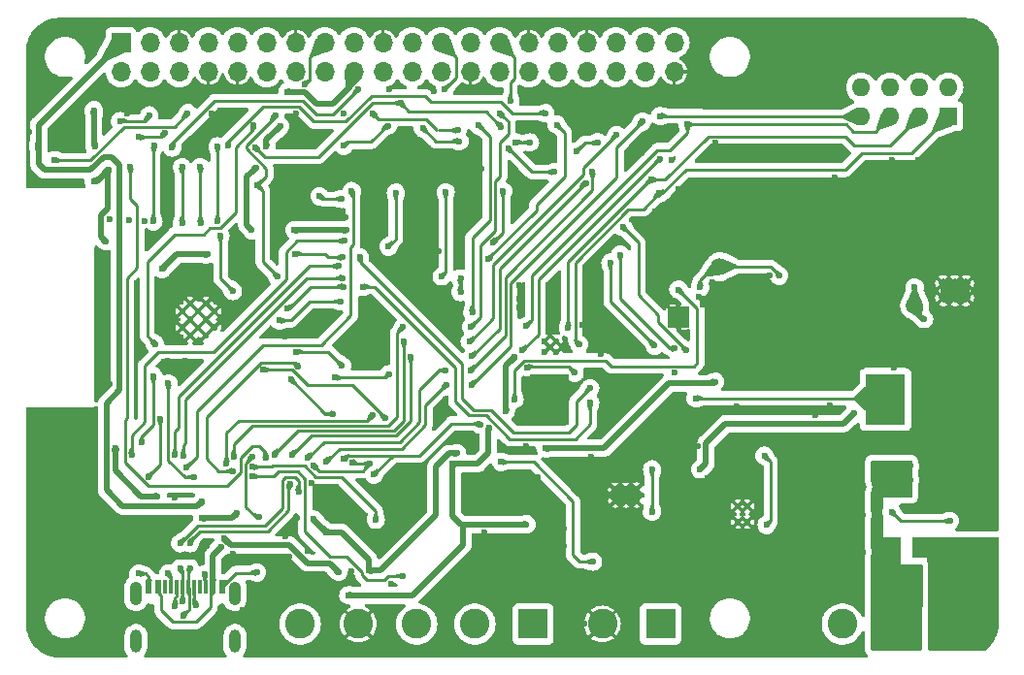
<source format=gbr>
%TF.GenerationSoftware,KiCad,Pcbnew,7.0.1*%
%TF.CreationDate,2024-03-07T06:40:02+01:00*%
%TF.ProjectId,AnthC,416e7468-432e-46b6-9963-61645f706362,M2-R4*%
%TF.SameCoordinates,Original*%
%TF.FileFunction,Copper,L4,Bot*%
%TF.FilePolarity,Positive*%
%FSLAX46Y46*%
G04 Gerber Fmt 4.6, Leading zero omitted, Abs format (unit mm)*
G04 Created by KiCad (PCBNEW 7.0.1) date 2024-03-07 06:40:02*
%MOMM*%
%LPD*%
G01*
G04 APERTURE LIST*
%TA.AperFunction,ComponentPad*%
%ADD10C,0.800000*%
%TD*%
%TA.AperFunction,SMDPad,CuDef*%
%ADD11R,2.500000X1.800000*%
%TD*%
%TA.AperFunction,ComponentPad*%
%ADD12C,0.600000*%
%TD*%
%TA.AperFunction,SMDPad,CuDef*%
%ADD13R,2.380000X1.650000*%
%TD*%
%TA.AperFunction,SMDPad,CuDef*%
%ADD14R,1.850000X1.850000*%
%TD*%
%TA.AperFunction,ComponentPad*%
%ADD15R,1.700000X1.700000*%
%TD*%
%TA.AperFunction,ComponentPad*%
%ADD16O,1.700000X1.700000*%
%TD*%
%TA.AperFunction,SMDPad,CuDef*%
%ADD17R,0.600000X1.150000*%
%TD*%
%TA.AperFunction,SMDPad,CuDef*%
%ADD18R,0.300000X1.150000*%
%TD*%
%TA.AperFunction,ComponentPad*%
%ADD19O,1.000000X2.000000*%
%TD*%
%TA.AperFunction,ComponentPad*%
%ADD20O,1.050000X2.100000*%
%TD*%
%TA.AperFunction,SMDPad,CuDef*%
%ADD21R,3.500000X4.500000*%
%TD*%
%TA.AperFunction,ComponentPad*%
%ADD22R,1.600000X1.600000*%
%TD*%
%TA.AperFunction,ComponentPad*%
%ADD23O,1.600000X1.600000*%
%TD*%
%TA.AperFunction,SMDPad,CuDef*%
%ADD24C,1.500000*%
%TD*%
%TA.AperFunction,ComponentPad*%
%ADD25R,2.600000X2.600000*%
%TD*%
%TA.AperFunction,ComponentPad*%
%ADD26C,2.600000*%
%TD*%
%TA.AperFunction,ViaPad*%
%ADD27C,0.600000*%
%TD*%
%TA.AperFunction,Conductor*%
%ADD28C,0.500000*%
%TD*%
%TA.AperFunction,Conductor*%
%ADD29C,0.250000*%
%TD*%
G04 APERTURE END LIST*
D10*
%TO.P,U1,9,PAD*%
%TO.N,GND*%
X260100000Y-119550000D03*
X261100000Y-119550000D03*
X262100000Y-119550000D03*
D11*
X261100000Y-118900000D03*
D10*
X260100000Y-118250000D03*
X261100000Y-118250000D03*
X262100000Y-118250000D03*
%TD*%
D12*
%TO.P,U6,41,EPAD*%
%TO.N,GND*%
X194410000Y-122800000D03*
X195810000Y-122800000D03*
X193710000Y-122100000D03*
X195110000Y-122100000D03*
X196510000Y-122100000D03*
X194410000Y-121400000D03*
X195810000Y-121400000D03*
X193710000Y-120700000D03*
X195110000Y-120700000D03*
X196510000Y-120700000D03*
X194410000Y-120000000D03*
X195810000Y-120000000D03*
%TD*%
%TO.P,U9,17,THPAD*%
%TO.N,GND*%
X225300000Y-123300000D03*
X225300000Y-124300000D03*
X225800000Y-123800000D03*
X226300000Y-123300000D03*
X226300000Y-124300000D03*
%TD*%
%TO.P,U2,11,EP*%
%TO.N,GND*%
X233340000Y-136250000D03*
X232400000Y-136250000D03*
X231460000Y-136250000D03*
D13*
X232400000Y-136750000D03*
D12*
X233340000Y-137250000D03*
X232400000Y-137250000D03*
X231460000Y-137250000D03*
%TD*%
%TO.P,U10,21,EP*%
%TO.N,GND*%
X237500000Y-120700000D03*
X236500000Y-120700000D03*
D14*
X237000000Y-121200000D03*
D12*
X237500000Y-121700000D03*
X236500000Y-121700000D03*
%TD*%
%TO.P,U12,7,EPAD*%
%TO.N,GND*%
X242200000Y-137700000D03*
X242200000Y-139100000D03*
X243000000Y-137700000D03*
X243000000Y-139100000D03*
%TD*%
D15*
%TO.P,J3,1,Pin_1*%
%TO.N,+5V*%
X188372600Y-97232300D03*
D16*
%TO.P,J3,2,Pin_2*%
%TO.N,+3V3*%
X188372600Y-99772300D03*
%TO.P,J3,3,Pin_3*%
%TO.N,+5V*%
X190912600Y-97232300D03*
%TO.P,J3,4,Pin_4*%
%TO.N,/SDA*%
X190912600Y-99772300D03*
%TO.P,J3,5,Pin_5*%
%TO.N,GND*%
X193452600Y-97232300D03*
%TO.P,J3,6,Pin_6*%
%TO.N,/SCL*%
X193452600Y-99772300D03*
%TO.P,J3,7,Pin_7*%
%TO.N,/TX0*%
X195992600Y-97232300D03*
%TO.P,J3,8,Pin_8*%
%TO.N,GND*%
X195992600Y-99772300D03*
%TO.P,J3,9,Pin_9*%
%TO.N,/RX0*%
X198532600Y-97232300D03*
%TO.P,J3,10,Pin_10*%
%TO.N,GND*%
X198532600Y-99772300D03*
%TO.P,J3,11,Pin_11*%
%TO.N,/GPIO1*%
X201072600Y-97232300D03*
%TO.P,J3,12,Pin_12*%
%TO.N,/RESET*%
X201072600Y-99772300D03*
%TO.P,J3,13,Pin_13*%
%TO.N,GND*%
X203612600Y-97232300D03*
%TO.P,J3,14,Pin_14*%
%TO.N,/GPIO0*%
X203612600Y-99772300D03*
%TO.P,J3,15,Pin_15*%
%TO.N,/GPIO2*%
X206152600Y-97232300D03*
%TO.P,J3,16,Pin_16*%
%TO.N,/DI3*%
X206152600Y-99772300D03*
%TO.P,J3,17,Pin_17*%
%TO.N,/DI4*%
X208692600Y-97232300D03*
%TO.P,J3,18,Pin_18*%
%TO.N,+3V3*%
X208692600Y-99772300D03*
%TO.P,J3,19,Pin_19*%
%TO.N,GND*%
X211232600Y-97232300D03*
%TO.P,J3,20,Pin_20*%
%TO.N,/MOSI*%
X211232600Y-99772300D03*
%TO.P,J3,21,Pin_21*%
%TO.N,/DI1*%
X213772600Y-97232300D03*
%TO.P,J3,22,Pin_22*%
%TO.N,/MISO*%
X213772600Y-99772300D03*
%TO.P,J3,23,Pin_23*%
%TO.N,/DI2*%
X216312600Y-97232300D03*
%TO.P,J3,24,Pin_24*%
%TO.N,/SCK*%
X216312600Y-99772300D03*
%TO.P,J3,25,Pin_25*%
%TO.N,/CS*%
X218852600Y-97232300D03*
%TO.P,J3,26,Pin_26*%
%TO.N,GND*%
X218852600Y-99772300D03*
%TO.P,J3,27,Pin_27*%
%TO.N,/COM*%
X221392600Y-97232300D03*
%TO.P,J3,28,Pin_28*%
%TO.N,/O1*%
X221392600Y-99772300D03*
%TO.P,J3,29,Pin_29*%
%TO.N,GND*%
X223932600Y-97232300D03*
%TO.P,J3,30,Pin_30*%
%TO.N,/O2*%
X223932600Y-99772300D03*
%TO.P,J3,31,Pin_31*%
%TO.N,/O3*%
X226472600Y-97232300D03*
%TO.P,J3,32,Pin_32*%
%TO.N,/O4*%
X226472600Y-99772300D03*
%TO.P,J3,33,Pin_33*%
%TO.N,GND*%
X229012600Y-97232300D03*
%TO.P,J3,34,Pin_34*%
%TO.N,/O5*%
X229012600Y-99772300D03*
%TO.P,J3,35,Pin_35*%
%TO.N,/O6*%
X231552600Y-97232300D03*
%TO.P,J3,36,Pin_36*%
%TO.N,/AIN4*%
X231552600Y-99772300D03*
%TO.P,J3,37,Pin_37*%
%TO.N,/AIN1*%
X234092600Y-97232300D03*
%TO.P,J3,38,Pin_38*%
%TO.N,/AIN3*%
X234092600Y-99772300D03*
%TO.P,J3,39,Pin_39*%
%TO.N,/AIN2*%
X236632600Y-97232300D03*
%TO.P,J3,40,Pin_40*%
%TO.N,GND*%
X236632600Y-99772300D03*
%TD*%
D17*
%TO.P,J1,A1/B12,GND*%
%TO.N,Net-(J1-GND-PadA1{slash}B12)*%
X197200000Y-144745000D03*
%TO.P,J1,A4/B9,VBUS*%
%TO.N,VBUS*%
X196400000Y-144745000D03*
D18*
%TO.P,J1,A5,CC1*%
%TO.N,unconnected-(J1-CC1-PadA5)*%
X195250000Y-144745000D03*
%TO.P,J1,A6,D+*%
%TO.N,/DP*%
X194250000Y-144745000D03*
%TO.P,J1,A7,D-*%
%TO.N,/DN*%
X193750000Y-144745000D03*
%TO.P,J1,A8,SBU1*%
%TO.N,Net-(J1-SBU1)*%
X192750000Y-144745000D03*
D17*
%TO.P,J1,B1/A12,GND*%
%TO.N,Net-(J1-GND-PadB1{slash}A12)*%
X190800000Y-144745000D03*
%TO.P,J1,B4/A9,VBUS*%
%TO.N,VBUS*%
X191600000Y-144745000D03*
D18*
%TO.P,J1,B5,CC2*%
%TO.N,unconnected-(J1-CC2-PadB5)*%
X192250000Y-144745000D03*
%TO.P,J1,B6,D+*%
%TO.N,/DP*%
X193250000Y-144745000D03*
%TO.P,J1,B7,D-*%
%TO.N,/DN*%
X194750000Y-144745000D03*
%TO.P,J1,B8,SBU2*%
%TO.N,Net-(J1-SBU2)*%
X195750000Y-144745000D03*
D19*
%TO.P,J1,S1,SHIELD*%
%TO.N,Net-(J1-SHIELD-PadS1)*%
X198320000Y-149500000D03*
%TO.P,J1,S2,SHIELD*%
%TO.N,Net-(J1-SHIELD-PadS2)*%
X189680000Y-149500000D03*
D20*
%TO.P,J1,S3,SHIELD*%
%TO.N,Net-(J1-SHIELD-PadS3)*%
X198320000Y-145320000D03*
%TO.P,J1,S4,SHIELD*%
%TO.N,Net-(J1-SHIELD-PadS4)*%
X189680000Y-145320000D03*
%TD*%
D21*
%TO.P,BT1,1,+*%
%TO.N,Net-(BT1-+)*%
X255050000Y-128400000D03*
%TO.P,BT1,2,-*%
%TO.N,GND*%
X225750000Y-128400000D03*
%TD*%
D22*
%TO.P,SW1,1*%
%TO.N,/AIN4*%
X260550000Y-103690000D03*
D23*
%TO.P,SW1,2*%
%TO.N,/AIN3*%
X258010000Y-103690000D03*
%TO.P,SW1,3*%
%TO.N,/AIN2*%
X255470000Y-103690000D03*
%TO.P,SW1,4*%
%TO.N,/AIN1*%
X252930000Y-103690000D03*
%TO.P,SW1,5*%
%TO.N,Net-(R28-Pad1)*%
X252930000Y-101150000D03*
%TO.P,SW1,6*%
%TO.N,Net-(R25-Pad1)*%
X255470000Y-101150000D03*
%TO.P,SW1,7*%
%TO.N,Net-(R26-Pad1)*%
X258010000Y-101150000D03*
%TO.P,SW1,8*%
%TO.N,Net-(R34-Pad1)*%
X260550000Y-101150000D03*
%TD*%
D24*
%TO.P,TP7,1,1*%
%TO.N,Net-(U10-REFIN+)*%
X240600000Y-116800000D03*
%TD*%
%TO.P,TP18,1,1*%
%TO.N,Net-(U1-BOOT)*%
X257600000Y-120200000D03*
%TD*%
D25*
%TO.P,J5,1,Pin_1*%
%TO.N,VDD*%
X261460000Y-148000000D03*
D26*
%TO.P,J5,2,Pin_2*%
%TO.N,/GND_IN*%
X256380000Y-148000000D03*
%TO.P,J5,3,Pin_3*%
%TO.N,+5VD*%
X251300000Y-148000000D03*
%TD*%
D25*
%TO.P,J6,1,Pin_1*%
%TO.N,+BATT*%
X235445000Y-148000000D03*
D26*
%TO.P,J6,2,Pin_2*%
%TO.N,GND*%
X230365000Y-148000000D03*
%TD*%
D25*
%TO.P,J2,1,Pin_1*%
%TO.N,/A*%
X224320000Y-148000000D03*
D26*
%TO.P,J2,2,Pin_2*%
%TO.N,/B*%
X219240000Y-148000000D03*
%TO.P,J2,3,Pin_3*%
%TO.N,/RX25*%
X214160000Y-148000000D03*
%TO.P,J2,4,Pin_4*%
%TO.N,GND*%
X209080000Y-148000000D03*
%TO.P,J2,5,Pin_5*%
%TO.N,/TX25*%
X204000000Y-148000000D03*
%TD*%
D27*
%TO.N,GND*%
X183000000Y-143000000D03*
X185000000Y-140000000D03*
X208800000Y-95400000D03*
X252300000Y-132400000D03*
X196300000Y-103400000D03*
X201000000Y-95400000D03*
X246000000Y-98000000D03*
X239100000Y-110000000D03*
X255800000Y-125600000D03*
X203690000Y-138710000D03*
X187200000Y-146000000D03*
X246000000Y-96000000D03*
X237000000Y-113600000D03*
X235000000Y-113600000D03*
X190150000Y-138700000D03*
X210650000Y-108350000D03*
X237000000Y-150500000D03*
X190450000Y-112850000D03*
X183000000Y-150500000D03*
X264000000Y-97000000D03*
X207000000Y-150500000D03*
X264000000Y-105000000D03*
X230250000Y-124425500D03*
X248950000Y-145300000D03*
X188475000Y-140875000D03*
X198000000Y-120900000D03*
X213625000Y-117075000D03*
X233000000Y-150500000D03*
X193300000Y-126000000D03*
X221000000Y-150500000D03*
X235000000Y-112000000D03*
X183000000Y-130000000D03*
X236621350Y-138491994D03*
X187000000Y-150500000D03*
X238750000Y-119450000D03*
X199950000Y-101300000D03*
X219000000Y-150500000D03*
X264500000Y-116000000D03*
X213000000Y-150500000D03*
X192000000Y-122000000D03*
X249300000Y-101500000D03*
X257900000Y-107500000D03*
X225000000Y-150500000D03*
X239091344Y-120082213D03*
X187400000Y-112650000D03*
X226314000Y-147320000D03*
X215101217Y-108348648D03*
X193300000Y-149700000D03*
X183000000Y-134000000D03*
X217950000Y-111550000D03*
X187000000Y-119500000D03*
X180500000Y-142000000D03*
X248950000Y-129800000D03*
X220100000Y-140000000D03*
X236400000Y-107500000D03*
X258800000Y-112000000D03*
X236600000Y-141000000D03*
X223700000Y-132500000D03*
X208000000Y-123100000D03*
X230100000Y-121850000D03*
X192618683Y-101418683D03*
X238700000Y-132500000D03*
X221350000Y-141800000D03*
X202700000Y-122900000D03*
X231210000Y-127390000D03*
X253100000Y-136000000D03*
X189800000Y-124200000D03*
X192400000Y-141300000D03*
X201000000Y-150500000D03*
X248000000Y-100000000D03*
X260600000Y-124700000D03*
X193400000Y-95400000D03*
X237000000Y-112000000D03*
X259400000Y-111650000D03*
X185000000Y-130000000D03*
X203600000Y-95400000D03*
X189725000Y-122100000D03*
X264500000Y-128000000D03*
X230250000Y-128000000D03*
X180500000Y-134000000D03*
X211200000Y-95400000D03*
X199000000Y-146800000D03*
X240900000Y-115200000D03*
X260800000Y-129200000D03*
X202900000Y-144400000D03*
X229000000Y-150500000D03*
X253746000Y-118872000D03*
X240200000Y-106000000D03*
X255600000Y-118200000D03*
X180500000Y-140000000D03*
X208000000Y-112450000D03*
X182400000Y-105400000D03*
X246900000Y-115200000D03*
X223500000Y-101500000D03*
X209000000Y-150500000D03*
X240725000Y-102625000D03*
X226875000Y-138200000D03*
X191000000Y-95400000D03*
X253600000Y-131400000D03*
X192000000Y-118300000D03*
X188400000Y-95400000D03*
X247900000Y-146350000D03*
X227000000Y-150500000D03*
X253050000Y-138450000D03*
X238650000Y-129800000D03*
X187000000Y-121500000D03*
X208500000Y-143400000D03*
X224700000Y-135200000D03*
X190950000Y-149650000D03*
X259500000Y-95500000D03*
X250700000Y-106325500D03*
X226200000Y-128400000D03*
X183000000Y-138000000D03*
X236650000Y-126074500D03*
X222875000Y-111700000D03*
X215000000Y-116400000D03*
X180500000Y-138000000D03*
X189125000Y-147975000D03*
X253746000Y-116078000D03*
X230000000Y-144000000D03*
X186000000Y-95400000D03*
X229350000Y-133400000D03*
X188900000Y-103400000D03*
X211836000Y-147320000D03*
X216100000Y-115425000D03*
X183000000Y-136000000D03*
X248000000Y-98000000D03*
X206200000Y-95400000D03*
X201930000Y-147320000D03*
X196700000Y-149650000D03*
X214400000Y-119000000D03*
X255778000Y-120904000D03*
X235000000Y-150500000D03*
X212000000Y-117000000D03*
X185000000Y-150500000D03*
X186900000Y-140000000D03*
X203050000Y-142100000D03*
X230700000Y-135300000D03*
X188900000Y-101400000D03*
X192700000Y-103400000D03*
X264500000Y-126000000D03*
X263800000Y-124500000D03*
X250675000Y-109025000D03*
X239100000Y-111500000D03*
X247400000Y-127000000D03*
X244094000Y-106934000D03*
X246888000Y-149606000D03*
X255600000Y-107500000D03*
X189725000Y-118275000D03*
X180500000Y-130000000D03*
X247904000Y-107188000D03*
X263144000Y-129286000D03*
X212575000Y-136325000D03*
X183000000Y-142000000D03*
X231000000Y-150500000D03*
X203000000Y-150500000D03*
X252222000Y-120904000D03*
X187000000Y-117500000D03*
X263200000Y-125500000D03*
X223000000Y-150500000D03*
X231750000Y-124450000D03*
X217000000Y-150500000D03*
X250250000Y-128874500D03*
X228750000Y-148000000D03*
X186050000Y-130750000D03*
X240900000Y-110000000D03*
X219600000Y-101400000D03*
X264000000Y-101000000D03*
X264500000Y-132000000D03*
X264000000Y-103000000D03*
X221488000Y-147320000D03*
X224997857Y-106547415D03*
X196000000Y-95400000D03*
X251500000Y-95500000D03*
X234200000Y-95400000D03*
X233500000Y-113000000D03*
X198146921Y-141851913D03*
X203672456Y-103415814D03*
X180400000Y-105000000D03*
X227000000Y-141200000D03*
X236600000Y-95400000D03*
X226400000Y-95400000D03*
X233800000Y-106900000D03*
X232200000Y-141600000D03*
X200900000Y-147900000D03*
X192500000Y-125000000D03*
X180500000Y-146500000D03*
X229000000Y-95400000D03*
X264000000Y-107000000D03*
X247750000Y-125000000D03*
X254500000Y-95500000D03*
X264500000Y-118000000D03*
X231600000Y-95400000D03*
X211950000Y-144500000D03*
X213625000Y-115425000D03*
X185000000Y-134000000D03*
X189725000Y-120100000D03*
X185000000Y-132000000D03*
X252950000Y-96200000D03*
X246888000Y-147320000D03*
X220450000Y-142700000D03*
X223144500Y-118440000D03*
X250550000Y-102650000D03*
X252222000Y-118872000D03*
X183000000Y-140000000D03*
X186900000Y-142000000D03*
X251206000Y-112522000D03*
X216700000Y-129700000D03*
X239550000Y-135250000D03*
X195500000Y-141200000D03*
X248000000Y-96000000D03*
X226600000Y-101400000D03*
X236330000Y-105380000D03*
X210100000Y-121000000D03*
X227000000Y-139700000D03*
X241200000Y-132300000D03*
X189050000Y-112750000D03*
X198600000Y-95400000D03*
X207800000Y-103400000D03*
X191800000Y-140900000D03*
X187400000Y-127050000D03*
X202700000Y-140350000D03*
X192000000Y-120100000D03*
X215000000Y-150500000D03*
X264000000Y-99000000D03*
X240000000Y-118200000D03*
X215650000Y-101450000D03*
X181500000Y-149000000D03*
X223144500Y-119590000D03*
X255450000Y-96200000D03*
X185000000Y-136000000D03*
X218000000Y-116200000D03*
X240900000Y-111500000D03*
X186900000Y-138000000D03*
X259100000Y-114300000D03*
X264500000Y-130000000D03*
X253050000Y-141700000D03*
X248920000Y-118872000D03*
X216662000Y-147320000D03*
X206502000Y-147320000D03*
X237000000Y-110000000D03*
X201379843Y-142088322D03*
X210600000Y-115800000D03*
X253000000Y-125500000D03*
X223144500Y-120390000D03*
X205009500Y-135730000D03*
X262000000Y-95500000D03*
X180500000Y-136000000D03*
X183000000Y-132000000D03*
X226200000Y-129900000D03*
X241025000Y-123625000D03*
X256500000Y-95500000D03*
X231000000Y-101400000D03*
X187000000Y-125500000D03*
X246000000Y-100000000D03*
X216700000Y-128400000D03*
X211000000Y-150500000D03*
X228600000Y-121900000D03*
X194000000Y-125000000D03*
X181200000Y-143000000D03*
X187000000Y-123500000D03*
X252500000Y-145400000D03*
X204693767Y-141656233D03*
X205000000Y-150500000D03*
X180500000Y-132000000D03*
X193050000Y-136950000D03*
X185000000Y-138000000D03*
X242050000Y-129000000D03*
X241400000Y-118200000D03*
X219824500Y-108286151D03*
X222250000Y-142750000D03*
X245000000Y-117600000D03*
X252222000Y-116078000D03*
X185000000Y-142000000D03*
X261000000Y-115200000D03*
X253746000Y-120904000D03*
X211800000Y-101300000D03*
X180500000Y-144000000D03*
%TO.N,+3V3*%
X202250000Y-104550000D03*
X210000000Y-143350000D03*
X240200000Y-126850000D03*
X202900000Y-101550000D03*
X225400000Y-132650000D03*
X191962000Y-117000000D03*
X186000000Y-109350000D03*
X206300000Y-140000000D03*
X205150000Y-138850000D03*
X203500000Y-113600000D03*
X201050000Y-106350000D03*
X200150000Y-108150000D03*
X198500000Y-138350000D03*
X186000000Y-103150000D03*
X187900000Y-132650000D03*
X191550000Y-136850000D03*
X187300000Y-108300000D03*
X187037500Y-114587500D03*
X195925000Y-115725000D03*
X195450000Y-138750000D03*
X199775000Y-113625000D03*
X186100354Y-106300353D03*
X217700000Y-133100000D03*
X208050000Y-113600000D03*
%TO.N,+5V*%
X208200000Y-145500000D03*
X221950000Y-129425000D03*
X223750000Y-139300000D03*
X220493767Y-130856233D03*
X181200000Y-106300000D03*
X222731233Y-124668767D03*
X217300000Y-134000000D03*
X197350000Y-140500000D03*
X195450000Y-137300000D03*
X207350000Y-143450000D03*
%TO.N,/RESET*%
X190200000Y-132150000D03*
X191350000Y-123550000D03*
X210300000Y-129800000D03*
X199950000Y-104450000D03*
X191200000Y-126350000D03*
X197590000Y-133954500D03*
%TO.N,/GPIO0*%
X202000000Y-117650000D03*
X207650000Y-125450000D03*
X201850000Y-103600000D03*
X203650000Y-124250000D03*
X200250000Y-109700000D03*
%TO.N,/CS*%
X225400000Y-103400000D03*
X197700000Y-106250000D03*
%TO.N,/DP*%
X194387500Y-143126181D03*
X193800000Y-147250000D03*
X203110000Y-135790000D03*
X194387500Y-140941682D03*
X193100000Y-146400000D03*
%TO.N,/DTR*%
X211750000Y-126200000D03*
X207050000Y-126500000D03*
%TO.N,Net-(BT1-+)*%
X238500000Y-128300000D03*
%TO.N,/SDA*%
X203550000Y-115700000D03*
X189900000Y-105500000D03*
X195300000Y-108100000D03*
X195314368Y-112985632D03*
X229300000Y-127400000D03*
X209200000Y-116000000D03*
X192200000Y-105150500D03*
X207750000Y-116000000D03*
%TO.N,/SCL*%
X229300000Y-128700000D03*
X202900000Y-120450000D03*
X193700000Y-112975000D03*
X193700000Y-108100000D03*
X188300000Y-104100000D03*
X209450000Y-118550000D03*
X190850000Y-103600000D03*
X207800000Y-118550000D03*
%TO.N,/MISO*%
X232175000Y-113375000D03*
X221550000Y-104600000D03*
X200125000Y-106425000D03*
X212750000Y-102500000D03*
X229950000Y-105950000D03*
X228106233Y-106743767D03*
X237650000Y-124100000D03*
%TO.N,/SCK*%
X231075000Y-116450000D03*
X222200000Y-106500000D03*
X207800000Y-106250000D03*
X234924500Y-123700000D03*
X214700000Y-104700000D03*
X217900000Y-105850000D03*
X211650000Y-104500000D03*
X226150000Y-108550000D03*
%TO.N,/MOSI*%
X192850000Y-106400000D03*
X236650000Y-123950000D03*
X217750000Y-104900000D03*
X209100000Y-101300000D03*
X231925000Y-115750000D03*
X222793767Y-105956233D03*
X224050000Y-105956233D03*
X210350000Y-103450000D03*
%TO.N,VBUS*%
X197100000Y-141300000D03*
%TO.N,Net-(U1-BOOT)*%
X258425000Y-121375000D03*
X257600000Y-118600000D03*
%TO.N,/RX25*%
X199865500Y-135110000D03*
X213000000Y-143800000D03*
%TO.N,Net-(U10-REFIN+)*%
X245800000Y-117600000D03*
X238900000Y-118600000D03*
%TO.N,/AN1*%
X222700000Y-128400000D03*
X237000000Y-118800000D03*
%TO.N,Net-(U12-FB)*%
X244500000Y-133300000D03*
X244700000Y-139350000D03*
%TO.N,/BAT_LEVEL*%
X211450000Y-130050000D03*
X221550000Y-133850000D03*
X229550000Y-142550000D03*
X200800000Y-125800000D03*
%TO.N,/AIN1*%
X223400000Y-124100000D03*
X235400000Y-103650000D03*
X235425000Y-107400000D03*
%TO.N,/AIN2*%
X237800000Y-104380000D03*
X223700000Y-122000000D03*
%TO.N,/COM*%
X220450000Y-116150000D03*
X222350000Y-102350000D03*
X218000000Y-119025000D03*
X226400000Y-104425000D03*
X218000000Y-117825500D03*
%TO.N,/DN*%
X193537500Y-140941682D03*
X194900000Y-146350000D03*
X193537500Y-143126181D03*
X193750000Y-146000000D03*
X203860000Y-136460000D03*
%TO.N,VDD*%
X259300000Y-146000000D03*
X260400000Y-146000000D03*
X261400000Y-146000000D03*
X260500000Y-141000000D03*
%TO.N,Net-(D14-A)*%
X255600000Y-138200000D03*
X260700000Y-139000000D03*
%TO.N,Net-(J1-GND-PadA1{slash}B12)*%
X200250000Y-143500000D03*
%TO.N,Net-(J1-SBU1)*%
X192500000Y-143600000D03*
%TO.N,Net-(J1-GND-PadB1{slash}A12)*%
X189900000Y-143600000D03*
%TO.N,Net-(J1-SBU2)*%
X195700500Y-143641910D03*
%TO.N,Net-(U6-IO4)*%
X191800000Y-130100000D03*
X190750000Y-135150000D03*
%TO.N,Net-(U6-IO5)*%
X192500000Y-127000000D03*
X194765000Y-135175000D03*
%TO.N,Net-(U6-IO13)*%
X223800000Y-125574500D03*
X227943115Y-126074500D03*
%TO.N,/GND_IN*%
X254550000Y-135450000D03*
X257800000Y-143200000D03*
X254550000Y-141200000D03*
X254550000Y-134200000D03*
X254550000Y-143200000D03*
X257500000Y-146100000D03*
X254500000Y-149700000D03*
X254550000Y-145200000D03*
X254600000Y-147900000D03*
X257200000Y-135450000D03*
X254600000Y-146200000D03*
X257200000Y-134200000D03*
%TO.N,Net-(U6-IO47)*%
X205700000Y-110650000D03*
X207650000Y-110900000D03*
%TO.N,Net-(U6-IO46)*%
X203850000Y-125500000D03*
X210600000Y-138900000D03*
X199830000Y-134290000D03*
X198150000Y-134650000D03*
%TO.N,/O2*%
X218925000Y-122050000D03*
X221450000Y-103450000D03*
%TO.N,/O1*%
X219550000Y-104450000D03*
X219025000Y-120775000D03*
%TO.N,/O5*%
X229500000Y-108550000D03*
X218850000Y-125900000D03*
%TO.N,/O4*%
X219000000Y-124600000D03*
X228925500Y-109500000D03*
%TO.N,/GPIO2*%
X204395563Y-100850500D03*
%TO.N,/DI2*%
X216600000Y-101300000D03*
%TO.N,/O6*%
X218975000Y-127100000D03*
X233850000Y-104125000D03*
%TO.N,/O3*%
X231600000Y-105300000D03*
X218800000Y-123320000D03*
%TO.N,/I3*%
X211700000Y-115050000D03*
X189299500Y-133250000D03*
X212350000Y-110350000D03*
X207850000Y-114550000D03*
%TO.N,/I4*%
X194070000Y-134330000D03*
X208500000Y-110200000D03*
%TO.N,/I2*%
X216350000Y-117650000D03*
X207700000Y-117800000D03*
X216700000Y-110300000D03*
X193817088Y-133337939D03*
%TO.N,/I1*%
X207400000Y-116750000D03*
X193074500Y-133236361D03*
X220850000Y-114675000D03*
X221700000Y-110200000D03*
%TO.N,/OC4*%
X213650000Y-124650000D03*
X203294253Y-133206447D03*
%TO.N,/OC5*%
X216700000Y-125860000D03*
X204700000Y-133460000D03*
%TO.N,/OC6*%
X206310000Y-133810000D03*
X216750000Y-127130000D03*
%TO.N,/OC3*%
X201750000Y-133220000D03*
X213050000Y-123300000D03*
%TO.N,/OC2*%
X198220000Y-133380000D03*
X213000000Y-122050000D03*
%TO.N,/AIN4*%
X235350000Y-110400000D03*
X228350000Y-123600000D03*
%TO.N,/TX0*%
X194200000Y-103400000D03*
X182600000Y-107500000D03*
%TO.N,/RX0*%
X202200000Y-121500000D03*
X198137500Y-118937500D03*
X197056233Y-114100000D03*
X207550000Y-119839500D03*
X196800000Y-106300000D03*
X196800000Y-112850000D03*
%TO.N,/TX1_3V3*%
X199817648Y-133400114D03*
X200389621Y-138679142D03*
%TO.N,/RX0_3V3*%
X207827245Y-133602114D03*
X191250000Y-106250000D03*
X203181233Y-126631233D03*
X219700000Y-130600000D03*
X210450000Y-134950000D03*
X206900000Y-129650000D03*
X191200000Y-112850000D03*
%TO.N,/TX0_3V3*%
X208525500Y-133874500D03*
X210100000Y-134000000D03*
X205211233Y-134188767D03*
X189200000Y-108125500D03*
X201014500Y-133450000D03*
%TO.N,/AIN3*%
X227375000Y-122125000D03*
X234660000Y-109210000D03*
%TO.N,VDDF*%
X252300000Y-129600000D03*
X238900000Y-134500000D03*
%TO.N,Net-(Q10-G)*%
X234697680Y-138207680D03*
X234700000Y-134500000D03*
%TD*%
D28*
%TO.N,+3V3*%
X186600000Y-114150000D02*
X187037500Y-114587500D01*
X206900000Y-102550000D02*
X208400000Y-101050000D01*
X201050000Y-105750000D02*
X202250000Y-104550000D01*
X186600000Y-109000000D02*
X187300000Y-108300000D01*
X206300000Y-140000000D02*
X207650000Y-140000000D01*
X191950000Y-117000000D02*
X193225000Y-115725000D01*
X187900000Y-132650000D02*
X187900000Y-134620000D01*
X207650000Y-140000000D02*
X210000000Y-142350000D01*
X199350000Y-113200000D02*
X199350000Y-108950000D01*
X205150000Y-138850000D02*
X205340000Y-139040000D01*
X186000000Y-109350000D02*
X186250000Y-109350000D01*
X191550000Y-136850000D02*
X190130000Y-136850000D01*
X230500000Y-132650000D02*
X236150000Y-127000000D01*
X190130000Y-136850000D02*
X187900000Y-134620000D01*
X203500000Y-113600000D02*
X208050000Y-113600000D01*
X191950000Y-117000000D02*
X191962000Y-117000000D01*
X186600000Y-112358000D02*
X186600000Y-114150000D01*
X195450000Y-138750000D02*
X198100000Y-138750000D01*
X205450000Y-102550000D02*
X206900000Y-102550000D01*
X208400000Y-101050000D02*
X208400000Y-100064900D01*
X205340000Y-139040000D02*
X206300000Y-140000000D01*
X202900000Y-101550000D02*
X204450000Y-101550000D01*
X204450000Y-101550000D02*
X205450000Y-102550000D01*
X215850000Y-134250000D02*
X217000000Y-133100000D01*
X199350000Y-108950000D02*
X200150000Y-108150000D01*
X240050000Y-127000000D02*
X240200000Y-126850000D01*
X187300000Y-108300000D02*
X187198000Y-108402000D01*
X217000000Y-133100000D02*
X217700000Y-133100000D01*
X187198000Y-108402000D02*
X187198000Y-111760000D01*
X195925000Y-115725000D02*
X193250000Y-115725000D01*
X211000000Y-143350000D02*
X215850000Y-138500000D01*
X236150000Y-127000000D02*
X240050000Y-127000000D01*
X215850000Y-138500000D02*
X215850000Y-134250000D01*
X187198000Y-111760000D02*
X186600000Y-112358000D01*
X186000000Y-103150000D02*
X186000000Y-106199999D01*
X225400000Y-132650000D02*
X230500000Y-132650000D01*
X193250000Y-115725000D02*
X193225000Y-115725000D01*
X199775000Y-113625000D02*
X199350000Y-113200000D01*
X210000000Y-143350000D02*
X211000000Y-143350000D01*
X198100000Y-138750000D02*
X198500000Y-138350000D01*
X210000000Y-142350000D02*
X210000000Y-143350000D01*
X186000000Y-106199999D02*
X186100354Y-106300353D01*
X201050000Y-106350000D02*
X201050000Y-105750000D01*
X186250000Y-109350000D02*
X186600000Y-109000000D01*
%TO.N,+5V*%
X219500000Y-134000000D02*
X217300000Y-134000000D01*
X186850000Y-107200000D02*
X185700000Y-108350000D01*
X181700000Y-108350000D02*
X181200000Y-107850000D01*
X188250000Y-107900000D02*
X187550000Y-107200000D01*
X187100000Y-136300000D02*
X187100000Y-128750000D01*
X222731233Y-124668767D02*
X221950000Y-125450000D01*
X181200000Y-104404900D02*
X188372600Y-97232300D01*
X220425000Y-133075000D02*
X219500000Y-134000000D01*
X197950000Y-141100000D02*
X203050000Y-141100000D01*
X204625000Y-142675000D02*
X206575000Y-142675000D01*
X187550000Y-107200000D02*
X186850000Y-107200000D01*
X203050000Y-141100000D02*
X204625000Y-142675000D01*
X187100000Y-128750000D02*
X188250000Y-127600000D01*
X223750000Y-139300000D02*
X218200000Y-139300000D01*
X217300000Y-138550000D02*
X218050000Y-139300000D01*
X195450000Y-137300000D02*
X195050000Y-137700000D01*
X181200000Y-107850000D02*
X181200000Y-106300000D01*
X181200000Y-106300000D02*
X181200000Y-104404900D01*
X221950000Y-125450000D02*
X221950000Y-129425000D01*
X213800000Y-145500000D02*
X218200000Y-141100000D01*
X188500000Y-137700000D02*
X187100000Y-136300000D01*
X197350000Y-140500000D02*
X197950000Y-141100000D01*
X208200000Y-145500000D02*
X213800000Y-145500000D01*
X218050000Y-139300000D02*
X218200000Y-139300000D01*
D29*
X220493767Y-130856233D02*
X220425000Y-130925000D01*
D28*
X185700000Y-108350000D02*
X181700000Y-108350000D01*
X206575000Y-142675000D02*
X207350000Y-143450000D01*
X217300000Y-134000000D02*
X217300000Y-138550000D01*
X218200000Y-141100000D02*
X218200000Y-139300000D01*
X195050000Y-137700000D02*
X188500000Y-137700000D01*
X188250000Y-127600000D02*
X188250000Y-107900000D01*
X220425000Y-130925000D02*
X220425000Y-133075000D01*
D29*
%TO.N,/RESET*%
X199950000Y-104813173D02*
X198400000Y-106363173D01*
X198650000Y-130250000D02*
X209850000Y-130250000D01*
X190650000Y-122850000D02*
X191350000Y-123550000D01*
X193025000Y-113975000D02*
X190650000Y-116350000D01*
X195600000Y-113975000D02*
X193025000Y-113975000D01*
X197590000Y-133954500D02*
X197590000Y-131310000D01*
X191200000Y-130618000D02*
X191200000Y-126350000D01*
X190200000Y-131618000D02*
X191200000Y-130618000D01*
X198400000Y-112063173D02*
X197013173Y-113450000D01*
X197590000Y-131310000D02*
X198650000Y-130250000D01*
X209850000Y-130250000D02*
X210300000Y-129800000D01*
X190200000Y-132150000D02*
X190200000Y-131618000D01*
X196125000Y-113450000D02*
X195600000Y-113975000D01*
X198400000Y-106363173D02*
X198400000Y-112063173D01*
X199950000Y-104450000D02*
X199950000Y-104813173D01*
X190650000Y-116350000D02*
X190650000Y-122850000D01*
X197013173Y-113450000D02*
X196125000Y-113450000D01*
%TO.N,/GPIO0*%
X201050000Y-108900000D02*
X201050000Y-108236827D01*
X206450000Y-124250000D02*
X207650000Y-125450000D01*
X202000000Y-117650000D02*
X200750000Y-116400000D01*
X201850000Y-103650000D02*
X201850000Y-103600000D01*
X200250000Y-109700000D02*
X201050000Y-108900000D01*
X199300000Y-106200000D02*
X201850000Y-103650000D01*
X199300000Y-106486827D02*
X201050000Y-108236827D01*
X200750000Y-116400000D02*
X200750000Y-110200000D01*
X203650000Y-124250000D02*
X206450000Y-124250000D01*
X200750000Y-110200000D02*
X200250000Y-109700000D01*
X199300000Y-106486827D02*
X199300000Y-106200000D01*
%TO.N,/CS*%
X215450000Y-102450000D02*
X221550000Y-102450000D01*
X208000000Y-104150000D02*
X210225000Y-101925000D01*
X204719815Y-103650000D02*
X204719815Y-103669815D01*
X197700000Y-105886827D02*
X200786827Y-102800000D01*
X200786827Y-102800000D02*
X203869815Y-102800000D01*
X210225000Y-101925000D02*
X214925000Y-101925000D01*
X205200000Y-104150000D02*
X208000000Y-104150000D01*
X204719815Y-103669815D02*
X205200000Y-104150000D01*
X222500000Y-103400000D02*
X225400000Y-103400000D01*
X197700000Y-106250000D02*
X197700000Y-105886827D01*
X214925000Y-101925000D02*
X215450000Y-102450000D01*
X221550000Y-102450000D02*
X222500000Y-103400000D01*
X203869815Y-102800000D02*
X204719815Y-103650000D01*
%TO.N,/DP*%
X194250000Y-143263681D02*
X194387500Y-143126181D01*
X193800000Y-147250000D02*
X194325000Y-146725000D01*
X193100000Y-145720000D02*
X193100000Y-146400000D01*
X194250000Y-144745000D02*
X194250000Y-143263681D01*
X194387500Y-140941682D02*
X194387500Y-140798789D01*
X201153554Y-139900000D02*
X202980000Y-138073554D01*
X194325000Y-144820000D02*
X194250000Y-144745000D01*
X195286289Y-139900000D02*
X201153554Y-139900000D01*
X193250000Y-145570000D02*
X193100000Y-145720000D01*
X203110000Y-135790000D02*
X202980000Y-135920000D01*
X193250000Y-144745000D02*
X193250000Y-145570000D01*
X202980000Y-135920000D02*
X202980000Y-138073554D01*
X194325000Y-146725000D02*
X194325000Y-144820000D01*
X194387500Y-140798789D02*
X195286289Y-139900000D01*
%TO.N,/DTR*%
X207050000Y-126500000D02*
X211450000Y-126500000D01*
X211450000Y-126500000D02*
X211750000Y-126200000D01*
%TO.N,Net-(BT1-+)*%
X238500000Y-128300000D02*
X254950000Y-128300000D01*
%TO.N,/SDA*%
X228092000Y-130608000D02*
X227400000Y-131300000D01*
X222650000Y-131300000D02*
X220650000Y-129300000D01*
X218150000Y-128300000D02*
X218150000Y-125300000D01*
X209200000Y-116350000D02*
X218150000Y-125300000D01*
X195300000Y-112500000D02*
X195300000Y-108100000D01*
X189900000Y-105500000D02*
X191850500Y-105500000D01*
X206450000Y-116000000D02*
X207750000Y-116000000D01*
X228092000Y-128608000D02*
X228092000Y-130608000D01*
X220650000Y-129300000D02*
X219150000Y-129300000D01*
X203550000Y-115700000D02*
X206150000Y-115700000D01*
X229300000Y-127400000D02*
X228092000Y-128608000D01*
X191850500Y-105500000D02*
X192200000Y-105150500D01*
X219150000Y-129300000D02*
X218150000Y-128300000D01*
X195314368Y-112985632D02*
X195300000Y-112500000D01*
X222650000Y-131300000D02*
X227400000Y-131300000D01*
X206150000Y-115700000D02*
X206450000Y-116000000D01*
X209200000Y-116350000D02*
X209200000Y-116000000D01*
%TO.N,/SCL*%
X190850000Y-103600000D02*
X190850000Y-103650000D01*
X217550000Y-125600000D02*
X217550000Y-128600000D01*
X207800000Y-118550000D02*
X204950000Y-118550000D01*
X190400000Y-104100000D02*
X188300000Y-104100000D01*
X220250000Y-129800000D02*
X222300000Y-131850000D01*
X218750000Y-129800000D02*
X220250000Y-129800000D01*
X229300000Y-130556000D02*
X229300000Y-128700000D01*
X190850000Y-103650000D02*
X190400000Y-104100000D01*
X210500000Y-118550000D02*
X217550000Y-125600000D01*
X228006000Y-131850000D02*
X229300000Y-130556000D01*
X217550000Y-128600000D02*
X218750000Y-129800000D01*
X193700000Y-112975000D02*
X193700000Y-108100000D01*
X209450000Y-118550000D02*
X210500000Y-118550000D01*
X204950000Y-118550000D02*
X203050000Y-120450000D01*
X203050000Y-120450000D02*
X202900000Y-120450000D01*
X222300000Y-131850000D02*
X228006000Y-131850000D01*
%TO.N,/MISO*%
X200900000Y-107200000D02*
X205600000Y-107200000D01*
X235200000Y-121000000D02*
X235200000Y-121650000D01*
X200125000Y-106425000D02*
X200900000Y-107200000D01*
X205600000Y-107200000D02*
X210300000Y-102500000D01*
X228850000Y-106000000D02*
X229900000Y-106000000D01*
X210300000Y-102500000D02*
X212750000Y-102500000D01*
X213500000Y-103250000D02*
X220200000Y-103250000D01*
X233500000Y-114700000D02*
X232175000Y-113375000D01*
X233500000Y-119300000D02*
X235200000Y-121000000D01*
X229900000Y-106000000D02*
X229950000Y-105950000D01*
X212750000Y-102500000D02*
X213500000Y-103250000D01*
X228106233Y-106743767D02*
X228850000Y-106000000D01*
X220200000Y-103250000D02*
X221550000Y-104600000D01*
X233500000Y-119300000D02*
X233500000Y-114700000D01*
X235200000Y-121650000D02*
X237650000Y-124100000D01*
%TO.N,/SCK*%
X211600000Y-104500000D02*
X211650000Y-104500000D01*
X224250000Y-108550000D02*
X222200000Y-106500000D01*
X207800000Y-106250000D02*
X208125000Y-105925000D01*
X208125000Y-105925000D02*
X210175000Y-105925000D01*
X234924500Y-123700000D02*
X231075000Y-119850500D01*
X215850000Y-105850000D02*
X217900000Y-105850000D01*
X231075000Y-119850500D02*
X231075000Y-116450000D01*
X210175000Y-105925000D02*
X211600000Y-104500000D01*
X226150000Y-108550000D02*
X224250000Y-108550000D01*
X214700000Y-104700000D02*
X215850000Y-105850000D01*
%TO.N,/MOSI*%
X196561827Y-102325000D02*
X204225000Y-102325000D01*
X205400000Y-103500000D02*
X206886827Y-103500000D01*
X236650000Y-123950000D02*
X236240000Y-123950000D01*
X192850000Y-106400000D02*
X192850000Y-106036827D01*
X214975000Y-103925000D02*
X210825000Y-103925000D01*
X210825000Y-103925000D02*
X210350000Y-103450000D01*
X224050000Y-105956233D02*
X222793767Y-105956233D01*
X209086827Y-101300000D02*
X209100000Y-101300000D01*
X206886827Y-103500000D02*
X209086827Y-101300000D01*
X236240000Y-123950000D02*
X231925000Y-119635000D01*
X215950000Y-104900000D02*
X214975000Y-103925000D01*
X217750000Y-104900000D02*
X216050000Y-104900000D01*
X204225000Y-102325000D02*
X205400000Y-103500000D01*
X231925000Y-119635000D02*
X231925000Y-115750000D01*
X192850000Y-106036827D02*
X196561827Y-102325000D01*
%TO.N,VBUS*%
X191900000Y-146800000D02*
X191900000Y-145550000D01*
X196200000Y-146550000D02*
X194925000Y-147825000D01*
X191900000Y-145550000D02*
X191600000Y-145250000D01*
X196200000Y-144945000D02*
X196200000Y-146550000D01*
X196400000Y-144745000D02*
X196200000Y-144945000D01*
D28*
X196400000Y-142000000D02*
X197100000Y-141300000D01*
D29*
X192925000Y-147825000D02*
X191900000Y-146800000D01*
X191600000Y-145250000D02*
X191600000Y-144745000D01*
X194925000Y-147825000D02*
X192925000Y-147825000D01*
D28*
X196400000Y-144745000D02*
X196400000Y-142000000D01*
D29*
%TO.N,Net-(U1-BOOT)*%
X258175000Y-121375000D02*
X257600000Y-120800000D01*
X257600000Y-120200000D02*
X257600000Y-118600000D01*
X258425000Y-121375000D02*
X258175000Y-121375000D01*
%TO.N,/RX25*%
X204435000Y-139935000D02*
X206600000Y-142100000D01*
X203810000Y-134690000D02*
X204435000Y-135315000D01*
X209425000Y-143725000D02*
X209850000Y-144150000D01*
X206600000Y-142100000D02*
X208050000Y-142100000D01*
X201694000Y-135110000D02*
X202114000Y-134690000D01*
X208050000Y-142100000D02*
X209425000Y-143475000D01*
X202114000Y-134690000D02*
X203810000Y-134690000D01*
X211350000Y-144150000D02*
X211700000Y-143800000D01*
X211700000Y-143800000D02*
X213000000Y-143800000D01*
X209850000Y-144150000D02*
X211350000Y-144150000D01*
X199865500Y-135110000D02*
X201694000Y-135110000D01*
X209425000Y-143475000D02*
X209425000Y-143725000D01*
X204435000Y-135315000D02*
X204435000Y-139935000D01*
%TO.N,Net-(U10-REFIN+)*%
X245013173Y-116800000D02*
X245800000Y-117586827D01*
X238900000Y-117984482D02*
X240084482Y-116800000D01*
X245800000Y-117586827D02*
X245800000Y-117600000D01*
X242400000Y-116800000D02*
X242600000Y-116800000D01*
X242400000Y-116800000D02*
X245013173Y-116800000D01*
X238900000Y-118600000D02*
X238900000Y-117984482D01*
X242600000Y-116800000D02*
X240600000Y-116800000D01*
%TO.N,/AN1*%
X230650000Y-125000000D02*
X231150000Y-125500000D01*
X223550000Y-125000000D02*
X230650000Y-125000000D01*
X237000000Y-118800000D02*
X238650000Y-120450000D01*
X238650000Y-125200000D02*
X238350000Y-125500000D01*
X222700000Y-125850000D02*
X223550000Y-125000000D01*
X222700000Y-125850000D02*
X222700000Y-128400000D01*
X238650000Y-120450000D02*
X238650000Y-125200000D01*
X238350000Y-125500000D02*
X231150000Y-125500000D01*
%TO.N,Net-(U12-FB)*%
X244500000Y-133300000D02*
X245050000Y-133850000D01*
X245050000Y-133850000D02*
X245050000Y-139000000D01*
X245050000Y-139000000D02*
X244700000Y-139350000D01*
%TO.N,/BAT_LEVEL*%
X204636826Y-127150000D02*
X208550000Y-127150000D01*
X224350000Y-133850000D02*
X221550000Y-133850000D01*
X229550000Y-142550000D02*
X228400000Y-142550000D01*
X203300000Y-125813173D02*
X204636826Y-127150000D01*
X200800000Y-125800000D02*
X200813173Y-125813173D01*
X228400000Y-142550000D02*
X227800000Y-141950000D01*
X200813173Y-125813173D02*
X203300000Y-125813173D01*
X208550000Y-127150000D02*
X211450000Y-130050000D01*
X227800000Y-141950000D02*
X227800000Y-137300000D01*
X227800000Y-137300000D02*
X224350000Y-133850000D01*
%TO.N,/AIN1*%
X238990000Y-103690000D02*
X252930000Y-103690000D01*
X238950000Y-103650000D02*
X238990000Y-103690000D01*
X235400000Y-103650000D02*
X238950000Y-103650000D01*
X223400000Y-124100000D02*
X224800000Y-122700000D01*
X224800000Y-122700000D02*
X224800000Y-117936828D01*
X235336828Y-107400000D02*
X235425000Y-107400000D01*
X224800000Y-117936828D02*
X235336828Y-107400000D01*
%TO.N,/AIN2*%
X236268413Y-106631587D02*
X237800000Y-105100000D01*
X246815000Y-104380000D02*
X246829000Y-104394000D01*
X235168413Y-106631587D02*
X236268413Y-106631587D01*
X251616000Y-104394000D02*
X252222000Y-105000000D01*
X237800000Y-104380000D02*
X246815000Y-104380000D01*
X224250000Y-121450000D02*
X224250000Y-117550000D01*
X246829000Y-104394000D02*
X251616000Y-104394000D01*
X254160000Y-105000000D02*
X255470000Y-103690000D01*
X252222000Y-105000000D02*
X254160000Y-105000000D01*
X224250000Y-117550000D02*
X235168413Y-106631587D01*
X223700000Y-122000000D02*
X224250000Y-121450000D01*
X237800000Y-105100000D02*
X237800000Y-104380000D01*
%TO.N,/COM*%
X222350000Y-100750000D02*
X222700000Y-100400000D01*
X222700000Y-98539700D02*
X221392600Y-97232300D01*
X222700000Y-100400000D02*
X222700000Y-98539700D01*
X222350000Y-102350000D02*
X222350000Y-100750000D01*
X218000000Y-117825500D02*
X218000000Y-119025000D01*
X224612500Y-111887500D02*
X220450000Y-116050000D01*
X224612500Y-111412500D02*
X227075000Y-108950000D01*
X226400000Y-104425000D02*
X227075000Y-105100000D01*
X227075000Y-105100000D02*
X227075000Y-108950000D01*
X220450000Y-116050000D02*
X220450000Y-116150000D01*
X224612500Y-111412500D02*
X224612500Y-111887500D01*
%TO.N,/DN*%
X195079182Y-139400000D02*
X200946446Y-139400000D01*
X202480000Y-135450000D02*
X202480000Y-137866446D01*
X202750000Y-135180000D02*
X202480000Y-135450000D01*
X203860000Y-136460000D02*
X203860000Y-135500000D01*
X203860000Y-135500000D02*
X203540000Y-135180000D01*
X203540000Y-135180000D02*
X202750000Y-135180000D01*
X194750000Y-146200000D02*
X194750000Y-144745000D01*
X193750000Y-144745000D02*
X193750000Y-143338681D01*
X194900000Y-146350000D02*
X194750000Y-146200000D01*
X193537500Y-140941682D02*
X195079182Y-139400000D01*
X193750000Y-144745000D02*
X193750000Y-146000000D01*
X193750000Y-143338681D02*
X193537500Y-143126181D01*
X200946446Y-139400000D02*
X202480000Y-137866446D01*
%TO.N,Net-(D14-A)*%
X255600000Y-138200000D02*
X256400000Y-139000000D01*
X256400000Y-139000000D02*
X260700000Y-139000000D01*
%TO.N,Net-(J1-GND-PadA1{slash}B12)*%
X200200000Y-143550000D02*
X200250000Y-143500000D01*
X198395000Y-143550000D02*
X200200000Y-143550000D01*
X197200000Y-144745000D02*
X198395000Y-143550000D01*
%TO.N,Net-(J1-SBU1)*%
X192750000Y-143850000D02*
X192500000Y-143600000D01*
X192750000Y-144745000D02*
X192750000Y-143850000D01*
%TO.N,Net-(J1-GND-PadB1{slash}A12)*%
X190800000Y-144745000D02*
X190800000Y-143900000D01*
X190800000Y-143900000D02*
X190500000Y-143600000D01*
X190500000Y-143600000D02*
X189900000Y-143600000D01*
%TO.N,Net-(J1-SBU2)*%
X195700500Y-144695500D02*
X195750000Y-144745000D01*
X195700500Y-143641910D02*
X195700500Y-144695500D01*
%TO.N,Net-(U6-IO4)*%
X191800000Y-134082000D02*
X191800000Y-130100000D01*
X190750000Y-135132000D02*
X191800000Y-134082000D01*
X190750000Y-135150000D02*
X190750000Y-135132000D01*
%TO.N,Net-(U6-IO5)*%
X192500000Y-133700000D02*
X192500000Y-127000000D01*
X193975000Y-135175000D02*
X194765000Y-135175000D01*
X193975000Y-135175000D02*
X192500000Y-133700000D01*
%TO.N,Net-(U6-IO13)*%
X223824500Y-125550000D02*
X223800000Y-125574500D01*
X227943115Y-126074500D02*
X227418615Y-125550000D01*
X227418615Y-125550000D02*
X223824500Y-125550000D01*
%TO.N,Net-(U6-IO47)*%
X205950000Y-110900000D02*
X205700000Y-110650000D01*
X207650000Y-110900000D02*
X205950000Y-110900000D01*
%TO.N,Net-(U6-IO46)*%
X205380000Y-135170000D02*
X207620000Y-135170000D01*
X201630000Y-134158000D02*
X204368000Y-134158000D01*
X196900000Y-134650000D02*
X195836379Y-133586379D01*
X195836379Y-131760000D02*
X195880000Y-129906827D01*
X201498000Y-134290000D02*
X201630000Y-134158000D01*
X203550000Y-125200000D02*
X203850000Y-125500000D01*
X207620000Y-135170000D02*
X210600000Y-138150000D01*
X195880000Y-129906827D02*
X200586827Y-125200000D01*
X210600000Y-138150000D02*
X210600000Y-138900000D01*
X198150000Y-134650000D02*
X196900000Y-134650000D01*
X204368000Y-134158000D02*
X205380000Y-135170000D01*
X195836379Y-133586379D02*
X195836379Y-131760000D01*
X199830000Y-134290000D02*
X201498000Y-134290000D01*
X200586827Y-125200000D02*
X203550000Y-125200000D01*
%TO.N,/O2*%
X221450000Y-105950000D02*
X222150000Y-105250000D01*
X219750000Y-114925000D02*
X221025000Y-113650000D01*
X221025000Y-113650000D02*
X221025000Y-109325000D01*
X219750000Y-121225000D02*
X219750000Y-114925000D01*
X221450000Y-108900000D02*
X221450000Y-105950000D01*
X218925000Y-122050000D02*
X219750000Y-121225000D01*
X221025000Y-109325000D02*
X221450000Y-108900000D01*
X222150000Y-105250000D02*
X222150000Y-104150000D01*
X222150000Y-104150000D02*
X221450000Y-103450000D01*
%TO.N,/O1*%
X219025000Y-120775000D02*
X219025000Y-114250000D01*
X219025000Y-114250000D02*
X220550000Y-112725000D01*
X220550000Y-112725000D02*
X220550000Y-105450000D01*
X220550000Y-105450000D02*
X219550000Y-104450000D01*
%TO.N,/O5*%
X221900000Y-122850000D02*
X221900000Y-117700000D01*
X229500000Y-110100000D02*
X229500000Y-108550000D01*
X221900000Y-117700000D02*
X229500000Y-110100000D01*
X218850000Y-125900000D02*
X221900000Y-122850000D01*
%TO.N,/O4*%
X219000000Y-124600000D02*
X221400000Y-122200000D01*
X228850000Y-109500000D02*
X228925500Y-109500000D01*
X221400000Y-122200000D02*
X221400000Y-116950000D01*
X221400000Y-116950000D02*
X228850000Y-109500000D01*
%TO.N,/GPIO2*%
X204395563Y-100850500D02*
X204499500Y-100850500D01*
X204850000Y-100500000D02*
X204850000Y-98534900D01*
X204499500Y-100850500D02*
X204850000Y-100500000D01*
X204850000Y-98534900D02*
X206152600Y-97232300D01*
%TO.N,/DI2*%
X217600000Y-100300000D02*
X217600000Y-98519700D01*
X217600000Y-98519700D02*
X216312600Y-97232300D01*
X216600000Y-101300000D02*
X217600000Y-100300000D01*
%TO.N,/O6*%
X231600000Y-106400000D02*
X233850000Y-104150000D01*
X233850000Y-104150000D02*
X233850000Y-104125000D01*
X231600000Y-109050000D02*
X231600000Y-106400000D01*
X218975000Y-127100000D02*
X222362500Y-123712500D01*
X222362500Y-118287500D02*
X231600000Y-109050000D01*
X222362500Y-123712500D02*
X222362500Y-118287500D01*
%TO.N,/O3*%
X228700000Y-108200000D02*
X231600000Y-105300000D01*
X218800000Y-123320000D02*
X218900000Y-123300000D01*
X220875000Y-116625000D02*
X228700000Y-108800000D01*
X228700000Y-108800000D02*
X228700000Y-108200000D01*
X218900000Y-123300000D02*
X220875000Y-121325000D01*
X220875000Y-121325000D02*
X220875000Y-116625000D01*
%TO.N,/I3*%
X202762500Y-115537500D02*
X202762500Y-117912500D01*
X191650000Y-124250000D02*
X190475000Y-125425000D01*
X212350000Y-114400000D02*
X212350000Y-110350000D01*
X211700000Y-115050000D02*
X212350000Y-114400000D01*
X202762500Y-117912500D02*
X196425000Y-124250000D01*
X190475000Y-130327000D02*
X189299500Y-131502500D01*
X189299500Y-131502500D02*
X189299500Y-133250000D01*
X196425000Y-124250000D02*
X191650000Y-124250000D01*
X203750000Y-114550000D02*
X202762500Y-115537500D01*
X190475000Y-125425000D02*
X190475000Y-130327000D01*
X207850000Y-114550000D02*
X203750000Y-114550000D01*
%TO.N,/I4*%
X194070000Y-134330000D02*
X195000000Y-133400000D01*
X208425000Y-115075000D02*
X208625000Y-114875000D01*
X195000000Y-133400000D02*
X195000000Y-129413173D01*
X205825000Y-123675000D02*
X208425000Y-121075000D01*
X200738173Y-123675000D02*
X205825000Y-123675000D01*
X208625000Y-114875000D02*
X208625000Y-110325000D01*
X208425000Y-121075000D02*
X208425000Y-115075000D01*
X195000000Y-129413173D02*
X200738173Y-123675000D01*
X208625000Y-110325000D02*
X208500000Y-110200000D01*
%TO.N,/I2*%
X204600000Y-117800000D02*
X194000000Y-128400000D01*
X207700000Y-117800000D02*
X204600000Y-117800000D01*
X216700000Y-117300000D02*
X216700000Y-110300000D01*
X193817088Y-133337939D02*
X193817088Y-132402912D01*
X216350000Y-117650000D02*
X216700000Y-117300000D01*
X194000000Y-128400000D02*
X194000000Y-132220000D01*
X193817088Y-132402912D02*
X194000000Y-132220000D01*
%TO.N,/I1*%
X193400000Y-130840000D02*
X193400000Y-128200000D01*
X204836827Y-116750000D02*
X207400000Y-116750000D01*
X193074500Y-131165500D02*
X193400000Y-130840000D01*
X193074500Y-133236361D02*
X193074500Y-131165500D01*
X193400000Y-128186827D02*
X204836827Y-116750000D01*
X220850000Y-114675000D02*
X221700000Y-113825000D01*
X221700000Y-113825000D02*
X221700000Y-110200000D01*
X193400000Y-128200000D02*
X193400000Y-128186827D01*
%TO.N,/OC4*%
X205000700Y-131500000D02*
X212400000Y-131500000D01*
X212400000Y-131500000D02*
X213650000Y-130250000D01*
X213650000Y-130250000D02*
X213650000Y-124650000D01*
X203294253Y-133206447D02*
X205000700Y-131500000D01*
%TO.N,/OC5*%
X206060000Y-132100000D02*
X212675000Y-132100000D01*
X216090000Y-125860000D02*
X216700000Y-125860000D01*
X204700000Y-133460000D02*
X206060000Y-132100000D01*
X214425000Y-127525000D02*
X216090000Y-125860000D01*
X212675000Y-132100000D02*
X214425000Y-130350000D01*
X214425000Y-130350000D02*
X214425000Y-127525000D01*
%TO.N,/OC6*%
X216720000Y-127130000D02*
X216750000Y-127130000D01*
X214925000Y-130650000D02*
X214925000Y-128925000D01*
X207420000Y-132700000D02*
X212875000Y-132700000D01*
X212875000Y-132700000D02*
X214925000Y-130650000D01*
X206310000Y-133810000D02*
X207420000Y-132700000D01*
X214925000Y-128925000D02*
X216720000Y-127130000D01*
%TO.N,/OC3*%
X201750000Y-133220000D02*
X201750000Y-133136827D01*
X201750000Y-133136827D02*
X203786826Y-131100000D01*
X203786826Y-131100000D02*
X212200000Y-131100000D01*
X212200000Y-131100000D02*
X213050000Y-130250000D01*
X213050000Y-130250000D02*
X213050000Y-123300000D01*
%TO.N,/OC2*%
X198220000Y-133380000D02*
X198220000Y-132330000D01*
X199850000Y-130700000D02*
X211650000Y-130700000D01*
X198220000Y-132330000D02*
X199850000Y-130700000D01*
X212450000Y-122600000D02*
X213000000Y-122050000D01*
X211650000Y-130700000D02*
X212450000Y-129900000D01*
X212450000Y-129900000D02*
X212450000Y-122600000D01*
%TO.N,/AIN4*%
X237643000Y-108357000D02*
X235600000Y-110400000D01*
X227995000Y-123245000D02*
X227995000Y-116430000D01*
X228350000Y-123600000D02*
X227995000Y-123245000D01*
X260550000Y-103690000D02*
X257340000Y-106900000D01*
X233950000Y-111800000D02*
X235350000Y-110400000D01*
X235600000Y-110400000D02*
X235350000Y-110400000D01*
X237643000Y-108357000D02*
X251527000Y-108357000D01*
X251527000Y-108357000D02*
X252984000Y-106900000D01*
X227995000Y-116430000D02*
X232625000Y-111800000D01*
X232625000Y-111800000D02*
X233950000Y-111800000D01*
X252984000Y-106900000D02*
X257340000Y-106900000D01*
%TO.N,/TX0*%
X188637673Y-104575500D02*
X193024500Y-104575500D01*
X193024500Y-104575500D02*
X194200000Y-103400000D01*
X182600000Y-107500000D02*
X185713173Y-107500000D01*
X185713173Y-107500000D02*
X188637673Y-104575500D01*
%TO.N,/RX0*%
X203200000Y-121500000D02*
X202200000Y-121500000D01*
X197056233Y-117856233D02*
X198137500Y-118937500D01*
X207550000Y-119839500D02*
X204860500Y-119839500D01*
X204860500Y-119839500D02*
X203200000Y-121500000D01*
X196800000Y-112850000D02*
X196800000Y-106300000D01*
X197056233Y-114100000D02*
X197056233Y-117856233D01*
%TO.N,/TX1_3V3*%
X200389621Y-138679142D02*
X200147142Y-138679142D01*
X199255000Y-137787000D02*
X199255000Y-133962762D01*
X200147142Y-138679142D02*
X199255000Y-137787000D01*
X199255000Y-133962762D02*
X199817648Y-133400114D01*
%TO.N,/RX0_3V3*%
X212100000Y-133300000D02*
X214400000Y-133300000D01*
X207827245Y-133602114D02*
X208129859Y-133299500D01*
X214400500Y-133299500D02*
X215350000Y-132350000D01*
X215350000Y-132350000D02*
X217200000Y-130500000D01*
X214400000Y-133300000D02*
X215350000Y-132350000D01*
X206200000Y-129650000D02*
X206900000Y-129650000D01*
X208129859Y-133299500D02*
X214400500Y-133299500D01*
X217200000Y-130500000D02*
X219600000Y-130500000D01*
X210450000Y-134950000D02*
X212100000Y-133300000D01*
X191200000Y-106300000D02*
X191250000Y-106250000D01*
X219600000Y-130500000D02*
X219700000Y-130600000D01*
X203181233Y-126631233D02*
X206200000Y-129650000D01*
X191200000Y-112850000D02*
X191200000Y-106300000D01*
%TO.N,/TX0_3V3*%
X201014500Y-133064500D02*
X201014500Y-133450000D01*
X188899500Y-130025000D02*
X188724500Y-130200000D01*
X188899500Y-117800000D02*
X188899500Y-130025000D01*
X200450000Y-132500000D02*
X201014500Y-133064500D01*
X205672466Y-134650000D02*
X209450000Y-134650000D01*
X190736827Y-135950000D02*
X197663174Y-135950000D01*
X199850000Y-132500000D02*
X200450000Y-132500000D01*
X189200000Y-110900000D02*
X189800000Y-111500000D01*
X188724500Y-133937673D02*
X190736827Y-135950000D01*
X198850000Y-133500000D02*
X199850000Y-132500000D01*
X205672466Y-134650000D02*
X205211233Y-134188767D01*
X189800000Y-111500000D02*
X189800000Y-116899500D01*
X197663174Y-135950000D02*
X198850000Y-134763173D01*
X188724500Y-130200000D02*
X188724500Y-133937673D01*
X189200000Y-108125500D02*
X189200000Y-110900000D01*
X210100000Y-134000000D02*
X208651000Y-134000000D01*
X210100000Y-134000000D02*
X209450000Y-134650000D01*
X189800000Y-116899500D02*
X188899500Y-117800000D01*
X208651000Y-134000000D02*
X208525500Y-133874500D01*
X198850000Y-134763173D02*
X198850000Y-133500000D01*
%TO.N,/AIN3*%
X255500000Y-106200000D02*
X258010000Y-103690000D01*
X227375000Y-116350000D02*
X234515000Y-109210000D01*
X251525000Y-105425000D02*
X252300000Y-106200000D01*
X239625000Y-105425000D02*
X251525000Y-105425000D01*
X234660000Y-109210000D02*
X235840000Y-109210000D01*
X234515000Y-109210000D02*
X234660000Y-109210000D01*
X252300000Y-106200000D02*
X255500000Y-106200000D01*
X235840000Y-109210000D02*
X239625000Y-105425000D01*
X227375000Y-122125000D02*
X227375000Y-116350000D01*
D28*
%TO.N,VDDF*%
X239400000Y-134000000D02*
X239400000Y-132200000D01*
X238900000Y-134500000D02*
X239400000Y-134000000D01*
X239400000Y-132200000D02*
X241100000Y-130500000D01*
X241100000Y-130500000D02*
X251400000Y-130500000D01*
X251400000Y-130500000D02*
X252300000Y-129600000D01*
D29*
%TO.N,Net-(Q10-G)*%
X234700000Y-134500000D02*
X234700000Y-138205360D01*
X234700000Y-138205360D02*
X234697680Y-138207680D01*
%TD*%
%TA.AperFunction,Conductor*%
%TO.N,VDD*%
G36*
X264861500Y-140416881D02*
G01*
X264907619Y-140463000D01*
X264924500Y-140526000D01*
X264924500Y-147996461D01*
X264924302Y-148003526D01*
X264906507Y-148320374D01*
X264904925Y-148334414D01*
X264852362Y-148643784D01*
X264849218Y-148657560D01*
X264762345Y-148959102D01*
X264757678Y-148972439D01*
X264637589Y-149262359D01*
X264631458Y-149275090D01*
X264479671Y-149549728D01*
X264472154Y-149561692D01*
X264290559Y-149817626D01*
X264281749Y-149828673D01*
X264072648Y-150062657D01*
X264062657Y-150072648D01*
X263844114Y-150267951D01*
X263805088Y-150291715D01*
X263760154Y-150300000D01*
X258882353Y-150300000D01*
X258819111Y-150282979D01*
X258772955Y-150236514D01*
X258756356Y-150173162D01*
X258804643Y-142930210D01*
X258788149Y-142798721D01*
X258771550Y-142735367D01*
X258721450Y-142612685D01*
X258721449Y-142612684D01*
X258717119Y-142602080D01*
X258706608Y-142582276D01*
X258700000Y-142542007D01*
X258700000Y-142200000D01*
X257526000Y-142200000D01*
X257463000Y-142183119D01*
X257416881Y-142137000D01*
X257400000Y-142074000D01*
X257400000Y-140526000D01*
X257416881Y-140463000D01*
X257463000Y-140416881D01*
X257526000Y-140400000D01*
X264798500Y-140400000D01*
X264861500Y-140416881D01*
G37*
%TD.AperFunction*%
%TD*%
%TA.AperFunction,Conductor*%
%TO.N,/GND_IN*%
G36*
X257337000Y-133716881D02*
G01*
X257383119Y-133763000D01*
X257400000Y-133826000D01*
X257400000Y-136874000D01*
X257383119Y-136937000D01*
X257337000Y-136983119D01*
X257274000Y-137000000D01*
X254900000Y-137000000D01*
X254900000Y-137773136D01*
X254880687Y-137840172D01*
X254874210Y-137850478D01*
X254814632Y-138020742D01*
X254794435Y-138200000D01*
X254814632Y-138379257D01*
X254874210Y-138549521D01*
X254880687Y-138559828D01*
X254900000Y-138626864D01*
X254900000Y-140400000D01*
X256274000Y-140400000D01*
X256337000Y-140416881D01*
X256383119Y-140463000D01*
X256400000Y-140526000D01*
X256400000Y-142800000D01*
X258173157Y-142800000D01*
X258236399Y-142817021D01*
X258282555Y-142863486D01*
X258299154Y-142926840D01*
X258250834Y-150174840D01*
X258233675Y-150237484D01*
X258187594Y-150283259D01*
X258124837Y-150300000D01*
X253876380Y-150300000D01*
X253813270Y-150283056D01*
X253767135Y-150236781D01*
X253750381Y-150173621D01*
X253772208Y-142926840D01*
X253774778Y-142073435D01*
X253781846Y-142032209D01*
X253835368Y-141879255D01*
X253855565Y-141700000D01*
X253835368Y-141520745D01*
X253784081Y-141374175D01*
X253777011Y-141332183D01*
X253784652Y-138795216D01*
X253791720Y-138753991D01*
X253835368Y-138629255D01*
X253855565Y-138450000D01*
X253835368Y-138270745D01*
X253835367Y-138270742D01*
X253793787Y-138151912D01*
X253786717Y-138109918D01*
X253786986Y-138020742D01*
X253791748Y-136439616D01*
X253811060Y-136372962D01*
X253825789Y-136349522D01*
X253885368Y-136179255D01*
X253905565Y-136000000D01*
X253885368Y-135820745D01*
X253825789Y-135650478D01*
X253813697Y-135631234D01*
X253794386Y-135563822D01*
X253798283Y-134270025D01*
X253799622Y-133825620D01*
X253816629Y-133762781D01*
X253862731Y-133716818D01*
X253925621Y-133700000D01*
X257274000Y-133700000D01*
X257337000Y-133716881D01*
G37*
%TD.AperFunction*%
%TD*%
%TA.AperFunction,Conductor*%
%TO.N,GND*%
G36*
X262004166Y-95075734D02*
G01*
X262016918Y-95076450D01*
X262319102Y-95093420D01*
X262335673Y-95095287D01*
X262642516Y-95147422D01*
X262658801Y-95151139D01*
X262957872Y-95237300D01*
X262973621Y-95242811D01*
X263239642Y-95353001D01*
X263261165Y-95361916D01*
X263276219Y-95369166D01*
X263548605Y-95519708D01*
X263562745Y-95528592D01*
X263816577Y-95708696D01*
X263829629Y-95719104D01*
X264061694Y-95926490D01*
X264073509Y-95938305D01*
X264280895Y-96170370D01*
X264291305Y-96183424D01*
X264471402Y-96437246D01*
X264480291Y-96451394D01*
X264630833Y-96723780D01*
X264638083Y-96738834D01*
X264757184Y-97026366D01*
X264762703Y-97042138D01*
X264848860Y-97341198D01*
X264852578Y-97357487D01*
X264904709Y-97664307D01*
X264906580Y-97680911D01*
X264924266Y-97995833D01*
X264924500Y-98004188D01*
X264924500Y-139745500D01*
X264913158Y-139802520D01*
X264880859Y-139850859D01*
X264832520Y-139883158D01*
X264775500Y-139894500D01*
X261297296Y-139894500D01*
X261229651Y-139878260D01*
X261176752Y-139833080D01*
X261150130Y-139768809D01*
X261155589Y-139699456D01*
X261191937Y-139640141D01*
X261245881Y-139586197D01*
X261329816Y-139502262D01*
X261425789Y-139349522D01*
X261485368Y-139179255D01*
X261505565Y-139000000D01*
X261485368Y-138820745D01*
X261425789Y-138650478D01*
X261329816Y-138497738D01*
X261202262Y-138370184D01*
X261049522Y-138274211D01*
X260879255Y-138214632D01*
X260832216Y-138209332D01*
X260699999Y-138194434D01*
X260520743Y-138214631D01*
X260468644Y-138232861D01*
X260450716Y-138237902D01*
X260423739Y-138243694D01*
X260149756Y-138329620D01*
X260028421Y-138367672D01*
X259983836Y-138374500D01*
X256720808Y-138374500D01*
X256663788Y-138363158D01*
X256615449Y-138330859D01*
X256548701Y-138264111D01*
X256522001Y-138227755D01*
X256517962Y-138220026D01*
X256451776Y-138093358D01*
X256332665Y-137865401D01*
X256327104Y-137852572D01*
X256325789Y-137850480D01*
X256325789Y-137850478D01*
X256252457Y-137733771D01*
X256230968Y-137674501D01*
X256235915Y-137611648D01*
X256266412Y-137556467D01*
X256317000Y-137518839D01*
X256378620Y-137505500D01*
X257274001Y-137505500D01*
X257286348Y-137503874D01*
X257404834Y-137488275D01*
X257467834Y-137471394D01*
X257589751Y-137420894D01*
X257694442Y-137340561D01*
X257740561Y-137294442D01*
X257820894Y-137189751D01*
X257871394Y-137067834D01*
X257888275Y-137004834D01*
X257905500Y-136874000D01*
X257905500Y-135874738D01*
X257911324Y-135833488D01*
X257923156Y-135807046D01*
X257925789Y-135799522D01*
X257985368Y-135629255D01*
X258005565Y-135450000D01*
X257985368Y-135270745D01*
X257925789Y-135100478D01*
X257923156Y-135092953D01*
X257911324Y-135066512D01*
X257905500Y-135025262D01*
X257905500Y-134624738D01*
X257911324Y-134583488D01*
X257923156Y-134557046D01*
X257927307Y-134545184D01*
X257985368Y-134379255D01*
X258005565Y-134200000D01*
X257985368Y-134020745D01*
X257933421Y-133872288D01*
X257925790Y-133850480D01*
X257925789Y-133850478D01*
X257921514Y-133843674D01*
X257899950Y-133783851D01*
X257888275Y-133695166D01*
X257871394Y-133632166D01*
X257820894Y-133510249D01*
X257740561Y-133405558D01*
X257694442Y-133359439D01*
X257694440Y-133359437D01*
X257589751Y-133279106D01*
X257467834Y-133228606D01*
X257452510Y-133224500D01*
X257404834Y-133211725D01*
X257314431Y-133199823D01*
X257274001Y-133194500D01*
X257274000Y-133194500D01*
X253925621Y-133194500D01*
X253925620Y-133194500D01*
X253795028Y-133211660D01*
X253732143Y-133228476D01*
X253610420Y-133278789D01*
X253505824Y-133358839D01*
X253459727Y-133404797D01*
X253379361Y-133509150D01*
X253328683Y-133630723D01*
X253311677Y-133693557D01*
X253294123Y-133824100D01*
X253288887Y-135562293D01*
X253308432Y-135703031D01*
X253327743Y-135770442D01*
X253345860Y-135811012D01*
X253350448Y-135822557D01*
X253383877Y-135918094D01*
X253391301Y-135950621D01*
X253394985Y-135983316D01*
X253394985Y-136016683D01*
X253391301Y-136049376D01*
X253383877Y-136081903D01*
X253353702Y-136168139D01*
X253349023Y-136179887D01*
X253325527Y-136232290D01*
X253306216Y-136298942D01*
X253286249Y-136438092D01*
X253281686Y-137953353D01*
X253281219Y-138108395D01*
X253282400Y-138122781D01*
X253288232Y-138193850D01*
X253295300Y-138235834D01*
X253316653Y-138318870D01*
X253333878Y-138368097D01*
X253341302Y-138400620D01*
X253342651Y-138412586D01*
X253344927Y-138432792D01*
X253344986Y-138433310D01*
X253344986Y-138466683D01*
X253341301Y-138499380D01*
X253333878Y-138531902D01*
X253314585Y-138587039D01*
X253293489Y-138668569D01*
X253286421Y-138709794D01*
X253279153Y-138793696D01*
X253271868Y-141212747D01*
X253271513Y-141330661D01*
X253273793Y-141358433D01*
X253278527Y-141416113D01*
X253285597Y-141458105D01*
X253306948Y-141541134D01*
X253333877Y-141618095D01*
X253341301Y-141650620D01*
X253344985Y-141683314D01*
X253344985Y-141716682D01*
X253341301Y-141749376D01*
X253333877Y-141781902D01*
X253304714Y-141865246D01*
X253283613Y-141946793D01*
X253276546Y-141988014D01*
X253269279Y-142071913D01*
X253253645Y-147262502D01*
X253237907Y-147328705D01*
X253194374Y-147381006D01*
X253132126Y-147408497D01*
X253064147Y-147405443D01*
X253004614Y-147372482D01*
X252965946Y-147316489D01*
X252946961Y-147268117D01*
X252926743Y-147216602D01*
X252791815Y-146982898D01*
X252690347Y-146855662D01*
X252623562Y-146771916D01*
X252425741Y-146588365D01*
X252398775Y-146569980D01*
X252202775Y-146436349D01*
X252138760Y-146405521D01*
X251959637Y-146319260D01*
X251701774Y-146239720D01*
X251477443Y-146205908D01*
X251434929Y-146199500D01*
X251165071Y-146199500D01*
X251122557Y-146205908D01*
X250898225Y-146239720D01*
X250640358Y-146319261D01*
X250397230Y-146436346D01*
X250174258Y-146588365D01*
X249976437Y-146771916D01*
X249808185Y-146982897D01*
X249673255Y-147216603D01*
X249574664Y-147467806D01*
X249514616Y-147730897D01*
X249494450Y-147999999D01*
X249514616Y-148269102D01*
X249574664Y-148532193D01*
X249673255Y-148783396D01*
X249808185Y-149017102D01*
X249926836Y-149165886D01*
X249976439Y-149228085D01*
X250174259Y-149411635D01*
X250397226Y-149563651D01*
X250397229Y-149563652D01*
X250397230Y-149563653D01*
X250640358Y-149680738D01*
X250844785Y-149743795D01*
X250898228Y-149760280D01*
X251165071Y-149800500D01*
X251434928Y-149800500D01*
X251434929Y-149800500D01*
X251701772Y-149760280D01*
X251959641Y-149680738D01*
X252202775Y-149563651D01*
X252425741Y-149411635D01*
X252623561Y-149228085D01*
X252791815Y-149017102D01*
X252926743Y-148783398D01*
X252961466Y-148694924D01*
X253000246Y-148638830D01*
X253059956Y-148605889D01*
X253128088Y-148602999D01*
X253190372Y-148630768D01*
X253233761Y-148683378D01*
X253249166Y-148749809D01*
X253244882Y-150172097D01*
X253261778Y-150303227D01*
X253261779Y-150303229D01*
X253278533Y-150366389D01*
X253312767Y-150449569D01*
X253328852Y-150488650D01*
X253409152Y-150593684D01*
X253455283Y-150639955D01*
X253477964Y-150657404D01*
X253523290Y-150715032D01*
X253535643Y-150787302D01*
X253512032Y-150856714D01*
X253458175Y-150906461D01*
X253387111Y-150924500D01*
X243027480Y-150924500D01*
X199172615Y-150924500D01*
X199104299Y-150907916D01*
X199051190Y-150861854D01*
X199025112Y-150796569D01*
X199031870Y-150726594D01*
X199069959Y-150667506D01*
X199071768Y-150665786D01*
X199083053Y-150655059D01*
X199199295Y-150488049D01*
X199279540Y-150301058D01*
X199320500Y-150101741D01*
X199320500Y-148949258D01*
X199305074Y-148797562D01*
X199244159Y-148603412D01*
X199145409Y-148425498D01*
X199012866Y-148271105D01*
X199012864Y-148271104D01*
X199012863Y-148271102D01*
X198851960Y-148146553D01*
X198669271Y-148056940D01*
X198572452Y-148031872D01*
X198472285Y-148005937D01*
X198355195Y-147999999D01*
X202194450Y-147999999D01*
X202214616Y-148269102D01*
X202274664Y-148532193D01*
X202373255Y-148783396D01*
X202508185Y-149017102D01*
X202626836Y-149165886D01*
X202676439Y-149228085D01*
X202874259Y-149411635D01*
X203097226Y-149563651D01*
X203097229Y-149563652D01*
X203097230Y-149563653D01*
X203340358Y-149680738D01*
X203544785Y-149743795D01*
X203598228Y-149760280D01*
X203865071Y-149800500D01*
X204134928Y-149800500D01*
X204134929Y-149800500D01*
X204401772Y-149760280D01*
X204659641Y-149680738D01*
X204902775Y-149563651D01*
X205125741Y-149411635D01*
X205318708Y-149232588D01*
X208059543Y-149232588D01*
X208136637Y-149298432D01*
X208351365Y-149430018D01*
X208584045Y-149526396D01*
X208828927Y-149585187D01*
X209080000Y-149604947D01*
X209331072Y-149585187D01*
X209575954Y-149526396D01*
X209808631Y-149430019D01*
X210023366Y-149298429D01*
X210100455Y-149232587D01*
X209080000Y-148212132D01*
X208059543Y-149232588D01*
X205318708Y-149232588D01*
X205323561Y-149228085D01*
X205491815Y-149017102D01*
X205626743Y-148783398D01*
X205637394Y-148756259D01*
X205725335Y-148532193D01*
X205768342Y-148343766D01*
X205785383Y-148269103D01*
X205805549Y-148000000D01*
X207475052Y-148000000D01*
X207494812Y-148251072D01*
X207553603Y-148495954D01*
X207649981Y-148728634D01*
X207781567Y-148943362D01*
X207847411Y-149020456D01*
X208867868Y-148000000D01*
X209292132Y-148000000D01*
X210312587Y-149020455D01*
X210378429Y-148943366D01*
X210510019Y-148728631D01*
X210606396Y-148495954D01*
X210665187Y-148251072D01*
X210684947Y-148000000D01*
X210665187Y-147748927D01*
X210606396Y-147504045D01*
X210510018Y-147271365D01*
X210378432Y-147056637D01*
X210312588Y-146979543D01*
X209292132Y-148000000D01*
X208867868Y-148000000D01*
X207847410Y-146979542D01*
X207781567Y-147056637D01*
X207649981Y-147271365D01*
X207553603Y-147504045D01*
X207494812Y-147748927D01*
X207475052Y-148000000D01*
X205805549Y-148000000D01*
X205785383Y-147730897D01*
X205762624Y-147631182D01*
X205725335Y-147467806D01*
X205626744Y-147216603D01*
X205551878Y-147086931D01*
X205491815Y-146982898D01*
X205390347Y-146855662D01*
X205323562Y-146771916D01*
X205125741Y-146588365D01*
X205098775Y-146569980D01*
X204902775Y-146436349D01*
X204838760Y-146405521D01*
X204659637Y-146319260D01*
X204401774Y-146239720D01*
X204177443Y-146205908D01*
X204134929Y-146199500D01*
X203865071Y-146199500D01*
X203822557Y-146205908D01*
X203598225Y-146239720D01*
X203340358Y-146319261D01*
X203097230Y-146436346D01*
X202874258Y-146588365D01*
X202676437Y-146771916D01*
X202508185Y-146982897D01*
X202373255Y-147216603D01*
X202274664Y-147467806D01*
X202214616Y-147730897D01*
X202194450Y-147999999D01*
X198355195Y-147999999D01*
X198269064Y-147995631D01*
X198269063Y-147995631D01*
X198067926Y-148026444D01*
X197877114Y-148097113D01*
X197704427Y-148204749D01*
X197556948Y-148344939D01*
X197507706Y-148415687D01*
X197451840Y-148495954D01*
X197440704Y-148511953D01*
X197360460Y-148698941D01*
X197343104Y-148783396D01*
X197319500Y-148898259D01*
X197319500Y-150050742D01*
X197325541Y-150110144D01*
X197334926Y-150202439D01*
X197395840Y-150396587D01*
X197414436Y-150430090D01*
X197494591Y-150574502D01*
X197565761Y-150657404D01*
X197583824Y-150678445D01*
X197615013Y-150738152D01*
X197616720Y-150805493D01*
X197588596Y-150866704D01*
X197536389Y-150909273D01*
X197470770Y-150924500D01*
X190532615Y-150924500D01*
X190464299Y-150907916D01*
X190411190Y-150861854D01*
X190385112Y-150796569D01*
X190391870Y-150726594D01*
X190429959Y-150667506D01*
X190431768Y-150665786D01*
X190443053Y-150655059D01*
X190559295Y-150488049D01*
X190639540Y-150301058D01*
X190680500Y-150101741D01*
X190680500Y-148949258D01*
X190665074Y-148797562D01*
X190604159Y-148603412D01*
X190505409Y-148425498D01*
X190372866Y-148271105D01*
X190372864Y-148271104D01*
X190372863Y-148271102D01*
X190211960Y-148146553D01*
X190029271Y-148056940D01*
X189932452Y-148031872D01*
X189832285Y-148005937D01*
X189629064Y-147995631D01*
X189629063Y-147995631D01*
X189427926Y-148026444D01*
X189237114Y-148097113D01*
X189064427Y-148204749D01*
X188916948Y-148344939D01*
X188867706Y-148415687D01*
X188811840Y-148495954D01*
X188800704Y-148511953D01*
X188720460Y-148698941D01*
X188703104Y-148783396D01*
X188679500Y-148898259D01*
X188679500Y-150050742D01*
X188685541Y-150110144D01*
X188694926Y-150202439D01*
X188755840Y-150396587D01*
X188774436Y-150430090D01*
X188854591Y-150574502D01*
X188925761Y-150657404D01*
X188943824Y-150678445D01*
X188975013Y-150738152D01*
X188976720Y-150805493D01*
X188948596Y-150866704D01*
X188896389Y-150909273D01*
X188830770Y-150924500D01*
X183004188Y-150924500D01*
X182995833Y-150924266D01*
X182728863Y-150909273D01*
X182680910Y-150906579D01*
X182664310Y-150904709D01*
X182574639Y-150889473D01*
X182357487Y-150852578D01*
X182341198Y-150848860D01*
X182042138Y-150762703D01*
X182026366Y-150757184D01*
X181738834Y-150638083D01*
X181723780Y-150630833D01*
X181451394Y-150480291D01*
X181437246Y-150471402D01*
X181183424Y-150291305D01*
X181170370Y-150280895D01*
X180938305Y-150073509D01*
X180926490Y-150061694D01*
X180741071Y-149854210D01*
X180719102Y-149829627D01*
X180708696Y-149816577D01*
X180528592Y-149562745D01*
X180519708Y-149548605D01*
X180369166Y-149276219D01*
X180361916Y-149261165D01*
X180287524Y-149081568D01*
X180242811Y-148973621D01*
X180237300Y-148957872D01*
X180151139Y-148658801D01*
X180147421Y-148642512D01*
X180095287Y-148335673D01*
X180093420Y-148319102D01*
X180075734Y-148004166D01*
X180075500Y-147995812D01*
X180075500Y-147631181D01*
X181749500Y-147631181D01*
X181788604Y-147890617D01*
X181865935Y-148141319D01*
X181979773Y-148377707D01*
X182127563Y-148594474D01*
X182127565Y-148594476D01*
X182127567Y-148594479D01*
X182306019Y-148786805D01*
X182511143Y-148950386D01*
X182538016Y-148965901D01*
X182738358Y-149081569D01*
X182885713Y-149139401D01*
X182982584Y-149177420D01*
X183238370Y-149235802D01*
X183266389Y-149237901D01*
X183434500Y-149250500D01*
X183434506Y-149250500D01*
X183565494Y-149250500D01*
X183565500Y-149250500D01*
X183712595Y-149239476D01*
X183761630Y-149235802D01*
X184017416Y-149177420D01*
X184175187Y-149115499D01*
X184261641Y-149081569D01*
X184261643Y-149081568D01*
X184488857Y-148950386D01*
X184693981Y-148786805D01*
X184872433Y-148594479D01*
X185020228Y-148377704D01*
X185134063Y-148141323D01*
X185211396Y-147890615D01*
X185250500Y-147631182D01*
X185250500Y-147368818D01*
X185211396Y-147109385D01*
X185151738Y-146915977D01*
X185134064Y-146858680D01*
X185132846Y-146856151D01*
X185020228Y-146622296D01*
X185020227Y-146622295D01*
X185020226Y-146622292D01*
X184872436Y-146405525D01*
X184872434Y-146405523D01*
X184872433Y-146405521D01*
X184693981Y-146213195D01*
X184693980Y-146213194D01*
X184693979Y-146213193D01*
X184488857Y-146049614D01*
X184261641Y-145918430D01*
X184017415Y-145822579D01*
X183761628Y-145764197D01*
X183565500Y-145749500D01*
X183565494Y-145749500D01*
X183434506Y-145749500D01*
X183434500Y-145749500D01*
X183238371Y-145764197D01*
X182982584Y-145822579D01*
X182738358Y-145918430D01*
X182511142Y-146049614D01*
X182306020Y-146213193D01*
X182127563Y-146405525D01*
X181979773Y-146622292D01*
X181865935Y-146858680D01*
X181788604Y-147109382D01*
X181764189Y-147271365D01*
X181757388Y-147316489D01*
X181749500Y-147368819D01*
X181749500Y-147631181D01*
X180075500Y-147631181D01*
X180075500Y-129224500D01*
X180086842Y-129167480D01*
X180119141Y-129119141D01*
X180167480Y-129086842D01*
X180224500Y-129075500D01*
X185952461Y-129075500D01*
X185978334Y-129077764D01*
X185986048Y-129079124D01*
X185993769Y-129077763D01*
X186013412Y-129076044D01*
X186032456Y-129070941D01*
X186040172Y-129069581D01*
X186040174Y-129069577D01*
X186046264Y-129066062D01*
X186051643Y-129061549D01*
X186051643Y-129061548D01*
X186051645Y-129061548D01*
X186055565Y-129054757D01*
X186070464Y-129033481D01*
X186075500Y-129027480D01*
X186086366Y-129014532D01*
X186144691Y-128972161D01*
X186216081Y-128962132D01*
X186283823Y-128986791D01*
X186332060Y-129040366D01*
X186349500Y-129110315D01*
X186349500Y-136234473D01*
X186347927Y-136256068D01*
X186344710Y-136278024D01*
X186348933Y-136326283D01*
X186349500Y-136339269D01*
X186349500Y-136343710D01*
X186353055Y-136374132D01*
X186353495Y-136378438D01*
X186360283Y-136456022D01*
X186363649Y-136471205D01*
X186390280Y-136544375D01*
X186391702Y-136548466D01*
X186416206Y-136622413D01*
X186422982Y-136636409D01*
X186424762Y-136639116D01*
X186424763Y-136639117D01*
X186465794Y-136701503D01*
X186468078Y-136705088D01*
X186507288Y-136768656D01*
X186507290Y-136768658D01*
X186508995Y-136771422D01*
X186518810Y-136783470D01*
X186575443Y-136836901D01*
X186578552Y-136839920D01*
X187922985Y-138184353D01*
X187937141Y-138200734D01*
X187942428Y-138207836D01*
X187950390Y-138218530D01*
X187967365Y-138232774D01*
X187987494Y-138249664D01*
X187997077Y-138258445D01*
X188000222Y-138261590D01*
X188024263Y-138280599D01*
X188027625Y-138283338D01*
X188087275Y-138333391D01*
X188100375Y-138341736D01*
X188103322Y-138343110D01*
X188103323Y-138343111D01*
X188123070Y-138352319D01*
X188170988Y-138374664D01*
X188174889Y-138376553D01*
X188244480Y-138411503D01*
X188259143Y-138416600D01*
X188314908Y-138428113D01*
X188335469Y-138432359D01*
X188339655Y-138433287D01*
X188412279Y-138450500D01*
X188412281Y-138450500D01*
X188415445Y-138451250D01*
X188430891Y-138452828D01*
X188434141Y-138452733D01*
X188434144Y-138452734D01*
X188508752Y-138450562D01*
X188513086Y-138450500D01*
X194511450Y-138450500D01*
X194572308Y-138463495D01*
X194622551Y-138500215D01*
X194653414Y-138554253D01*
X194659512Y-138616180D01*
X194655624Y-138650697D01*
X194644434Y-138750000D01*
X194656609Y-138858050D01*
X194651344Y-138917275D01*
X194623339Y-138969726D01*
X194620494Y-138973164D01*
X194611060Y-138983530D01*
X193601610Y-139992979D01*
X193565254Y-140019679D01*
X193202891Y-140209021D01*
X193190067Y-140214580D01*
X193035237Y-140311866D01*
X192907684Y-140439419D01*
X192811711Y-140592159D01*
X192793611Y-140643887D01*
X192756306Y-140750500D01*
X192752132Y-140762428D01*
X192731934Y-140941681D01*
X192736902Y-140985770D01*
X192752132Y-141120937D01*
X192811711Y-141291204D01*
X192907684Y-141443944D01*
X193035238Y-141571498D01*
X193187978Y-141667471D01*
X193358245Y-141727050D01*
X193537500Y-141747247D01*
X193716755Y-141727050D01*
X193887022Y-141667471D01*
X193887022Y-141667470D01*
X193902869Y-141661926D01*
X193902936Y-141662120D01*
X193934797Y-141649615D01*
X193990203Y-141649615D01*
X194022063Y-141662120D01*
X194022131Y-141661926D01*
X194037977Y-141667470D01*
X194037978Y-141667471D01*
X194208245Y-141727050D01*
X194387500Y-141747247D01*
X194566755Y-141727050D01*
X194737022Y-141667471D01*
X194889762Y-141571498D01*
X195017316Y-141443944D01*
X195113289Y-141291204D01*
X195135934Y-141226484D01*
X195140899Y-141214105D01*
X195153178Y-141187073D01*
X195170675Y-141127757D01*
X195172948Y-141120707D01*
X195175420Y-141113643D01*
X195176680Y-141107399D01*
X195255157Y-140841367D01*
X195292710Y-140778168D01*
X195501739Y-140569141D01*
X195550077Y-140536842D01*
X195607097Y-140525500D01*
X196380276Y-140525500D01*
X196445705Y-140540634D01*
X196497843Y-140582963D01*
X196526097Y-140643887D01*
X196524729Y-140711030D01*
X196494015Y-140770752D01*
X196480657Y-140786537D01*
X196472288Y-140795633D01*
X196468512Y-140799409D01*
X196460504Y-140810353D01*
X196120015Y-141212750D01*
X196114000Y-141221371D01*
X196097170Y-141241461D01*
X195915646Y-141422984D01*
X195899269Y-141437137D01*
X195881472Y-141450387D01*
X195850331Y-141487498D01*
X195841569Y-141497061D01*
X195838412Y-141500218D01*
X195819392Y-141524272D01*
X195816659Y-141527627D01*
X195766616Y-141587266D01*
X195758256Y-141600390D01*
X195725340Y-141670975D01*
X195723454Y-141674871D01*
X195688504Y-141744462D01*
X195683397Y-141759156D01*
X195667641Y-141835459D01*
X195666704Y-141839685D01*
X195648749Y-141915445D01*
X195647171Y-141930891D01*
X195649437Y-142008751D01*
X195649500Y-142013086D01*
X195649500Y-142708937D01*
X195632233Y-142778560D01*
X195584435Y-142832046D01*
X195536662Y-142849772D01*
X195537091Y-142850998D01*
X195521247Y-142856541D01*
X195521245Y-142856542D01*
X195387644Y-142903291D01*
X195335131Y-142921666D01*
X195334839Y-142920833D01*
X195291733Y-142935912D01*
X195225842Y-142928484D01*
X195169700Y-142893203D01*
X195134424Y-142837059D01*
X195113289Y-142776659D01*
X195017316Y-142623919D01*
X194889762Y-142496365D01*
X194737022Y-142400392D01*
X194566755Y-142340813D01*
X194527766Y-142336420D01*
X194387500Y-142320615D01*
X194226397Y-142338767D01*
X194208245Y-142340813D01*
X194037978Y-142400392D01*
X194037977Y-142400392D01*
X194022132Y-142405937D01*
X194022064Y-142405742D01*
X193990196Y-142418248D01*
X193934798Y-142418247D01*
X193902936Y-142405743D01*
X193902869Y-142405937D01*
X193833280Y-142381587D01*
X193716755Y-142340813D01*
X193677766Y-142336420D01*
X193537500Y-142320615D01*
X193376397Y-142338767D01*
X193358245Y-142340813D01*
X193310602Y-142357484D01*
X193187977Y-142400392D01*
X193035237Y-142496365D01*
X192907682Y-142623920D01*
X192830479Y-142746787D01*
X192792797Y-142787399D01*
X192742882Y-142811436D01*
X192687635Y-142815576D01*
X192500000Y-142794434D01*
X192338897Y-142812586D01*
X192320745Y-142814632D01*
X192242272Y-142842091D01*
X192150477Y-142874211D01*
X191997737Y-142970184D01*
X191870184Y-143097737D01*
X191774211Y-143250477D01*
X191749623Y-143320746D01*
X191714632Y-143420745D01*
X191705703Y-143499999D01*
X191701513Y-143537183D01*
X191676560Y-143604435D01*
X191623073Y-143652233D01*
X191553450Y-143669500D01*
X191481611Y-143669500D01*
X191413967Y-143653260D01*
X191361068Y-143608080D01*
X191327511Y-143561893D01*
X191319803Y-143550160D01*
X191312169Y-143537252D01*
X191298170Y-143513580D01*
X191285397Y-143500807D01*
X191270212Y-143483027D01*
X191259595Y-143468414D01*
X191259594Y-143468413D01*
X191230648Y-143444466D01*
X191216876Y-143431514D01*
X191216342Y-143430944D01*
X191211156Y-143426191D01*
X191211147Y-143426184D01*
X191209065Y-143424276D01*
X191204379Y-143419789D01*
X191002752Y-143218161D01*
X190989472Y-143201584D01*
X190937070Y-143152375D01*
X190933709Y-143149118D01*
X190914469Y-143129878D01*
X190912226Y-143128138D01*
X190901560Y-143119028D01*
X190870581Y-143089937D01*
X190854748Y-143081233D01*
X190835211Y-143068400D01*
X190820936Y-143057327D01*
X190820935Y-143057326D01*
X190820933Y-143057325D01*
X190781924Y-143040444D01*
X190769331Y-143034275D01*
X190743581Y-143020119D01*
X190732091Y-143013802D01*
X190714597Y-143009311D01*
X190692476Y-143001737D01*
X190690496Y-143000880D01*
X190675896Y-142994562D01*
X190675894Y-142994561D01*
X190675893Y-142994561D01*
X190649183Y-142990330D01*
X190627908Y-142985337D01*
X190365135Y-142902928D01*
X190176253Y-142843692D01*
X190149289Y-142837903D01*
X190131355Y-142832862D01*
X190079253Y-142814631D01*
X189900000Y-142794434D01*
X189738897Y-142812586D01*
X189720745Y-142814632D01*
X189642272Y-142842091D01*
X189550477Y-142874211D01*
X189397737Y-142970184D01*
X189270184Y-143097737D01*
X189174211Y-143250477D01*
X189149623Y-143320746D01*
X189119168Y-143407784D01*
X189114632Y-143420746D01*
X189094434Y-143600000D01*
X189114632Y-143779255D01*
X189121851Y-143799887D01*
X189129845Y-143859538D01*
X189113589Y-143917484D01*
X189075736Y-143964273D01*
X188951353Y-144066351D01*
X188859047Y-144178828D01*
X188823202Y-144222506D01*
X188787393Y-144289500D01*
X188727976Y-144400660D01*
X188669338Y-144593963D01*
X188667799Y-144609594D01*
X188654500Y-144744620D01*
X188654500Y-145895380D01*
X188656812Y-145918852D01*
X188669338Y-146046036D01*
X188727976Y-146239339D01*
X188727977Y-146239341D01*
X188823202Y-146417494D01*
X188887277Y-146495570D01*
X188951352Y-146573647D01*
X188982521Y-146599226D01*
X189107506Y-146701798D01*
X189285659Y-146797023D01*
X189359186Y-146819327D01*
X189478963Y-146855661D01*
X189478964Y-146855661D01*
X189478967Y-146855662D01*
X189680000Y-146875462D01*
X189881033Y-146855662D01*
X190074341Y-146797023D01*
X190252494Y-146701798D01*
X190408647Y-146573647D01*
X190536798Y-146417494D01*
X190618711Y-146264244D01*
X190662156Y-146214220D01*
X190723003Y-146187976D01*
X190789211Y-146190710D01*
X190847686Y-146221881D01*
X190850282Y-146224130D01*
X190974659Y-146280932D01*
X191075985Y-146295500D01*
X191125500Y-146295500D01*
X191182520Y-146306842D01*
X191230859Y-146339141D01*
X191263158Y-146387480D01*
X191274500Y-146444500D01*
X191274500Y-146714495D01*
X191272167Y-146735618D01*
X191274426Y-146807459D01*
X191274500Y-146812140D01*
X191274500Y-146839354D01*
X191274856Y-146842174D01*
X191275955Y-146856151D01*
X191277290Y-146898626D01*
X191282331Y-146915977D01*
X191287072Y-146938870D01*
X191289335Y-146956790D01*
X191289336Y-146956792D01*
X191304983Y-146996313D01*
X191309526Y-147009583D01*
X191321381Y-147050389D01*
X191330581Y-147065946D01*
X191340861Y-147086931D01*
X191347513Y-147103730D01*
X191372495Y-147138116D01*
X191380201Y-147149847D01*
X191401830Y-147186420D01*
X191414604Y-147199194D01*
X191429789Y-147216974D01*
X191440404Y-147231585D01*
X191440405Y-147231586D01*
X191440406Y-147231587D01*
X191473155Y-147258679D01*
X191483527Y-147268117D01*
X192422247Y-148206838D01*
X192435528Y-148223415D01*
X192439213Y-148226875D01*
X192439214Y-148226877D01*
X192454753Y-148241469D01*
X192487928Y-148272623D01*
X192491289Y-148275880D01*
X192510528Y-148295119D01*
X192512767Y-148296856D01*
X192523435Y-148305968D01*
X192554418Y-148335062D01*
X192570257Y-148343769D01*
X192589795Y-148356604D01*
X192604064Y-148367673D01*
X192643062Y-148384549D01*
X192655667Y-148390724D01*
X192692907Y-148411197D01*
X192710397Y-148415687D01*
X192732526Y-148423263D01*
X192749104Y-148430438D01*
X192791086Y-148437087D01*
X192804821Y-148439931D01*
X192845981Y-148450500D01*
X192864045Y-148450500D01*
X192887351Y-148452334D01*
X192892566Y-148453159D01*
X192905196Y-148455160D01*
X192947500Y-148451160D01*
X192961522Y-148450500D01*
X194839495Y-148450500D01*
X194860618Y-148452832D01*
X194932459Y-148450574D01*
X194937140Y-148450500D01*
X194964344Y-148450500D01*
X194964350Y-148450500D01*
X194967162Y-148450144D01*
X194981151Y-148449044D01*
X195015973Y-148447949D01*
X195023627Y-148447709D01*
X195040971Y-148442669D01*
X195063868Y-148437927D01*
X195081792Y-148435664D01*
X195121316Y-148420014D01*
X195134561Y-148415479D01*
X195175390Y-148403618D01*
X195190945Y-148394418D01*
X195211926Y-148384139D01*
X195228732Y-148377486D01*
X195263131Y-148352492D01*
X195274833Y-148344806D01*
X195311420Y-148323170D01*
X195324197Y-148310391D01*
X195341962Y-148295218D01*
X195356587Y-148284594D01*
X195383680Y-148251842D01*
X195393108Y-148241480D01*
X196581837Y-147052752D01*
X196598411Y-147039475D01*
X196601872Y-147035788D01*
X196601877Y-147035786D01*
X196647672Y-146987018D01*
X196650834Y-146983755D01*
X196670120Y-146964471D01*
X196671863Y-146962223D01*
X196680963Y-146951567D01*
X196710062Y-146920582D01*
X196718765Y-146904748D01*
X196731598Y-146885212D01*
X196742673Y-146870936D01*
X196759548Y-146831937D01*
X196765726Y-146819327D01*
X196786196Y-146782094D01*
X196786197Y-146782092D01*
X196790690Y-146764591D01*
X196798263Y-146742473D01*
X196805437Y-146725896D01*
X196812086Y-146683914D01*
X196814927Y-146670195D01*
X196825500Y-146629019D01*
X196825500Y-146610955D01*
X196827334Y-146587649D01*
X196829551Y-146573647D01*
X196830160Y-146569804D01*
X196826160Y-146527499D01*
X196825500Y-146513478D01*
X196825500Y-146438773D01*
X196842064Y-146370497D01*
X196888072Y-146317401D01*
X196953294Y-146291289D01*
X197025342Y-146280931D01*
X197149718Y-146224130D01*
X197152307Y-146221886D01*
X197210781Y-146190712D01*
X197276991Y-146187975D01*
X197337839Y-146214218D01*
X197381291Y-146264250D01*
X197390207Y-146280930D01*
X197463202Y-146417494D01*
X197527277Y-146495570D01*
X197591352Y-146573647D01*
X197622521Y-146599226D01*
X197747506Y-146701798D01*
X197925659Y-146797023D01*
X197999186Y-146819327D01*
X198118963Y-146855661D01*
X198118964Y-146855661D01*
X198118967Y-146855662D01*
X198320000Y-146875462D01*
X198521033Y-146855662D01*
X198714341Y-146797023D01*
X198892494Y-146701798D01*
X199048647Y-146573647D01*
X199176798Y-146417494D01*
X199272023Y-146239341D01*
X199330662Y-146046033D01*
X199345500Y-145895380D01*
X199345500Y-144744620D01*
X199330662Y-144593967D01*
X199321587Y-144564052D01*
X199272024Y-144400662D01*
X199272023Y-144400660D01*
X199272023Y-144400659D01*
X199268858Y-144394738D01*
X199251309Y-144320846D01*
X199272462Y-144247900D01*
X199326821Y-144194857D01*
X199400264Y-144175500D01*
X199567132Y-144175500D01*
X199598447Y-144178828D01*
X200019448Y-144269330D01*
X200019454Y-144269330D01*
X200024512Y-144270418D01*
X200042402Y-144275450D01*
X200070745Y-144285368D01*
X200220685Y-144302262D01*
X200249999Y-144305565D01*
X200249999Y-144305564D01*
X200250000Y-144305565D01*
X200429255Y-144285368D01*
X200599522Y-144225789D01*
X200752262Y-144129816D01*
X200879816Y-144002262D01*
X200975789Y-143849522D01*
X201035368Y-143679255D01*
X201055565Y-143500000D01*
X201035368Y-143320745D01*
X200975789Y-143150478D01*
X200879816Y-142997738D01*
X200752262Y-142870184D01*
X200599522Y-142774211D01*
X200429255Y-142714632D01*
X200392949Y-142710541D01*
X200249999Y-142694434D01*
X200070744Y-142714631D01*
X199970209Y-142749809D01*
X199960853Y-142752741D01*
X199926487Y-142762280D01*
X199573093Y-142912610D01*
X199514768Y-142924500D01*
X198480500Y-142924500D01*
X198459390Y-142922169D01*
X198387526Y-142924427D01*
X198382847Y-142924500D01*
X198355645Y-142924500D01*
X198352815Y-142924857D01*
X198338847Y-142925955D01*
X198296373Y-142927290D01*
X198279022Y-142932331D01*
X198256134Y-142937071D01*
X198238207Y-142939336D01*
X198198686Y-142954982D01*
X198185414Y-142959526D01*
X198144607Y-142971382D01*
X198129056Y-142980579D01*
X198108065Y-142990863D01*
X198091265Y-142997514D01*
X198056881Y-143022495D01*
X198045155Y-143030198D01*
X198008578Y-143051830D01*
X197995803Y-143064605D01*
X197978035Y-143079780D01*
X197963415Y-143090403D01*
X197936329Y-143123143D01*
X197926884Y-143133523D01*
X197440991Y-143619416D01*
X197399006Y-143648908D01*
X197349506Y-143662410D01*
X197340078Y-143663291D01*
X197313368Y-143665788D01*
X197252239Y-143658742D01*
X197199166Y-143627591D01*
X197163208Y-143577649D01*
X197150500Y-143517436D01*
X197150500Y-142380185D01*
X197164330Y-142317494D01*
X197203254Y-142266441D01*
X197337512Y-142152837D01*
X197589633Y-141939502D01*
X197600583Y-141931494D01*
X197602259Y-141929817D01*
X197602262Y-141929816D01*
X197604367Y-141927710D01*
X197613476Y-141919328D01*
X197628981Y-141906210D01*
X197651941Y-141880600D01*
X197693761Y-141848069D01*
X197744328Y-141832227D01*
X197797239Y-141835084D01*
X197862279Y-141850500D01*
X197862282Y-141850500D01*
X197865438Y-141851248D01*
X197880889Y-141852827D01*
X197884141Y-141852732D01*
X197884144Y-141852733D01*
X197958732Y-141850563D01*
X197963065Y-141850500D01*
X202677414Y-141850500D01*
X202734434Y-141861842D01*
X202782773Y-141894141D01*
X204047982Y-143159349D01*
X204062138Y-143175730D01*
X204065435Y-143180159D01*
X204075390Y-143193530D01*
X204090884Y-143206531D01*
X204112500Y-143224669D01*
X204122082Y-143233449D01*
X204125223Y-143236590D01*
X204142788Y-143250478D01*
X204149248Y-143255586D01*
X204152578Y-143258298D01*
X204209786Y-143306302D01*
X204209788Y-143306303D01*
X204212280Y-143308394D01*
X204225375Y-143316736D01*
X204228322Y-143318110D01*
X204228323Y-143318111D01*
X204233972Y-143320745D01*
X204295976Y-143349658D01*
X204299877Y-143351547D01*
X204366567Y-143385040D01*
X204366568Y-143385040D01*
X204369473Y-143386499D01*
X204384143Y-143391599D01*
X204418499Y-143398692D01*
X204460451Y-143407354D01*
X204464578Y-143408269D01*
X204537279Y-143425500D01*
X204537280Y-143425500D01*
X204540440Y-143426249D01*
X204555889Y-143427827D01*
X204559141Y-143427732D01*
X204559144Y-143427733D01*
X204633732Y-143425563D01*
X204638065Y-143425500D01*
X206202414Y-143425500D01*
X206259434Y-143436842D01*
X206307773Y-143469141D01*
X206347176Y-143508544D01*
X206364004Y-143528632D01*
X206370014Y-143537244D01*
X206370020Y-143537252D01*
X206540337Y-143738536D01*
X206710500Y-143939639D01*
X206718511Y-143950589D01*
X206722288Y-143954366D01*
X206730669Y-143963475D01*
X206743790Y-143978982D01*
X206770879Y-144003270D01*
X206776770Y-144008848D01*
X206847738Y-144079816D01*
X207000478Y-144175789D01*
X207170745Y-144235368D01*
X207350000Y-144255565D01*
X207529255Y-144235368D01*
X207699522Y-144175789D01*
X207852262Y-144079816D01*
X207979816Y-143952262D01*
X208075789Y-143799522D01*
X208135368Y-143629255D01*
X208155565Y-143450000D01*
X208155564Y-143449999D01*
X208157362Y-143434050D01*
X208179263Y-143371460D01*
X208226152Y-143324571D01*
X208288742Y-143302670D01*
X208354637Y-143310094D01*
X208410784Y-143345374D01*
X208757762Y-143692352D01*
X208789148Y-143738536D01*
X208801329Y-143793030D01*
X208802290Y-143823627D01*
X208807331Y-143840977D01*
X208812072Y-143863870D01*
X208814335Y-143881790D01*
X208814336Y-143881792D01*
X208829983Y-143921313D01*
X208834526Y-143934583D01*
X208846381Y-143975389D01*
X208855581Y-143990946D01*
X208865861Y-144011931D01*
X208872513Y-144028730D01*
X208897495Y-144063116D01*
X208905196Y-144074840D01*
X208915478Y-144092225D01*
X208926830Y-144111420D01*
X208939604Y-144124194D01*
X208954789Y-144141974D01*
X208965404Y-144156585D01*
X208965405Y-144156586D01*
X208965406Y-144156587D01*
X208998155Y-144183679D01*
X209008527Y-144193117D01*
X209310551Y-144495141D01*
X209346899Y-144554456D01*
X209352358Y-144623809D01*
X209325736Y-144688080D01*
X209272837Y-144733260D01*
X209205192Y-144749500D01*
X208867716Y-144749500D01*
X208841608Y-144747195D01*
X208836726Y-144746326D01*
X208831242Y-144745350D01*
X208254608Y-144697297D01*
X208247352Y-144697693D01*
X208222564Y-144696977D01*
X208217910Y-144696452D01*
X208199999Y-144694434D01*
X208037228Y-144712774D01*
X208020745Y-144714632D01*
X207959116Y-144736197D01*
X207850477Y-144774211D01*
X207697737Y-144870184D01*
X207570184Y-144997737D01*
X207474211Y-145150477D01*
X207414632Y-145320746D01*
X207394434Y-145500000D01*
X207410917Y-145646287D01*
X207414632Y-145679255D01*
X207474211Y-145849522D01*
X207570184Y-146002262D01*
X207697738Y-146129816D01*
X207850478Y-146225789D01*
X208020745Y-146285368D01*
X208165067Y-146301629D01*
X208199998Y-146305565D01*
X208199998Y-146305564D01*
X208200000Y-146305565D01*
X208222569Y-146303021D01*
X208247359Y-146302306D01*
X208253121Y-146302619D01*
X208264862Y-146303260D01*
X208264716Y-146305923D01*
X208311792Y-146312534D01*
X208366709Y-146348936D01*
X208400558Y-146405463D01*
X208406721Y-146471061D01*
X208383992Y-146532903D01*
X208336817Y-146578897D01*
X208136635Y-146701569D01*
X208059542Y-146767410D01*
X209079999Y-147787867D01*
X210100456Y-146767411D01*
X210023362Y-146701567D01*
X209808632Y-146569980D01*
X209729391Y-146537158D01*
X209674386Y-146497743D01*
X209642487Y-146438064D01*
X209640273Y-146370432D01*
X209668200Y-146308795D01*
X209720509Y-146265866D01*
X209786410Y-146250500D01*
X213046770Y-146250500D01*
X213119331Y-146269362D01*
X213173521Y-146321173D01*
X213195620Y-146392815D01*
X213180032Y-146466150D01*
X213130704Y-146522610D01*
X213034261Y-146588363D01*
X212836437Y-146771916D01*
X212668185Y-146982897D01*
X212533255Y-147216603D01*
X212434664Y-147467806D01*
X212374616Y-147730897D01*
X212354450Y-147999999D01*
X212374616Y-148269102D01*
X212434664Y-148532193D01*
X212533255Y-148783396D01*
X212668185Y-149017102D01*
X212786836Y-149165886D01*
X212836439Y-149228085D01*
X213034259Y-149411635D01*
X213257226Y-149563651D01*
X213257229Y-149563652D01*
X213257230Y-149563653D01*
X213500358Y-149680738D01*
X213704785Y-149743795D01*
X213758228Y-149760280D01*
X214025071Y-149800500D01*
X214294928Y-149800500D01*
X214294929Y-149800500D01*
X214561772Y-149760280D01*
X214819641Y-149680738D01*
X215062775Y-149563651D01*
X215285741Y-149411635D01*
X215483561Y-149228085D01*
X215651815Y-149017102D01*
X215786743Y-148783398D01*
X215797394Y-148756259D01*
X215885335Y-148532193D01*
X215928342Y-148343766D01*
X215945383Y-148269103D01*
X215965549Y-148000000D01*
X215965549Y-147999999D01*
X217434450Y-147999999D01*
X217454616Y-148269102D01*
X217514664Y-148532193D01*
X217613255Y-148783396D01*
X217748185Y-149017102D01*
X217866836Y-149165886D01*
X217916439Y-149228085D01*
X218114259Y-149411635D01*
X218337226Y-149563651D01*
X218337229Y-149563652D01*
X218337230Y-149563653D01*
X218580358Y-149680738D01*
X218784785Y-149743795D01*
X218838228Y-149760280D01*
X219105071Y-149800500D01*
X219374928Y-149800500D01*
X219374929Y-149800500D01*
X219641772Y-149760280D01*
X219899641Y-149680738D01*
X220142775Y-149563651D01*
X220365741Y-149411635D01*
X220434457Y-149347876D01*
X222519500Y-149347876D01*
X222525908Y-149407481D01*
X222570260Y-149526396D01*
X222576204Y-149542331D01*
X222662454Y-149657546D01*
X222777669Y-149743796D01*
X222912517Y-149794091D01*
X222972127Y-149800500D01*
X225667872Y-149800499D01*
X225667876Y-149800499D01*
X225707612Y-149796226D01*
X225727483Y-149794091D01*
X225862331Y-149743796D01*
X225977546Y-149657546D01*
X226063796Y-149542331D01*
X226114091Y-149407483D01*
X226120500Y-149347873D01*
X226120500Y-149232588D01*
X229344543Y-149232588D01*
X229421637Y-149298432D01*
X229636365Y-149430018D01*
X229869045Y-149526396D01*
X230113927Y-149585187D01*
X230365000Y-149604947D01*
X230616072Y-149585187D01*
X230860954Y-149526396D01*
X231093631Y-149430019D01*
X231227676Y-149347876D01*
X233644500Y-149347876D01*
X233650908Y-149407481D01*
X233695260Y-149526396D01*
X233701204Y-149542331D01*
X233787454Y-149657546D01*
X233902669Y-149743796D01*
X234037517Y-149794091D01*
X234097127Y-149800500D01*
X236792872Y-149800499D01*
X236792876Y-149800499D01*
X236832612Y-149796226D01*
X236852483Y-149794091D01*
X236987331Y-149743796D01*
X237102546Y-149657546D01*
X237188796Y-149542331D01*
X237239091Y-149407483D01*
X237245500Y-149347873D01*
X237245499Y-147631181D01*
X239749500Y-147631181D01*
X239788604Y-147890617D01*
X239865935Y-148141319D01*
X239979773Y-148377707D01*
X240127563Y-148594474D01*
X240127565Y-148594476D01*
X240127567Y-148594479D01*
X240306019Y-148786805D01*
X240511143Y-148950386D01*
X240538016Y-148965901D01*
X240738358Y-149081569D01*
X240885713Y-149139401D01*
X240982584Y-149177420D01*
X241238370Y-149235802D01*
X241266389Y-149237901D01*
X241434500Y-149250500D01*
X241434506Y-149250500D01*
X241565494Y-149250500D01*
X241565500Y-149250500D01*
X241712595Y-149239476D01*
X241761630Y-149235802D01*
X242017416Y-149177420D01*
X242175187Y-149115499D01*
X242261641Y-149081569D01*
X242261643Y-149081568D01*
X242488857Y-148950386D01*
X242693981Y-148786805D01*
X242872433Y-148594479D01*
X243020228Y-148377704D01*
X243134063Y-148141323D01*
X243211396Y-147890615D01*
X243250500Y-147631182D01*
X243250500Y-147368818D01*
X243211396Y-147109385D01*
X243151738Y-146915977D01*
X243134064Y-146858680D01*
X243132846Y-146856151D01*
X243020228Y-146622296D01*
X243020227Y-146622295D01*
X243020226Y-146622292D01*
X242872436Y-146405525D01*
X242872434Y-146405523D01*
X242872433Y-146405521D01*
X242693981Y-146213195D01*
X242693980Y-146213194D01*
X242693979Y-146213193D01*
X242488857Y-146049614D01*
X242261641Y-145918430D01*
X242017415Y-145822579D01*
X241761628Y-145764197D01*
X241565500Y-145749500D01*
X241565494Y-145749500D01*
X241434506Y-145749500D01*
X241434500Y-145749500D01*
X241238371Y-145764197D01*
X240982584Y-145822579D01*
X240738358Y-145918430D01*
X240511142Y-146049614D01*
X240306020Y-146213193D01*
X240127563Y-146405525D01*
X239979773Y-146622292D01*
X239865935Y-146858680D01*
X239788604Y-147109382D01*
X239764189Y-147271365D01*
X239757388Y-147316489D01*
X239749500Y-147368819D01*
X239749500Y-147631181D01*
X237245499Y-147631181D01*
X237245499Y-146652128D01*
X237245499Y-146652127D01*
X237245499Y-146652123D01*
X237239091Y-146592518D01*
X237237541Y-146588363D01*
X237188796Y-146457669D01*
X237102546Y-146342454D01*
X236987331Y-146256204D01*
X236852483Y-146205909D01*
X236852482Y-146205908D01*
X236852480Y-146205908D01*
X236792876Y-146199500D01*
X234097123Y-146199500D01*
X234037518Y-146205908D01*
X233902670Y-146256203D01*
X233787454Y-146342454D01*
X233701204Y-146457669D01*
X233650908Y-146592519D01*
X233644500Y-146652123D01*
X233644500Y-149347876D01*
X231227676Y-149347876D01*
X231308366Y-149298429D01*
X231385455Y-149232587D01*
X230365000Y-148212132D01*
X229344543Y-149232588D01*
X226120500Y-149232588D01*
X226120499Y-148000000D01*
X228760052Y-148000000D01*
X228779812Y-148251072D01*
X228838603Y-148495954D01*
X228934981Y-148728634D01*
X229066567Y-148943362D01*
X229132411Y-149020456D01*
X230152868Y-148000000D01*
X230577132Y-148000000D01*
X231597587Y-149020455D01*
X231663429Y-148943366D01*
X231795019Y-148728631D01*
X231891396Y-148495954D01*
X231950187Y-148251072D01*
X231969947Y-148000000D01*
X231950187Y-147748927D01*
X231891396Y-147504045D01*
X231795018Y-147271365D01*
X231663432Y-147056637D01*
X231597588Y-146979543D01*
X230577132Y-148000000D01*
X230152868Y-148000000D01*
X229132410Y-146979542D01*
X229066567Y-147056637D01*
X228934981Y-147271365D01*
X228838603Y-147504045D01*
X228779812Y-147748927D01*
X228760052Y-148000000D01*
X226120499Y-148000000D01*
X226120499Y-146767410D01*
X229344542Y-146767410D01*
X230364999Y-147787867D01*
X231385456Y-146767411D01*
X231308362Y-146701567D01*
X231093634Y-146569981D01*
X230860954Y-146473603D01*
X230616072Y-146414812D01*
X230365000Y-146395052D01*
X230113927Y-146414812D01*
X229869045Y-146473603D01*
X229636365Y-146569981D01*
X229421637Y-146701567D01*
X229344542Y-146767410D01*
X226120499Y-146767410D01*
X226120499Y-146652128D01*
X226120499Y-146652127D01*
X226120499Y-146652123D01*
X226114091Y-146592518D01*
X226112541Y-146588363D01*
X226063796Y-146457669D01*
X225977546Y-146342454D01*
X225862331Y-146256204D01*
X225727483Y-146205909D01*
X225727482Y-146205908D01*
X225727480Y-146205908D01*
X225667876Y-146199500D01*
X222972123Y-146199500D01*
X222912518Y-146205908D01*
X222777670Y-146256203D01*
X222662454Y-146342454D01*
X222576204Y-146457669D01*
X222525908Y-146592519D01*
X222519500Y-146652123D01*
X222519500Y-149347876D01*
X220434457Y-149347876D01*
X220563561Y-149228085D01*
X220731815Y-149017102D01*
X220866743Y-148783398D01*
X220877394Y-148756259D01*
X220965335Y-148532193D01*
X221008342Y-148343766D01*
X221025383Y-148269103D01*
X221045549Y-148000000D01*
X221025383Y-147730897D01*
X221002624Y-147631182D01*
X220965335Y-147467806D01*
X220866744Y-147216603D01*
X220791878Y-147086931D01*
X220731815Y-146982898D01*
X220630347Y-146855662D01*
X220563562Y-146771916D01*
X220365741Y-146588365D01*
X220338775Y-146569980D01*
X220142775Y-146436349D01*
X220078760Y-146405521D01*
X219899637Y-146319260D01*
X219641774Y-146239720D01*
X219417443Y-146205908D01*
X219374929Y-146199500D01*
X219105071Y-146199500D01*
X219062557Y-146205908D01*
X218838225Y-146239720D01*
X218580358Y-146319261D01*
X218337230Y-146436346D01*
X218114258Y-146588365D01*
X217916437Y-146771916D01*
X217748185Y-146982897D01*
X217613255Y-147216603D01*
X217514664Y-147467806D01*
X217454616Y-147730897D01*
X217434450Y-147999999D01*
X215965549Y-147999999D01*
X215945383Y-147730897D01*
X215922624Y-147631182D01*
X215885335Y-147467806D01*
X215786744Y-147216603D01*
X215711878Y-147086931D01*
X215651815Y-146982898D01*
X215550347Y-146855662D01*
X215483562Y-146771916D01*
X215285741Y-146588365D01*
X215258775Y-146569980D01*
X215062775Y-146436349D01*
X214998760Y-146405521D01*
X214819637Y-146319260D01*
X214561774Y-146239720D01*
X214471152Y-146226061D01*
X214410348Y-146202459D01*
X214365450Y-146155147D01*
X214345063Y-146093191D01*
X214353092Y-146028463D01*
X214387998Y-145973368D01*
X218684352Y-141677013D01*
X218700727Y-141662862D01*
X218718530Y-141649610D01*
X218749666Y-141612503D01*
X218758453Y-141602913D01*
X218761591Y-141599776D01*
X218780578Y-141575762D01*
X218783319Y-141572397D01*
X218789775Y-141564702D01*
X218831302Y-141515214D01*
X218831304Y-141515209D01*
X218833393Y-141512720D01*
X218841733Y-141499630D01*
X218843108Y-141496680D01*
X218843111Y-141496677D01*
X218874678Y-141428978D01*
X218876547Y-141425121D01*
X218910040Y-141358433D01*
X218910040Y-141358431D01*
X218911503Y-141355519D01*
X218916598Y-141340860D01*
X218917255Y-141337676D01*
X218917257Y-141337673D01*
X218932354Y-141264552D01*
X218933292Y-141260322D01*
X218937763Y-141241461D01*
X218950500Y-141187721D01*
X218950500Y-141187720D01*
X218951250Y-141184556D01*
X218952828Y-141169107D01*
X218952733Y-141165857D01*
X218952734Y-141165855D01*
X218950562Y-141091246D01*
X218950500Y-141086913D01*
X218950500Y-140199500D01*
X218961842Y-140142480D01*
X218994141Y-140094141D01*
X219042480Y-140061842D01*
X219099500Y-140050500D01*
X223082285Y-140050500D01*
X223108392Y-140052804D01*
X223118749Y-140054648D01*
X223118755Y-140054648D01*
X223118758Y-140054649D01*
X223695387Y-140102701D01*
X223695389Y-140102700D01*
X223695391Y-140102701D01*
X223702639Y-140102306D01*
X223727429Y-140103021D01*
X223750000Y-140105565D01*
X223750000Y-140105564D01*
X223750001Y-140105565D01*
X223765095Y-140103864D01*
X223929255Y-140085368D01*
X224099522Y-140025789D01*
X224252262Y-139929816D01*
X224379816Y-139802262D01*
X224475789Y-139649522D01*
X224535368Y-139479255D01*
X224555565Y-139300000D01*
X224535368Y-139120745D01*
X224475789Y-138950478D01*
X224379816Y-138797738D01*
X224252262Y-138670184D01*
X224099522Y-138574211D01*
X223929255Y-138514632D01*
X223892949Y-138510541D01*
X223749999Y-138494434D01*
X223727435Y-138496977D01*
X223702645Y-138497693D01*
X223695389Y-138497297D01*
X223118748Y-138545351D01*
X223108395Y-138547194D01*
X223082284Y-138549500D01*
X218422586Y-138549500D01*
X218365566Y-138538158D01*
X218317227Y-138505859D01*
X218094141Y-138282773D01*
X218061842Y-138234434D01*
X218050500Y-138177414D01*
X218050500Y-134899500D01*
X218061842Y-134842480D01*
X218094141Y-134794141D01*
X218142480Y-134761842D01*
X218199500Y-134750500D01*
X219434473Y-134750500D01*
X219456067Y-134752072D01*
X219478023Y-134755289D01*
X219478023Y-134755288D01*
X219478024Y-134755289D01*
X219526283Y-134751067D01*
X219539269Y-134750500D01*
X219543707Y-134750500D01*
X219543709Y-134750500D01*
X219574163Y-134746939D01*
X219578410Y-134746506D01*
X219652797Y-134739999D01*
X219652800Y-134739997D01*
X219656034Y-134739715D01*
X219671191Y-134736355D01*
X219674250Y-134735241D01*
X219674255Y-134735241D01*
X219744431Y-134709698D01*
X219748481Y-134708292D01*
X219822421Y-134683791D01*
X219836401Y-134677022D01*
X219839112Y-134675238D01*
X219839117Y-134675237D01*
X219901509Y-134634200D01*
X219905091Y-134631918D01*
X219968656Y-134592712D01*
X219968658Y-134592709D01*
X219971427Y-134591002D01*
X219983457Y-134581202D01*
X219985692Y-134578832D01*
X219985696Y-134578830D01*
X220036920Y-134524534D01*
X220039871Y-134521495D01*
X220536682Y-134024683D01*
X220600793Y-133986866D01*
X220675197Y-133984779D01*
X220741327Y-134018943D01*
X220782679Y-134080830D01*
X220824211Y-134199522D01*
X220920184Y-134352262D01*
X221047738Y-134479816D01*
X221200478Y-134575789D01*
X221370745Y-134635368D01*
X221550000Y-134655565D01*
X221729255Y-134635368D01*
X221781356Y-134617135D01*
X221799293Y-134612093D01*
X221826254Y-134606307D01*
X222221578Y-134482328D01*
X222266166Y-134475500D01*
X224029192Y-134475500D01*
X224086212Y-134486842D01*
X224134551Y-134519141D01*
X227130859Y-137515449D01*
X227163158Y-137563788D01*
X227174500Y-137620808D01*
X227174500Y-141864495D01*
X227172167Y-141885618D01*
X227174426Y-141957459D01*
X227174500Y-141962140D01*
X227174500Y-141989354D01*
X227174856Y-141992174D01*
X227175955Y-142006151D01*
X227177290Y-142048626D01*
X227182331Y-142065977D01*
X227187072Y-142088870D01*
X227189335Y-142106790D01*
X227189336Y-142106792D01*
X227204983Y-142146313D01*
X227209526Y-142159583D01*
X227221381Y-142200389D01*
X227230581Y-142215946D01*
X227240861Y-142236931D01*
X227247513Y-142253730D01*
X227272495Y-142288116D01*
X227280196Y-142299840D01*
X227297998Y-142329940D01*
X227301830Y-142336420D01*
X227314604Y-142349194D01*
X227329789Y-142366974D01*
X227340404Y-142381585D01*
X227340405Y-142381586D01*
X227340406Y-142381587D01*
X227373155Y-142408679D01*
X227383527Y-142418117D01*
X227897247Y-142931838D01*
X227910528Y-142948415D01*
X227914213Y-142951875D01*
X227914214Y-142951877D01*
X227953339Y-142988618D01*
X227962928Y-142997623D01*
X227966289Y-143000880D01*
X227985528Y-143020119D01*
X227987767Y-143021856D01*
X227998435Y-143030968D01*
X228029418Y-143060062D01*
X228045257Y-143068769D01*
X228064789Y-143081600D01*
X228079064Y-143092673D01*
X228118077Y-143109555D01*
X228130662Y-143115720D01*
X228145424Y-143123836D01*
X228167908Y-143136197D01*
X228185402Y-143140689D01*
X228207523Y-143148262D01*
X228212642Y-143150477D01*
X228224104Y-143155437D01*
X228266075Y-143162084D01*
X228279810Y-143164928D01*
X228320981Y-143175500D01*
X228339045Y-143175500D01*
X228362351Y-143177334D01*
X228368708Y-143178340D01*
X228380196Y-143180160D01*
X228422500Y-143176160D01*
X228436522Y-143175500D01*
X228833837Y-143175500D01*
X228878424Y-143182328D01*
X229273745Y-143306306D01*
X229300704Y-143312093D01*
X229318637Y-143317134D01*
X229370745Y-143335368D01*
X229531847Y-143353519D01*
X229549999Y-143355565D01*
X229549999Y-143355564D01*
X229550000Y-143355565D01*
X229729255Y-143335368D01*
X229899522Y-143275789D01*
X230052262Y-143179816D01*
X230179816Y-143052262D01*
X230275789Y-142899522D01*
X230335368Y-142729255D01*
X230355565Y-142550000D01*
X230335368Y-142370745D01*
X230275789Y-142200478D01*
X230179816Y-142047738D01*
X230052262Y-141920184D01*
X229899522Y-141824211D01*
X229729255Y-141764632D01*
X229680654Y-141759156D01*
X229549999Y-141744434D01*
X229370743Y-141764631D01*
X229318644Y-141782861D01*
X229300716Y-141787902D01*
X229273739Y-141793694D01*
X228995806Y-141880859D01*
X228878421Y-141917672D01*
X228833836Y-141924500D01*
X228720809Y-141924500D01*
X228663789Y-141913158D01*
X228615450Y-141880859D01*
X228469141Y-141734550D01*
X228436842Y-141686211D01*
X228425500Y-141629191D01*
X228425500Y-139620026D01*
X241892104Y-139620026D01*
X241897413Y-139624100D01*
X242043368Y-139684556D01*
X242200000Y-139705177D01*
X242356632Y-139684556D01*
X242502587Y-139624100D01*
X242509284Y-139618961D01*
X242512861Y-139617292D01*
X242512856Y-139617289D01*
X242687140Y-139617289D01*
X242690701Y-139618950D01*
X242697413Y-139624100D01*
X242843368Y-139684556D01*
X243000000Y-139705177D01*
X243156632Y-139684556D01*
X243302587Y-139624100D01*
X243307894Y-139620027D01*
X243307895Y-139620027D01*
X243000000Y-139312132D01*
X242705358Y-139606772D01*
X242687140Y-139617289D01*
X242512856Y-139617289D01*
X242494640Y-139606772D01*
X242200000Y-139312132D01*
X241892104Y-139620026D01*
X228425500Y-139620026D01*
X228425500Y-139099999D01*
X241594822Y-139099999D01*
X241615443Y-139256632D01*
X241675900Y-139402589D01*
X241679970Y-139407894D01*
X241679972Y-139407894D01*
X241987868Y-139100000D01*
X242412132Y-139100000D01*
X242600000Y-139287868D01*
X242787868Y-139100000D01*
X243212132Y-139100000D01*
X243520027Y-139407895D01*
X243520027Y-139407894D01*
X243524100Y-139402587D01*
X243584556Y-139256632D01*
X243605177Y-139099999D01*
X243584556Y-138943369D01*
X243524099Y-138797413D01*
X243520025Y-138792105D01*
X243212132Y-139100000D01*
X242787868Y-139100000D01*
X242600000Y-138912132D01*
X242412132Y-139100000D01*
X241987868Y-139100000D01*
X241679973Y-138792105D01*
X241675900Y-138797413D01*
X241615443Y-138943369D01*
X241594822Y-139099999D01*
X228425500Y-139099999D01*
X228425500Y-137770026D01*
X231152104Y-137770026D01*
X231157413Y-137774100D01*
X231303368Y-137834556D01*
X231460000Y-137855177D01*
X231616632Y-137834556D01*
X231762587Y-137774100D01*
X231767894Y-137770027D01*
X231767895Y-137770027D01*
X231767894Y-137770026D01*
X232092104Y-137770026D01*
X232097413Y-137774100D01*
X232243368Y-137834556D01*
X232400000Y-137855177D01*
X232556632Y-137834556D01*
X232702587Y-137774100D01*
X232707894Y-137770027D01*
X232707895Y-137770027D01*
X232707894Y-137770026D01*
X233032104Y-137770026D01*
X233037413Y-137774100D01*
X233183368Y-137834556D01*
X233340000Y-137855177D01*
X233496632Y-137834556D01*
X233642587Y-137774100D01*
X233647894Y-137770027D01*
X233647895Y-137770027D01*
X233340000Y-137462132D01*
X233032104Y-137770026D01*
X232707894Y-137770026D01*
X232400000Y-137462132D01*
X232092104Y-137770026D01*
X231767894Y-137770026D01*
X231460000Y-137462132D01*
X231152104Y-137770026D01*
X228425500Y-137770026D01*
X228425500Y-137385505D01*
X228427832Y-137364381D01*
X228425574Y-137292541D01*
X228425500Y-137287860D01*
X228425500Y-137260657D01*
X228425500Y-137260650D01*
X228425144Y-137257834D01*
X228424528Y-137249999D01*
X230854822Y-137249999D01*
X230875443Y-137406632D01*
X230935900Y-137552589D01*
X230939970Y-137557894D01*
X230939972Y-137557894D01*
X231247868Y-137250000D01*
X230939973Y-136942105D01*
X230935900Y-136947413D01*
X230875443Y-137093369D01*
X230854822Y-137249999D01*
X228424528Y-137249999D01*
X228424044Y-137243850D01*
X228422709Y-137201372D01*
X228417670Y-137184028D01*
X228412927Y-137161127D01*
X228410664Y-137143208D01*
X228395015Y-137103684D01*
X228390471Y-137090408D01*
X228378619Y-137049610D01*
X228369422Y-137034060D01*
X228359136Y-137013065D01*
X228352486Y-136996268D01*
X228327510Y-136961892D01*
X228319803Y-136950160D01*
X228318226Y-136947493D01*
X228298170Y-136913580D01*
X228285397Y-136900807D01*
X228270212Y-136883027D01*
X228259593Y-136868411D01*
X228226850Y-136841324D01*
X228216467Y-136831877D01*
X228134590Y-136750000D01*
X231172132Y-136750000D01*
X231930000Y-137507868D01*
X232294641Y-137143227D01*
X232342980Y-137110928D01*
X232400000Y-137099586D01*
X232457020Y-137110928D01*
X232505359Y-137143227D01*
X232870000Y-137507868D01*
X233127868Y-137250000D01*
X233552132Y-137250000D01*
X233864014Y-137561882D01*
X233917274Y-137571446D01*
X233973771Y-137615643D01*
X234003070Y-137681117D01*
X233998380Y-137752694D01*
X233942139Y-137929165D01*
X233935842Y-137957890D01*
X233930938Y-137975191D01*
X233912312Y-138028424D01*
X233892114Y-138207680D01*
X233907374Y-138343111D01*
X233912312Y-138386935D01*
X233971891Y-138557202D01*
X234067864Y-138709942D01*
X234195418Y-138837496D01*
X234348158Y-138933469D01*
X234518425Y-138993048D01*
X234697680Y-139013245D01*
X234876935Y-138993048D01*
X235047202Y-138933469D01*
X235199942Y-138837496D01*
X235327496Y-138709942D01*
X235423469Y-138557202D01*
X235483048Y-138386935D01*
X235501854Y-138220026D01*
X241892104Y-138220026D01*
X241897412Y-138224099D01*
X241989738Y-138262342D01*
X242046018Y-138303232D01*
X242077601Y-138365216D01*
X242077601Y-138434783D01*
X242046019Y-138496768D01*
X241989738Y-138537658D01*
X241897413Y-138575900D01*
X241892105Y-138579973D01*
X242199999Y-138887867D01*
X242494640Y-138593226D01*
X242511397Y-138582028D01*
X242509301Y-138581051D01*
X242502586Y-138575899D01*
X242410262Y-138537658D01*
X242353981Y-138496768D01*
X242322398Y-138434783D01*
X242322398Y-138365216D01*
X242353981Y-138303232D01*
X242410262Y-138262342D01*
X242502587Y-138224100D01*
X242509284Y-138218961D01*
X242512861Y-138217292D01*
X242512856Y-138217289D01*
X242687140Y-138217289D01*
X242690701Y-138218950D01*
X242697412Y-138224099D01*
X242789738Y-138262342D01*
X242846018Y-138303232D01*
X242877601Y-138365216D01*
X242877601Y-138434783D01*
X242846019Y-138496768D01*
X242789738Y-138537658D01*
X242697408Y-138575902D01*
X242690698Y-138581051D01*
X242688600Y-138582029D01*
X242705358Y-138593226D01*
X242999999Y-138887867D01*
X243307894Y-138579972D01*
X243307894Y-138579970D01*
X243302589Y-138575900D01*
X243210262Y-138537658D01*
X243153981Y-138496768D01*
X243122398Y-138434783D01*
X243122398Y-138365216D01*
X243153981Y-138303232D01*
X243210262Y-138262342D01*
X243302587Y-138224100D01*
X243307894Y-138220027D01*
X243307895Y-138220027D01*
X243000000Y-137912132D01*
X242705358Y-138206772D01*
X242687140Y-138217289D01*
X242512856Y-138217289D01*
X242494640Y-138206772D01*
X242200000Y-137912132D01*
X241892104Y-138220026D01*
X235501854Y-138220026D01*
X235503245Y-138207680D01*
X235483048Y-138028425D01*
X235465167Y-137977326D01*
X235460008Y-137958832D01*
X235454658Y-137933436D01*
X235448072Y-137912132D01*
X235382497Y-137700000D01*
X241594822Y-137700000D01*
X241615443Y-137856632D01*
X241675900Y-138002589D01*
X241679970Y-138007894D01*
X241679972Y-138007894D01*
X241987868Y-137700000D01*
X242412132Y-137700000D01*
X242600000Y-137887868D01*
X242787868Y-137700000D01*
X243212132Y-137700000D01*
X243520027Y-138007895D01*
X243520027Y-138007894D01*
X243524100Y-138002587D01*
X243584556Y-137856632D01*
X243605177Y-137700000D01*
X243584556Y-137543369D01*
X243524099Y-137397413D01*
X243520025Y-137392105D01*
X243212132Y-137700000D01*
X242787868Y-137700000D01*
X242600000Y-137512132D01*
X242412132Y-137700000D01*
X241987868Y-137700000D01*
X241679973Y-137392105D01*
X241675900Y-137397413D01*
X241615443Y-137543369D01*
X241594822Y-137700000D01*
X235382497Y-137700000D01*
X235332146Y-137537116D01*
X235325500Y-137493111D01*
X235325500Y-137179973D01*
X241892105Y-137179973D01*
X242199999Y-137487867D01*
X242494640Y-137193226D01*
X242511396Y-137182029D01*
X242688600Y-137182029D01*
X242705358Y-137193226D01*
X242999999Y-137487867D01*
X243307894Y-137179972D01*
X243307894Y-137179970D01*
X243302589Y-137175900D01*
X243156632Y-137115443D01*
X243000000Y-137094822D01*
X242843369Y-137115443D01*
X242697408Y-137175902D01*
X242690698Y-137181051D01*
X242688600Y-137182029D01*
X242511396Y-137182029D01*
X242511397Y-137182028D01*
X242509301Y-137181051D01*
X242502586Y-137175899D01*
X242356632Y-137115443D01*
X242200000Y-137094822D01*
X242043369Y-137115443D01*
X241897413Y-137175900D01*
X241892105Y-137179973D01*
X235325500Y-137179973D01*
X235325500Y-135216166D01*
X235332328Y-135171579D01*
X235364140Y-135070141D01*
X235456307Y-134776254D01*
X235462095Y-134749288D01*
X235467137Y-134731352D01*
X235485368Y-134679255D01*
X235505565Y-134500000D01*
X235485368Y-134320745D01*
X235425789Y-134150478D01*
X235329816Y-133997738D01*
X235202262Y-133870184D01*
X235049522Y-133774211D01*
X234879255Y-133714632D01*
X234846287Y-133710917D01*
X234700000Y-133694434D01*
X234538897Y-133712586D01*
X234520745Y-133714632D01*
X234487257Y-133726350D01*
X234350477Y-133774211D01*
X234197737Y-133870184D01*
X234070184Y-133997737D01*
X233974211Y-134150477D01*
X233914632Y-134320746D01*
X233894434Y-134499999D01*
X233914632Y-134679257D01*
X233932862Y-134731357D01*
X233937903Y-134749288D01*
X233943693Y-134776257D01*
X234067672Y-135171577D01*
X234074500Y-135216164D01*
X234074500Y-135797074D01*
X234062207Y-135856337D01*
X234027358Y-135905821D01*
X233975702Y-135937362D01*
X233915763Y-135945755D01*
X233860026Y-135942104D01*
X233552132Y-136250000D01*
X233860027Y-136557895D01*
X233915760Y-136554244D01*
X233975700Y-136562636D01*
X234027357Y-136594177D01*
X234062207Y-136643662D01*
X234074500Y-136702925D01*
X234074500Y-136797074D01*
X234062207Y-136856337D01*
X234027358Y-136905821D01*
X233975702Y-136937362D01*
X233915763Y-136945755D01*
X233860026Y-136942104D01*
X233552132Y-137250000D01*
X233127868Y-137250000D01*
X233627868Y-136750000D01*
X232870000Y-135992132D01*
X232505359Y-136356773D01*
X232457020Y-136389072D01*
X232400000Y-136400414D01*
X232342980Y-136389072D01*
X232294641Y-136356773D01*
X231930000Y-135992132D01*
X231172132Y-136750000D01*
X228134590Y-136750000D01*
X227634590Y-136250000D01*
X230854822Y-136250000D01*
X230875443Y-136406632D01*
X230935900Y-136552589D01*
X230939970Y-136557894D01*
X230939972Y-136557894D01*
X231247868Y-136250000D01*
X230939973Y-135942105D01*
X230935900Y-135947413D01*
X230875443Y-136093369D01*
X230854822Y-136250000D01*
X227634590Y-136250000D01*
X227114563Y-135729973D01*
X231152105Y-135729973D01*
X231459999Y-136037867D01*
X231767893Y-135729973D01*
X232092105Y-135729973D01*
X232399999Y-136037867D01*
X232707893Y-135729973D01*
X233032105Y-135729973D01*
X233339999Y-136037867D01*
X233647894Y-135729972D01*
X233647894Y-135729970D01*
X233642589Y-135725900D01*
X233496632Y-135665443D01*
X233339999Y-135644822D01*
X233183369Y-135665443D01*
X233037413Y-135725900D01*
X233032105Y-135729973D01*
X232707893Y-135729973D01*
X232707894Y-135729972D01*
X232707894Y-135729970D01*
X232702589Y-135725900D01*
X232556632Y-135665443D01*
X232399999Y-135644822D01*
X232243369Y-135665443D01*
X232097413Y-135725900D01*
X232092105Y-135729973D01*
X231767893Y-135729973D01*
X231767894Y-135729972D01*
X231767894Y-135729970D01*
X231762589Y-135725900D01*
X231616632Y-135665443D01*
X231459999Y-135644822D01*
X231303369Y-135665443D01*
X231157413Y-135725900D01*
X231152105Y-135729973D01*
X227114563Y-135729973D01*
X225065838Y-133681247D01*
X225030558Y-133625099D01*
X225023134Y-133559204D01*
X225045036Y-133496614D01*
X225091926Y-133449725D01*
X225154516Y-133427825D01*
X225220406Y-133435249D01*
X225220745Y-133435368D01*
X225328297Y-133447486D01*
X225399998Y-133455565D01*
X225399998Y-133455564D01*
X225400000Y-133455565D01*
X225422569Y-133453021D01*
X225447359Y-133452306D01*
X225454608Y-133452701D01*
X225454609Y-133452700D01*
X225454611Y-133452701D01*
X226031241Y-133404649D01*
X226031242Y-133404648D01*
X226031251Y-133404648D01*
X226041607Y-133402804D01*
X226067715Y-133400500D01*
X230434473Y-133400500D01*
X230456067Y-133402072D01*
X230478023Y-133405289D01*
X230478023Y-133405288D01*
X230478024Y-133405289D01*
X230526283Y-133401067D01*
X230539269Y-133400500D01*
X230543707Y-133400500D01*
X230543709Y-133400500D01*
X230574163Y-133396939D01*
X230578410Y-133396506D01*
X230652797Y-133389999D01*
X230652800Y-133389997D01*
X230656034Y-133389715D01*
X230671191Y-133386355D01*
X230674250Y-133385241D01*
X230674255Y-133385241D01*
X230744431Y-133359698D01*
X230748481Y-133358292D01*
X230779610Y-133347977D01*
X230819334Y-133334814D01*
X230819334Y-133334813D01*
X230822421Y-133333791D01*
X230836401Y-133327022D01*
X230839112Y-133325238D01*
X230839117Y-133325237D01*
X230901509Y-133284200D01*
X230905091Y-133281918D01*
X230968656Y-133242712D01*
X230968658Y-133242709D01*
X230971427Y-133241002D01*
X230983457Y-133231202D01*
X230985692Y-133228832D01*
X230985696Y-133228830D01*
X231036919Y-133174535D01*
X231039870Y-133171496D01*
X236417225Y-127794141D01*
X236465565Y-127761842D01*
X236522585Y-127750500D01*
X237634190Y-127750500D01*
X237702578Y-127767122D01*
X237755708Y-127813278D01*
X237781727Y-127878671D01*
X237774829Y-127948711D01*
X237766113Y-127973620D01*
X237714632Y-128120745D01*
X237714295Y-128123739D01*
X237694434Y-128299999D01*
X237708065Y-128420975D01*
X237714632Y-128479255D01*
X237774211Y-128649522D01*
X237870184Y-128802262D01*
X237997738Y-128929816D01*
X238150478Y-129025789D01*
X238320745Y-129085368D01*
X238500000Y-129105565D01*
X238679255Y-129085368D01*
X238731356Y-129067135D01*
X238749293Y-129062093D01*
X238776254Y-129056307D01*
X239171578Y-128932328D01*
X239216166Y-128925500D01*
X251495659Y-128925500D01*
X251561087Y-128940634D01*
X251613224Y-128982960D01*
X251641479Y-129043882D01*
X251640113Y-129111023D01*
X251609404Y-129170745D01*
X251320019Y-129512745D01*
X251313999Y-129521373D01*
X251297172Y-129541458D01*
X251132774Y-129705858D01*
X251084434Y-129738158D01*
X251027414Y-129749500D01*
X241165527Y-129749500D01*
X241143932Y-129747927D01*
X241121975Y-129744710D01*
X241073717Y-129748933D01*
X241060731Y-129749500D01*
X241056286Y-129749500D01*
X241025868Y-129753054D01*
X241021565Y-129753494D01*
X240943980Y-129760282D01*
X240928790Y-129763650D01*
X240855589Y-129790291D01*
X240851503Y-129791711D01*
X240777597Y-129816202D01*
X240763582Y-129822987D01*
X240698535Y-129865768D01*
X240694883Y-129868094D01*
X240628591Y-129908984D01*
X240616530Y-129918810D01*
X240563098Y-129975443D01*
X240560080Y-129978550D01*
X238915646Y-131622984D01*
X238899269Y-131637137D01*
X238881472Y-131650387D01*
X238850331Y-131687498D01*
X238841569Y-131697061D01*
X238838412Y-131700218D01*
X238819392Y-131724272D01*
X238816659Y-131727627D01*
X238766616Y-131787266D01*
X238758256Y-131800390D01*
X238725340Y-131870975D01*
X238723454Y-131874871D01*
X238688504Y-131944462D01*
X238683397Y-131959156D01*
X238667641Y-132035459D01*
X238666704Y-132039685D01*
X238648749Y-132115445D01*
X238647171Y-132130891D01*
X238649437Y-132208750D01*
X238649500Y-132213085D01*
X238649500Y-133589045D01*
X238635669Y-133651737D01*
X238596745Y-133702789D01*
X238581173Y-133715966D01*
X238410353Y-133860504D01*
X238399409Y-133868512D01*
X238395633Y-133872288D01*
X238386535Y-133880659D01*
X238371012Y-133893794D01*
X238346746Y-133920861D01*
X238341166Y-133926754D01*
X238270184Y-133997737D01*
X238174210Y-134150477D01*
X238114632Y-134320746D01*
X238094434Y-134499999D01*
X238107633Y-134617137D01*
X238114632Y-134679255D01*
X238174211Y-134849522D01*
X238270184Y-135002262D01*
X238397738Y-135129816D01*
X238550478Y-135225789D01*
X238720745Y-135285368D01*
X238900000Y-135305565D01*
X239079255Y-135285368D01*
X239249522Y-135225789D01*
X239402262Y-135129816D01*
X239473254Y-135058822D01*
X239479108Y-135053279D01*
X239506210Y-135028981D01*
X239519328Y-135013476D01*
X239527710Y-135004367D01*
X239529816Y-135002262D01*
X239529817Y-135002259D01*
X239531494Y-135000583D01*
X239539509Y-134989625D01*
X239879978Y-134587255D01*
X239879979Y-134587252D01*
X239884458Y-134581960D01*
X239884999Y-134582418D01*
X239912355Y-134554206D01*
X239918530Y-134549610D01*
X239949660Y-134512510D01*
X239958447Y-134502920D01*
X239961591Y-134499777D01*
X239980592Y-134475745D01*
X239983333Y-134472380D01*
X239995547Y-134457824D01*
X240031302Y-134415214D01*
X240031304Y-134415208D01*
X240033393Y-134412720D01*
X240041733Y-134399630D01*
X240043108Y-134396680D01*
X240043111Y-134396677D01*
X240074678Y-134328978D01*
X240076547Y-134325121D01*
X240110040Y-134258433D01*
X240110040Y-134258431D01*
X240111503Y-134255519D01*
X240116598Y-134240860D01*
X240117255Y-134237676D01*
X240117257Y-134237673D01*
X240132365Y-134164499D01*
X240133273Y-134160402D01*
X240150500Y-134087721D01*
X240150500Y-134087715D01*
X240151250Y-134084551D01*
X240152828Y-134069108D01*
X240152733Y-134065858D01*
X240152734Y-134065856D01*
X240150562Y-133991247D01*
X240150500Y-133986914D01*
X240150500Y-133300000D01*
X243694434Y-133300000D01*
X243707776Y-133418410D01*
X243714632Y-133479255D01*
X243774211Y-133649522D01*
X243870184Y-133802262D01*
X243997738Y-133929816D01*
X244008920Y-133936842D01*
X244152570Y-134027104D01*
X244165405Y-134032667D01*
X244344503Y-134126248D01*
X244386908Y-134159366D01*
X244414785Y-134205386D01*
X244424500Y-134258307D01*
X244424500Y-138495351D01*
X244405908Y-138567425D01*
X244354773Y-138621513D01*
X244350480Y-138624210D01*
X244350478Y-138624211D01*
X244270373Y-138674544D01*
X244197737Y-138720184D01*
X244070184Y-138847737D01*
X243974211Y-139000477D01*
X243961204Y-139037649D01*
X243927992Y-139132566D01*
X243914632Y-139170746D01*
X243894434Y-139349999D01*
X243909248Y-139481468D01*
X243914632Y-139529255D01*
X243974211Y-139699522D01*
X244070184Y-139852262D01*
X244197738Y-139979816D01*
X244350478Y-140075789D01*
X244520745Y-140135368D01*
X244700000Y-140155565D01*
X244879255Y-140135368D01*
X245049522Y-140075789D01*
X245202262Y-139979816D01*
X245329816Y-139852262D01*
X245425789Y-139699522D01*
X245440145Y-139658491D01*
X245447916Y-139640273D01*
X245458758Y-139618915D01*
X245525714Y-139426057D01*
X245557858Y-139372928D01*
X245560062Y-139370582D01*
X245568766Y-139354747D01*
X245581596Y-139335216D01*
X245592674Y-139320936D01*
X245609552Y-139281928D01*
X245615731Y-139269317D01*
X245627039Y-139248749D01*
X245636197Y-139232092D01*
X245640689Y-139214595D01*
X245648264Y-139192472D01*
X245649811Y-139188898D01*
X245655438Y-139175895D01*
X245662084Y-139133923D01*
X245664927Y-139120193D01*
X245675500Y-139079019D01*
X245675500Y-139060955D01*
X245677334Y-139037649D01*
X245679104Y-139026469D01*
X245680160Y-139019804D01*
X245676160Y-138977499D01*
X245675500Y-138963478D01*
X245675500Y-133935500D01*
X245677830Y-133914390D01*
X245677671Y-133909335D01*
X245677672Y-133909332D01*
X245675572Y-133842523D01*
X245675500Y-133837846D01*
X245675500Y-133810655D01*
X245675500Y-133810650D01*
X245675143Y-133807831D01*
X245674044Y-133793847D01*
X245672709Y-133751373D01*
X245672375Y-133750223D01*
X245667668Y-133734025D01*
X245662927Y-133711130D01*
X245660664Y-133693208D01*
X245645018Y-133653690D01*
X245640472Y-133640412D01*
X245628617Y-133599610D01*
X245619423Y-133584064D01*
X245609135Y-133563063D01*
X245607607Y-133559204D01*
X245602486Y-133546268D01*
X245602485Y-133546266D01*
X245577504Y-133511882D01*
X245569798Y-133500150D01*
X245548170Y-133463579D01*
X245535393Y-133450802D01*
X245520207Y-133433021D01*
X245509592Y-133418410D01*
X245476855Y-133391328D01*
X245466472Y-133381881D01*
X245448701Y-133364110D01*
X245422001Y-133327754D01*
X245232665Y-132965401D01*
X245227104Y-132952572D01*
X245225789Y-132950480D01*
X245225789Y-132950478D01*
X245129816Y-132797738D01*
X245002262Y-132670184D01*
X244849522Y-132574211D01*
X244679255Y-132514632D01*
X244645848Y-132510868D01*
X244500000Y-132494434D01*
X244338897Y-132512586D01*
X244320745Y-132514632D01*
X244243621Y-132541619D01*
X244150477Y-132574211D01*
X243997737Y-132670184D01*
X243870184Y-132797737D01*
X243774211Y-132950477D01*
X243759911Y-132991345D01*
X243714632Y-133120745D01*
X243712627Y-133138544D01*
X243694434Y-133300000D01*
X240150500Y-133300000D01*
X240150500Y-132572586D01*
X240161842Y-132515566D01*
X240194141Y-132467227D01*
X241367227Y-131294141D01*
X241415566Y-131261842D01*
X241472586Y-131250500D01*
X251334473Y-131250500D01*
X251356067Y-131252072D01*
X251378023Y-131255289D01*
X251378023Y-131255288D01*
X251378024Y-131255289D01*
X251426283Y-131251067D01*
X251439269Y-131250500D01*
X251443707Y-131250500D01*
X251443709Y-131250500D01*
X251474163Y-131246939D01*
X251478410Y-131246506D01*
X251552797Y-131239999D01*
X251552800Y-131239997D01*
X251556034Y-131239715D01*
X251571191Y-131236355D01*
X251574250Y-131235241D01*
X251574255Y-131235241D01*
X251644431Y-131209698D01*
X251648481Y-131208292D01*
X251719334Y-131184814D01*
X251719334Y-131184813D01*
X251722421Y-131183791D01*
X251736401Y-131177022D01*
X251739112Y-131175238D01*
X251739117Y-131175237D01*
X251801509Y-131134200D01*
X251805091Y-131131918D01*
X251868656Y-131092712D01*
X251868658Y-131092709D01*
X251871427Y-131091002D01*
X251883457Y-131081202D01*
X251885692Y-131078832D01*
X251885696Y-131078830D01*
X251936920Y-131024534D01*
X251939871Y-131021495D01*
X252358546Y-130602820D01*
X252378636Y-130585992D01*
X252387255Y-130579978D01*
X252554255Y-130438669D01*
X252613976Y-130407960D01*
X252681117Y-130406594D01*
X252742039Y-130434849D01*
X252784366Y-130486985D01*
X252799500Y-130552413D01*
X252799500Y-130697875D01*
X252805908Y-130757481D01*
X252855783Y-130891204D01*
X252856204Y-130892331D01*
X252942454Y-131007546D01*
X253057669Y-131093796D01*
X253192517Y-131144091D01*
X253252127Y-131150500D01*
X256847872Y-131150499D01*
X256847876Y-131150499D01*
X256887612Y-131146227D01*
X256907483Y-131144091D01*
X257042331Y-131093796D01*
X257157546Y-131007546D01*
X257243796Y-130892331D01*
X257294091Y-130757483D01*
X257300500Y-130697873D01*
X257300499Y-126102128D01*
X257300499Y-126102124D01*
X257300499Y-126102123D01*
X257294091Y-126042518D01*
X257290020Y-126031604D01*
X257243796Y-125907669D01*
X257157546Y-125792454D01*
X257042331Y-125706204D01*
X256907483Y-125655909D01*
X256907482Y-125655908D01*
X256907480Y-125655908D01*
X256847876Y-125649500D01*
X253252123Y-125649500D01*
X253192518Y-125655908D01*
X253057670Y-125706203D01*
X252942454Y-125792454D01*
X252856204Y-125907669D01*
X252805908Y-126042519D01*
X252799500Y-126102124D01*
X252799500Y-127026342D01*
X252785544Y-127089304D01*
X252746290Y-127140470D01*
X252404005Y-127427755D01*
X252151567Y-127639629D01*
X252106747Y-127665511D01*
X252055777Y-127674500D01*
X240867296Y-127674500D01*
X240799651Y-127658260D01*
X240746752Y-127613080D01*
X240720130Y-127548809D01*
X240725589Y-127479456D01*
X240761937Y-127420141D01*
X240782079Y-127399999D01*
X240829816Y-127352262D01*
X240925789Y-127199522D01*
X240985368Y-127029255D01*
X241005565Y-126850000D01*
X240985368Y-126670745D01*
X240925789Y-126500478D01*
X240829816Y-126347738D01*
X240702262Y-126220184D01*
X240549522Y-126124211D01*
X240379255Y-126064632D01*
X240334151Y-126059550D01*
X240199999Y-126044434D01*
X240020746Y-126064631D01*
X239954081Y-126087958D01*
X239946949Y-126090254D01*
X239885239Y-126108420D01*
X239562615Y-126238666D01*
X239506837Y-126249500D01*
X238844808Y-126249500D01*
X238777168Y-126233262D01*
X238724270Y-126188087D01*
X238697645Y-126123822D01*
X238703095Y-126054474D01*
X238739433Y-125995157D01*
X238739982Y-125994607D01*
X238749189Y-125985399D01*
X238766962Y-125970218D01*
X238781587Y-125959594D01*
X238808674Y-125926849D01*
X238818112Y-125916476D01*
X239031838Y-125702751D01*
X239048417Y-125689470D01*
X239054776Y-125682699D01*
X239097642Y-125637049D01*
X239100836Y-125633753D01*
X239120120Y-125614471D01*
X239121863Y-125612223D01*
X239130963Y-125601567D01*
X239160062Y-125570582D01*
X239168767Y-125554745D01*
X239181598Y-125535212D01*
X239192673Y-125520936D01*
X239209556Y-125481919D01*
X239215722Y-125469333D01*
X239236197Y-125432092D01*
X239239360Y-125419772D01*
X239240687Y-125414603D01*
X239248265Y-125392470D01*
X239255438Y-125375896D01*
X239262086Y-125333915D01*
X239264933Y-125320173D01*
X239275500Y-125279020D01*
X239275500Y-125260955D01*
X239277334Y-125237649D01*
X239278043Y-125233168D01*
X239280160Y-125219804D01*
X239276160Y-125177499D01*
X239275500Y-125163478D01*
X239275500Y-120535500D01*
X239277830Y-120514390D01*
X239277671Y-120509335D01*
X239277672Y-120509332D01*
X239275573Y-120442526D01*
X239275500Y-120437847D01*
X239275500Y-120410655D01*
X239275500Y-120410650D01*
X239275143Y-120407831D01*
X239274044Y-120393847D01*
X239272709Y-120351373D01*
X239267670Y-120334031D01*
X239262927Y-120311130D01*
X239260664Y-120293208D01*
X239245018Y-120253690D01*
X239240472Y-120240412D01*
X239228730Y-120200000D01*
X256344723Y-120200000D01*
X256363792Y-120417976D01*
X256420425Y-120629330D01*
X256512899Y-120827642D01*
X256638399Y-121006874D01*
X256793125Y-121161600D01*
X256972356Y-121287100D01*
X256987145Y-121293996D01*
X257033325Y-121315530D01*
X257049059Y-121324053D01*
X257054358Y-121327350D01*
X257054365Y-121327355D01*
X257460395Y-121579970D01*
X257520984Y-121617666D01*
X257547282Y-121638471D01*
X257848367Y-121937566D01*
X257881184Y-121964338D01*
X257892356Y-121974434D01*
X257922738Y-122004816D01*
X258075478Y-122100789D01*
X258245745Y-122160368D01*
X258425000Y-122180565D01*
X258604255Y-122160368D01*
X258774522Y-122100789D01*
X258927262Y-122004816D01*
X259054816Y-121877262D01*
X259150789Y-121724522D01*
X259210368Y-121554255D01*
X259230565Y-121375000D01*
X259210368Y-121195745D01*
X259150789Y-121025478D01*
X259054816Y-120872738D01*
X258927262Y-120745184D01*
X258927260Y-120745182D01*
X258902797Y-120729811D01*
X258863796Y-120694270D01*
X258839628Y-120647364D01*
X258833324Y-120594979D01*
X258853921Y-120241811D01*
X258853791Y-120240138D01*
X258853909Y-120215622D01*
X258855277Y-120200000D01*
X258850156Y-120141464D01*
X259720667Y-120141464D01*
X259849954Y-120209318D01*
X260015004Y-120250000D01*
X260184996Y-120250000D01*
X260350043Y-120209319D01*
X260479331Y-120141463D01*
X260479330Y-120141462D01*
X260720667Y-120141462D01*
X260849956Y-120209319D01*
X261015004Y-120250000D01*
X261184996Y-120250000D01*
X261350043Y-120209319D01*
X261479331Y-120141463D01*
X261479330Y-120141462D01*
X261720667Y-120141462D01*
X261849956Y-120209319D01*
X262015004Y-120250000D01*
X262184996Y-120250000D01*
X262350045Y-120209318D01*
X262479331Y-120141464D01*
X262479332Y-120141464D01*
X262100000Y-119762132D01*
X261720667Y-120141462D01*
X261479330Y-120141462D01*
X261100000Y-119762132D01*
X260720667Y-120141462D01*
X260479330Y-120141462D01*
X260100000Y-119762132D01*
X259720667Y-120141463D01*
X259720667Y-120141464D01*
X258850156Y-120141464D01*
X258836207Y-119982023D01*
X258836169Y-119981881D01*
X258779575Y-119770669D01*
X258759335Y-119727266D01*
X258752175Y-119708796D01*
X258745532Y-119687572D01*
X258681121Y-119549999D01*
X259394859Y-119549999D01*
X259415349Y-119718754D01*
X259475628Y-119877694D01*
X259510153Y-119927712D01*
X259510154Y-119927712D01*
X259887868Y-119550000D01*
X260312132Y-119550000D01*
X260600000Y-119837868D01*
X260887868Y-119550000D01*
X261312132Y-119550000D01*
X261600000Y-119837868D01*
X261887868Y-119550000D01*
X262312132Y-119550000D01*
X262689844Y-119927712D01*
X262724371Y-119877694D01*
X262784650Y-119718752D01*
X262805140Y-119549999D01*
X262784650Y-119381245D01*
X262724372Y-119222307D01*
X262689844Y-119172286D01*
X262312132Y-119550000D01*
X261887868Y-119550000D01*
X261600000Y-119262132D01*
X261312132Y-119550000D01*
X260887868Y-119550000D01*
X260600000Y-119262132D01*
X260312132Y-119550000D01*
X259887868Y-119550000D01*
X259510154Y-119172286D01*
X259510153Y-119172286D01*
X259475628Y-119222305D01*
X259415349Y-119381247D01*
X259394859Y-119549999D01*
X258681121Y-119549999D01*
X258404203Y-118958535D01*
X259720667Y-118958535D01*
X260099999Y-119337867D01*
X260494640Y-118943226D01*
X260542979Y-118910927D01*
X260599999Y-118899585D01*
X260657019Y-118910927D01*
X260705358Y-118943226D01*
X261099999Y-119337867D01*
X261494640Y-118943226D01*
X261542979Y-118910927D01*
X261599999Y-118899585D01*
X261657019Y-118910927D01*
X261705358Y-118943226D01*
X262099999Y-119337867D01*
X262479331Y-118958535D01*
X262473835Y-118922420D01*
X262473835Y-118877581D01*
X262479331Y-118841463D01*
X262100000Y-118462132D01*
X261705358Y-118856772D01*
X261638563Y-118895336D01*
X261561435Y-118895336D01*
X261494640Y-118856772D01*
X261100000Y-118462132D01*
X260705358Y-118856772D01*
X260638563Y-118895336D01*
X260561435Y-118895336D01*
X260494640Y-118856772D01*
X260100000Y-118462132D01*
X259720667Y-118841464D01*
X259726164Y-118877581D01*
X259726164Y-118922420D01*
X259720667Y-118958535D01*
X258404203Y-118958535D01*
X258383288Y-118913863D01*
X258369422Y-118858225D01*
X258377594Y-118801470D01*
X258385368Y-118779255D01*
X258405565Y-118600000D01*
X258385368Y-118420745D01*
X258325789Y-118250478D01*
X258325489Y-118250000D01*
X259394859Y-118250000D01*
X259415349Y-118418754D01*
X259475628Y-118577694D01*
X259510153Y-118627712D01*
X259510154Y-118627712D01*
X259887868Y-118250000D01*
X260312132Y-118250000D01*
X260600000Y-118537868D01*
X260887868Y-118250000D01*
X261312132Y-118250000D01*
X261600000Y-118537868D01*
X261887868Y-118250000D01*
X262312132Y-118250000D01*
X262689844Y-118627712D01*
X262724371Y-118577694D01*
X262784650Y-118418752D01*
X262805140Y-118250000D01*
X262784650Y-118081245D01*
X262724372Y-117922307D01*
X262689844Y-117872286D01*
X262312132Y-118250000D01*
X261887868Y-118250000D01*
X261600000Y-117962132D01*
X261312132Y-118250000D01*
X260887868Y-118250000D01*
X260600000Y-117962132D01*
X260312132Y-118250000D01*
X259887868Y-118250000D01*
X259510154Y-117872286D01*
X259510153Y-117872286D01*
X259475628Y-117922305D01*
X259415349Y-118081247D01*
X259394859Y-118250000D01*
X258325489Y-118250000D01*
X258229816Y-118097738D01*
X258102262Y-117970184D01*
X257949522Y-117874211D01*
X257779255Y-117814632D01*
X257742949Y-117810541D01*
X257599999Y-117794434D01*
X257437228Y-117812774D01*
X257420745Y-117814632D01*
X257378961Y-117829253D01*
X257250477Y-117874211D01*
X257097737Y-117970184D01*
X256970184Y-118097737D01*
X256874211Y-118250477D01*
X256861696Y-118286243D01*
X256815330Y-118418752D01*
X256814632Y-118420746D01*
X256794434Y-118600000D01*
X256806460Y-118706728D01*
X256814632Y-118779255D01*
X256822407Y-118801474D01*
X256830576Y-118858226D01*
X256816709Y-118913862D01*
X256454464Y-119687573D01*
X256447815Y-119708818D01*
X256440660Y-119727275D01*
X256420425Y-119770670D01*
X256363792Y-119982023D01*
X256344723Y-120200000D01*
X239228730Y-120200000D01*
X239228617Y-120199610D01*
X239219423Y-120184064D01*
X239209135Y-120163063D01*
X239202485Y-120146266D01*
X239177504Y-120111882D01*
X239169798Y-120100150D01*
X239148170Y-120063579D01*
X239135393Y-120050802D01*
X239120207Y-120033021D01*
X239109592Y-120018410D01*
X239076855Y-119991328D01*
X239066472Y-119981881D01*
X238739212Y-119654621D01*
X238701866Y-119592114D01*
X238698600Y-119519373D01*
X238730193Y-119453771D01*
X238789101Y-119410972D01*
X238861252Y-119401199D01*
X238900000Y-119405565D01*
X238900000Y-119405564D01*
X238900001Y-119405565D01*
X238915095Y-119403864D01*
X239079255Y-119385368D01*
X239249522Y-119325789D01*
X239402262Y-119229816D01*
X239529816Y-119102262D01*
X239625789Y-118949522D01*
X239685368Y-118779255D01*
X239705565Y-118600000D01*
X239685368Y-118420745D01*
X239667134Y-118368637D01*
X239662093Y-118350704D01*
X239656306Y-118323745D01*
X239647383Y-118295296D01*
X239642248Y-118228318D01*
X239667053Y-118165890D01*
X239716759Y-118120702D01*
X239781255Y-118101940D01*
X240617105Y-118055331D01*
X240636715Y-118052360D01*
X240646007Y-118051251D01*
X240817977Y-118036207D01*
X241029330Y-117979575D01*
X241072740Y-117959331D01*
X241091202Y-117952174D01*
X241112426Y-117945533D01*
X242066818Y-117498696D01*
X242193130Y-117439558D01*
X242256309Y-117425500D01*
X242320981Y-117425500D01*
X242639350Y-117425500D01*
X244692365Y-117425500D01*
X244749385Y-117436842D01*
X244797724Y-117469141D01*
X244914267Y-117585684D01*
X244939370Y-117619066D01*
X244954221Y-117658103D01*
X244968184Y-117719704D01*
X244969297Y-117723264D01*
X244999485Y-117798195D01*
X245068100Y-117935657D01*
X245073440Y-117948296D01*
X245156978Y-118081245D01*
X245170184Y-118102262D01*
X245297738Y-118229816D01*
X245450478Y-118325789D01*
X245620745Y-118385368D01*
X245800000Y-118405565D01*
X245979255Y-118385368D01*
X246149522Y-118325789D01*
X246302262Y-118229816D01*
X246429816Y-118102262D01*
X246525789Y-117949522D01*
X246585368Y-117779255D01*
X246598970Y-117658535D01*
X259720667Y-117658535D01*
X260099999Y-118037867D01*
X260479331Y-117658534D01*
X260720666Y-117658534D01*
X261099999Y-118037867D01*
X261479331Y-117658534D01*
X261720666Y-117658534D01*
X262099999Y-118037867D01*
X262479331Y-117658535D01*
X262350042Y-117590680D01*
X262184996Y-117550000D01*
X262015004Y-117550000D01*
X261849954Y-117590681D01*
X261720666Y-117658534D01*
X261479331Y-117658534D01*
X261350042Y-117590680D01*
X261184996Y-117550000D01*
X261015004Y-117550000D01*
X260849954Y-117590681D01*
X260720666Y-117658534D01*
X260479331Y-117658534D01*
X260350042Y-117590680D01*
X260184996Y-117550000D01*
X260015004Y-117550000D01*
X259849955Y-117590681D01*
X259720667Y-117658534D01*
X259720667Y-117658535D01*
X246598970Y-117658535D01*
X246605565Y-117600000D01*
X246585368Y-117420745D01*
X246525789Y-117250478D01*
X246429816Y-117097738D01*
X246302262Y-116970184D01*
X246149522Y-116874211D01*
X246149520Y-116874210D01*
X246146001Y-116871999D01*
X246134523Y-116866910D01*
X245781189Y-116674784D01*
X245747007Y-116649243D01*
X245515927Y-116418163D01*
X245502645Y-116401585D01*
X245498959Y-116398124D01*
X245498959Y-116398123D01*
X245450243Y-116352375D01*
X245446883Y-116349119D01*
X245427642Y-116329878D01*
X245425399Y-116328138D01*
X245414733Y-116319028D01*
X245383754Y-116289937D01*
X245367921Y-116281233D01*
X245348384Y-116268400D01*
X245334109Y-116257327D01*
X245334108Y-116257326D01*
X245334106Y-116257325D01*
X245295097Y-116240444D01*
X245282504Y-116234275D01*
X245260983Y-116222444D01*
X245245264Y-116213802D01*
X245227770Y-116209311D01*
X245205653Y-116201738D01*
X245194805Y-116197044D01*
X245189065Y-116194560D01*
X245147090Y-116187912D01*
X245133348Y-116185066D01*
X245092193Y-116174500D01*
X245092192Y-116174500D01*
X245074128Y-116174500D01*
X245050822Y-116172666D01*
X245032978Y-116169840D01*
X245032977Y-116169840D01*
X244990673Y-116173839D01*
X244976651Y-116174500D01*
X242679019Y-116174500D01*
X242256310Y-116174500D01*
X242193131Y-116160442D01*
X241112423Y-115654464D01*
X241091188Y-115647817D01*
X241072730Y-115640662D01*
X241029330Y-115620425D01*
X240817976Y-115563792D01*
X240600000Y-115544723D01*
X240382023Y-115563792D01*
X240170669Y-115620424D01*
X239972363Y-115712897D01*
X239793118Y-115838405D01*
X239735776Y-115895746D01*
X239732117Y-115899283D01*
X239690642Y-115938015D01*
X239684538Y-115945666D01*
X239673431Y-115958091D01*
X239638406Y-115993117D01*
X239610166Y-116033448D01*
X239512898Y-116172362D01*
X239512897Y-116172364D01*
X239512895Y-116172367D01*
X239495035Y-116210666D01*
X239482947Y-116231862D01*
X238872031Y-117124259D01*
X238854440Y-117145449D01*
X238518157Y-117481732D01*
X238501581Y-117495012D01*
X238452358Y-117547428D01*
X238449108Y-117550782D01*
X238429880Y-117570010D01*
X238428137Y-117572258D01*
X238419037Y-117582910D01*
X238389939Y-117613897D01*
X238381233Y-117629734D01*
X238368400Y-117649270D01*
X238357324Y-117663548D01*
X238340448Y-117702547D01*
X238334275Y-117715148D01*
X238313801Y-117752391D01*
X238309308Y-117769889D01*
X238301738Y-117791999D01*
X238294561Y-117808584D01*
X238287912Y-117850563D01*
X238285066Y-117864305D01*
X238273797Y-117908197D01*
X238271650Y-117915731D01*
X238143692Y-118323744D01*
X238137902Y-118350713D01*
X238132861Y-118368646D01*
X238114631Y-118420745D01*
X238097276Y-118574777D01*
X238070327Y-118644884D01*
X238012602Y-118692938D01*
X237938771Y-118706728D01*
X237867592Y-118682750D01*
X237817154Y-118627097D01*
X237732665Y-118465401D01*
X237727104Y-118452572D01*
X237725789Y-118450480D01*
X237725789Y-118450478D01*
X237629816Y-118297738D01*
X237502262Y-118170184D01*
X237349522Y-118074211D01*
X237179255Y-118014632D01*
X237146287Y-118010917D01*
X237000000Y-117994434D01*
X236838897Y-118012586D01*
X236820745Y-118014632D01*
X236759087Y-118036207D01*
X236650477Y-118074211D01*
X236497737Y-118170184D01*
X236370184Y-118297737D01*
X236274211Y-118450477D01*
X236244421Y-118535611D01*
X236221892Y-118599999D01*
X236214632Y-118620746D01*
X236194434Y-118799999D01*
X236205655Y-118899585D01*
X236214632Y-118979255D01*
X236274211Y-119149522D01*
X236370184Y-119302262D01*
X236497738Y-119429816D01*
X236580626Y-119481898D01*
X236652566Y-119527101D01*
X236665408Y-119532668D01*
X236698578Y-119550000D01*
X237021542Y-119718754D01*
X237027753Y-119721999D01*
X237064109Y-119748699D01*
X237247548Y-119932139D01*
X237284773Y-119994245D01*
X237288326Y-120066564D01*
X237257370Y-120132020D01*
X237199213Y-120175154D01*
X237197416Y-120175898D01*
X237192105Y-120179973D01*
X237606773Y-120594641D01*
X237639072Y-120642980D01*
X237650414Y-120700000D01*
X237639072Y-120757020D01*
X237606773Y-120805359D01*
X237605359Y-120806773D01*
X237557020Y-120839072D01*
X237500000Y-120850414D01*
X237442980Y-120839072D01*
X237394641Y-120806773D01*
X237000000Y-120412132D01*
X236605359Y-120806773D01*
X236557020Y-120839072D01*
X236500000Y-120850414D01*
X236442980Y-120839072D01*
X236394641Y-120806773D01*
X235979973Y-120392105D01*
X235975901Y-120397412D01*
X235917752Y-120537795D01*
X235882090Y-120589392D01*
X235828355Y-120621742D01*
X235766068Y-120629112D01*
X235706266Y-120610198D01*
X235659902Y-120568667D01*
X235626850Y-120541324D01*
X235616467Y-120531877D01*
X235264563Y-120179973D01*
X236192105Y-120179973D01*
X236499999Y-120487867D01*
X236807894Y-120179972D01*
X236807894Y-120179970D01*
X236802589Y-120175900D01*
X236656632Y-120115443D01*
X236499999Y-120094822D01*
X236343369Y-120115443D01*
X236197413Y-120175900D01*
X236192105Y-120179973D01*
X235264563Y-120179973D01*
X234169141Y-119084550D01*
X234136842Y-119036211D01*
X234125500Y-118979191D01*
X234125500Y-114785505D01*
X234127832Y-114764381D01*
X234125574Y-114692541D01*
X234125500Y-114687860D01*
X234125500Y-114660657D01*
X234125500Y-114660650D01*
X234125144Y-114657834D01*
X234124044Y-114643850D01*
X234122709Y-114601372D01*
X234117670Y-114584028D01*
X234112927Y-114561127D01*
X234110664Y-114543208D01*
X234095015Y-114503684D01*
X234090471Y-114490408D01*
X234078619Y-114449610D01*
X234069422Y-114434060D01*
X234059136Y-114413065D01*
X234052486Y-114396268D01*
X234048999Y-114391469D01*
X234027511Y-114361893D01*
X234019803Y-114350160D01*
X233998170Y-114313580D01*
X233985396Y-114300806D01*
X233970212Y-114283027D01*
X233959593Y-114268411D01*
X233926850Y-114241324D01*
X233916467Y-114231877D01*
X233123701Y-113439110D01*
X233097001Y-113402754D01*
X233082659Y-113375307D01*
X233017434Y-113250478D01*
X232907665Y-113040401D01*
X232902104Y-113027572D01*
X232900789Y-113025480D01*
X232900789Y-113025478D01*
X232804816Y-112872738D01*
X232726192Y-112794114D01*
X232693893Y-112745775D01*
X232682551Y-112688754D01*
X232693893Y-112631734D01*
X232726190Y-112583399D01*
X232840449Y-112469140D01*
X232888789Y-112436842D01*
X232945808Y-112425500D01*
X233864495Y-112425500D01*
X233885618Y-112427832D01*
X233957459Y-112425574D01*
X233962140Y-112425500D01*
X233989344Y-112425500D01*
X233989350Y-112425500D01*
X233992162Y-112425144D01*
X234006151Y-112424044D01*
X234040973Y-112422949D01*
X234048627Y-112422709D01*
X234065971Y-112417669D01*
X234088868Y-112412927D01*
X234106792Y-112410664D01*
X234146316Y-112395014D01*
X234159561Y-112390479D01*
X234200390Y-112378618D01*
X234215945Y-112369418D01*
X234236926Y-112359139D01*
X234253732Y-112352486D01*
X234288131Y-112327492D01*
X234299833Y-112319806D01*
X234336420Y-112298170D01*
X234349197Y-112285391D01*
X234366962Y-112270218D01*
X234381587Y-112259594D01*
X234408680Y-112226842D01*
X234418108Y-112216480D01*
X235285893Y-111348696D01*
X235322242Y-111322001D01*
X235684602Y-111132662D01*
X235697436Y-111127099D01*
X235699519Y-111125789D01*
X235699522Y-111125789D01*
X235852262Y-111029816D01*
X235882658Y-110999418D01*
X235893807Y-110989343D01*
X235926632Y-110962566D01*
X236018618Y-110871186D01*
X236030036Y-110861469D01*
X236032927Y-110857974D01*
X236042739Y-110847225D01*
X236290145Y-110601456D01*
X236290145Y-110601455D01*
X236290151Y-110601450D01*
X236308085Y-110578222D01*
X236320644Y-110563945D01*
X237858449Y-109026141D01*
X237906789Y-108993842D01*
X237963809Y-108982500D01*
X251441495Y-108982500D01*
X251462618Y-108984832D01*
X251534459Y-108982574D01*
X251539140Y-108982500D01*
X251566344Y-108982500D01*
X251566350Y-108982500D01*
X251569162Y-108982144D01*
X251583151Y-108981044D01*
X251617973Y-108979949D01*
X251625627Y-108979709D01*
X251642971Y-108974669D01*
X251665868Y-108969927D01*
X251683792Y-108967664D01*
X251723316Y-108952014D01*
X251736561Y-108947479D01*
X251777390Y-108935618D01*
X251792945Y-108926418D01*
X251813926Y-108916139D01*
X251830732Y-108909486D01*
X251865131Y-108884492D01*
X251876833Y-108876806D01*
X251913420Y-108855170D01*
X251926197Y-108842391D01*
X251943962Y-108827218D01*
X251958587Y-108816594D01*
X251985670Y-108783854D01*
X251995119Y-108773470D01*
X253199450Y-107569141D01*
X253247789Y-107536842D01*
X253304809Y-107525500D01*
X257254495Y-107525500D01*
X257275618Y-107527832D01*
X257347459Y-107525574D01*
X257352140Y-107525500D01*
X257379344Y-107525500D01*
X257379350Y-107525500D01*
X257382162Y-107525144D01*
X257396151Y-107524044D01*
X257430973Y-107522949D01*
X257438627Y-107522709D01*
X257455971Y-107517669D01*
X257478868Y-107512927D01*
X257496792Y-107510664D01*
X257536316Y-107495014D01*
X257549561Y-107490479D01*
X257590390Y-107478618D01*
X257605945Y-107469418D01*
X257626926Y-107459139D01*
X257643732Y-107452486D01*
X257678131Y-107427492D01*
X257689833Y-107419806D01*
X257726420Y-107398170D01*
X257739197Y-107385391D01*
X257756962Y-107370218D01*
X257771587Y-107359594D01*
X257798680Y-107326842D01*
X257808108Y-107316480D01*
X259524604Y-105599984D01*
X259573837Y-105567319D01*
X260965517Y-105001471D01*
X261021638Y-104990499D01*
X261397876Y-104990499D01*
X261437612Y-104986227D01*
X261457483Y-104984091D01*
X261592331Y-104933796D01*
X261707546Y-104847546D01*
X261793796Y-104732331D01*
X261844091Y-104597483D01*
X261850500Y-104537873D01*
X261850499Y-102842128D01*
X261850499Y-102842127D01*
X261850499Y-102842123D01*
X261844091Y-102782518D01*
X261841100Y-102774500D01*
X261793796Y-102647669D01*
X261707546Y-102532454D01*
X261592331Y-102446204D01*
X261521445Y-102419765D01*
X261445864Y-102391575D01*
X261385327Y-102349543D01*
X261352339Y-102283641D01*
X261354970Y-102209991D01*
X261392573Y-102146612D01*
X261550047Y-101989139D01*
X261680568Y-101802734D01*
X261776739Y-101596496D01*
X261835635Y-101376692D01*
X261855468Y-101150000D01*
X261835635Y-100923308D01*
X261776739Y-100703504D01*
X261680568Y-100497266D01*
X261673652Y-100487389D01*
X261550048Y-100310862D01*
X261389137Y-100149951D01*
X261202735Y-100019432D01*
X260996496Y-99923261D01*
X260776691Y-99864364D01*
X260550000Y-99844532D01*
X260323308Y-99864364D01*
X260103503Y-99923261D01*
X259897264Y-100019432D01*
X259710862Y-100149951D01*
X259549951Y-100310862D01*
X259419431Y-100497265D01*
X259415039Y-100506686D01*
X259373768Y-100559510D01*
X259313517Y-100588895D01*
X259246483Y-100588895D01*
X259186232Y-100559510D01*
X259144961Y-100506686D01*
X259140568Y-100497265D01*
X259010048Y-100310862D01*
X258849137Y-100149951D01*
X258662735Y-100019432D01*
X258456496Y-99923261D01*
X258236691Y-99864364D01*
X258010000Y-99844532D01*
X257783308Y-99864364D01*
X257563503Y-99923261D01*
X257357264Y-100019432D01*
X257170862Y-100149951D01*
X257009951Y-100310862D01*
X256879431Y-100497265D01*
X256875039Y-100506686D01*
X256833768Y-100559510D01*
X256773517Y-100588895D01*
X256706483Y-100588895D01*
X256646232Y-100559510D01*
X256604961Y-100506686D01*
X256600568Y-100497265D01*
X256470048Y-100310862D01*
X256309137Y-100149951D01*
X256122735Y-100019432D01*
X255916496Y-99923261D01*
X255696691Y-99864364D01*
X255470000Y-99844532D01*
X255243308Y-99864364D01*
X255023503Y-99923261D01*
X254817264Y-100019432D01*
X254630862Y-100149951D01*
X254469951Y-100310862D01*
X254339431Y-100497265D01*
X254335039Y-100506686D01*
X254293768Y-100559510D01*
X254233517Y-100588895D01*
X254166483Y-100588895D01*
X254106232Y-100559510D01*
X254064961Y-100506686D01*
X254060568Y-100497265D01*
X253930048Y-100310862D01*
X253769137Y-100149951D01*
X253582735Y-100019432D01*
X253376496Y-99923261D01*
X253156691Y-99864364D01*
X252930000Y-99844532D01*
X252703308Y-99864364D01*
X252483503Y-99923261D01*
X252277264Y-100019432D01*
X252090862Y-100149951D01*
X251929951Y-100310862D01*
X251799432Y-100497264D01*
X251703261Y-100703503D01*
X251644364Y-100923308D01*
X251624532Y-101150000D01*
X251644364Y-101376691D01*
X251703261Y-101596496D01*
X251799432Y-101802735D01*
X251929951Y-101989137D01*
X251929953Y-101989138D01*
X251929953Y-101989139D01*
X252090861Y-102150047D01*
X252277266Y-102280568D01*
X252282784Y-102283141D01*
X252335482Y-102324254D01*
X252364906Y-102384267D01*
X252365134Y-102451104D01*
X252336122Y-102511317D01*
X252283706Y-102552789D01*
X251235912Y-103050107D01*
X251172023Y-103064500D01*
X239203631Y-103064500D01*
X239166584Y-103059821D01*
X239164605Y-103059313D01*
X239142480Y-103051738D01*
X239130793Y-103046681D01*
X239125892Y-103044560D01*
X239083917Y-103037912D01*
X239070175Y-103035066D01*
X239029020Y-103024500D01*
X239029019Y-103024500D01*
X239010955Y-103024500D01*
X238987649Y-103022666D01*
X238969805Y-103019840D01*
X238969804Y-103019840D01*
X238927500Y-103023839D01*
X238913478Y-103024500D01*
X236116166Y-103024500D01*
X236071579Y-103017672D01*
X235865135Y-102952928D01*
X235676253Y-102893692D01*
X235649289Y-102887903D01*
X235631355Y-102882862D01*
X235579253Y-102864631D01*
X235400000Y-102844434D01*
X235238897Y-102862586D01*
X235220745Y-102864632D01*
X235137696Y-102893692D01*
X235050477Y-102924211D01*
X234897737Y-103020184D01*
X234770184Y-103147737D01*
X234674211Y-103300477D01*
X234662879Y-103332862D01*
X234618606Y-103459385D01*
X234577255Y-103521273D01*
X234511125Y-103555437D01*
X234436721Y-103553350D01*
X234372610Y-103515532D01*
X234352262Y-103495184D01*
X234199522Y-103399211D01*
X234159252Y-103385120D01*
X234029255Y-103339632D01*
X233996287Y-103335917D01*
X233850000Y-103319434D01*
X233688897Y-103337586D01*
X233670745Y-103339632D01*
X233585611Y-103369421D01*
X233500477Y-103399211D01*
X233347737Y-103495184D01*
X233220184Y-103622737D01*
X233124209Y-103775479D01*
X233123985Y-103776122D01*
X233114913Y-103795452D01*
X233115146Y-103795564D01*
X233112104Y-103801918D01*
X233112100Y-103801926D01*
X232977667Y-104082796D01*
X232938235Y-104165181D01*
X232909195Y-104206212D01*
X232379102Y-104736306D01*
X232330763Y-104768605D01*
X232273743Y-104779947D01*
X232216723Y-104768605D01*
X232168384Y-104736306D01*
X232102262Y-104670184D01*
X231949522Y-104574211D01*
X231928157Y-104566735D01*
X231779255Y-104514632D01*
X231743372Y-104510589D01*
X231600000Y-104494434D01*
X231438897Y-104512586D01*
X231420745Y-104514632D01*
X231346401Y-104540646D01*
X231250477Y-104574211D01*
X231097737Y-104670184D01*
X230970184Y-104797737D01*
X230872898Y-104952567D01*
X230867339Y-104965391D01*
X230697082Y-105291230D01*
X230651673Y-105343441D01*
X230587576Y-105369510D01*
X230518616Y-105363816D01*
X230459664Y-105327586D01*
X230452262Y-105320184D01*
X230299522Y-105224211D01*
X230265425Y-105212280D01*
X230129255Y-105164632D01*
X230082225Y-105159333D01*
X229949999Y-105144434D01*
X229770744Y-105164631D01*
X229670209Y-105199809D01*
X229660853Y-105202741D01*
X229626487Y-105212280D01*
X229273093Y-105362610D01*
X229214768Y-105374500D01*
X228935500Y-105374500D01*
X228914390Y-105372169D01*
X228842526Y-105374427D01*
X228837847Y-105374500D01*
X228810645Y-105374500D01*
X228807815Y-105374857D01*
X228793847Y-105375955D01*
X228751372Y-105377290D01*
X228734021Y-105382331D01*
X228711134Y-105387071D01*
X228693206Y-105389336D01*
X228653683Y-105404983D01*
X228640414Y-105409526D01*
X228599608Y-105421382D01*
X228584061Y-105430577D01*
X228563078Y-105440857D01*
X228546266Y-105447514D01*
X228511888Y-105472490D01*
X228500163Y-105480192D01*
X228463580Y-105501828D01*
X228450803Y-105514605D01*
X228433035Y-105529780D01*
X228418415Y-105540403D01*
X228391329Y-105573143D01*
X228381884Y-105583523D01*
X228170343Y-105795064D01*
X228133988Y-105821764D01*
X228080865Y-105849522D01*
X227918502Y-105934359D01*
X227844796Y-105951226D01*
X227772301Y-105929741D01*
X227719685Y-105875438D01*
X227700500Y-105802300D01*
X227700500Y-105185501D01*
X227702830Y-105164391D01*
X227702671Y-105159336D01*
X227702672Y-105159333D01*
X227700573Y-105092527D01*
X227700500Y-105087848D01*
X227700500Y-105060655D01*
X227700500Y-105060650D01*
X227700143Y-105057831D01*
X227699044Y-105043847D01*
X227697709Y-105001373D01*
X227692670Y-104984029D01*
X227687927Y-104961127D01*
X227687506Y-104957792D01*
X227685664Y-104943208D01*
X227670015Y-104903684D01*
X227665471Y-104890409D01*
X227663411Y-104883317D01*
X227653618Y-104849610D01*
X227644419Y-104834057D01*
X227634137Y-104813070D01*
X227627486Y-104796268D01*
X227627483Y-104796264D01*
X227627483Y-104796263D01*
X227602507Y-104761887D01*
X227594799Y-104750153D01*
X227593519Y-104747988D01*
X227573170Y-104713579D01*
X227560390Y-104700799D01*
X227545207Y-104683021D01*
X227534592Y-104668410D01*
X227501855Y-104641328D01*
X227491472Y-104631881D01*
X227348701Y-104489110D01*
X227322001Y-104452754D01*
X227303390Y-104417137D01*
X227231344Y-104279253D01*
X227132665Y-104090401D01*
X227127104Y-104077572D01*
X227125789Y-104075480D01*
X227125789Y-104075478D01*
X227029816Y-103922738D01*
X226902262Y-103795184D01*
X226749522Y-103699211D01*
X226579255Y-103639632D01*
X226542949Y-103635541D01*
X226399999Y-103619434D01*
X226363687Y-103623526D01*
X226297793Y-103616101D01*
X226241646Y-103580822D01*
X226206366Y-103524674D01*
X226198942Y-103458780D01*
X226203228Y-103420746D01*
X226205565Y-103400000D01*
X226185368Y-103220745D01*
X226125789Y-103050478D01*
X226029816Y-102897738D01*
X225902262Y-102770184D01*
X225749522Y-102674211D01*
X225579255Y-102614632D01*
X225542949Y-102610541D01*
X225399999Y-102594434D01*
X225220743Y-102614631D01*
X225168644Y-102632861D01*
X225150716Y-102637902D01*
X225123739Y-102643694D01*
X224839093Y-102732964D01*
X224728421Y-102767672D01*
X224683836Y-102774500D01*
X223259549Y-102774500D01*
X223191161Y-102757879D01*
X223138031Y-102711723D01*
X223112012Y-102646330D01*
X223118910Y-102576290D01*
X223122288Y-102566634D01*
X223135368Y-102529255D01*
X223155565Y-102350000D01*
X223135368Y-102170745D01*
X223117134Y-102118637D01*
X223112093Y-102100704D01*
X223106306Y-102073745D01*
X222982328Y-101678424D01*
X222975500Y-101633837D01*
X222975500Y-101070807D01*
X222986841Y-101013791D01*
X223019134Y-100965454D01*
X223039016Y-100945573D01*
X223097502Y-100909495D01*
X223165966Y-100903504D01*
X223229838Y-100928877D01*
X223254770Y-100946335D01*
X223468937Y-101046203D01*
X223697192Y-101107363D01*
X223932600Y-101127959D01*
X224168008Y-101107363D01*
X224396263Y-101046203D01*
X224610430Y-100946335D01*
X224804001Y-100810795D01*
X224971095Y-100643701D01*
X225080547Y-100487388D01*
X225133800Y-100440687D01*
X225202600Y-100423852D01*
X225271400Y-100440687D01*
X225324653Y-100487388D01*
X225434105Y-100643701D01*
X225601199Y-100810795D01*
X225794770Y-100946335D01*
X226008937Y-101046203D01*
X226237192Y-101107363D01*
X226472600Y-101127959D01*
X226708008Y-101107363D01*
X226936263Y-101046203D01*
X227150430Y-100946335D01*
X227344001Y-100810795D01*
X227511095Y-100643701D01*
X227620547Y-100487388D01*
X227673800Y-100440687D01*
X227742600Y-100423852D01*
X227811400Y-100440687D01*
X227864653Y-100487388D01*
X227974105Y-100643701D01*
X228141199Y-100810795D01*
X228334770Y-100946335D01*
X228548937Y-101046203D01*
X228777192Y-101107363D01*
X229012600Y-101127959D01*
X229248008Y-101107363D01*
X229476263Y-101046203D01*
X229690430Y-100946335D01*
X229884001Y-100810795D01*
X230051095Y-100643701D01*
X230160547Y-100487388D01*
X230213800Y-100440687D01*
X230282600Y-100423852D01*
X230351400Y-100440687D01*
X230404653Y-100487388D01*
X230514105Y-100643701D01*
X230681199Y-100810795D01*
X230874770Y-100946335D01*
X231088937Y-101046203D01*
X231317192Y-101107363D01*
X231552600Y-101127959D01*
X231788008Y-101107363D01*
X232016263Y-101046203D01*
X232230430Y-100946335D01*
X232424001Y-100810795D01*
X232591095Y-100643701D01*
X232700547Y-100487388D01*
X232753800Y-100440687D01*
X232822600Y-100423852D01*
X232891400Y-100440687D01*
X232944653Y-100487388D01*
X233054105Y-100643701D01*
X233221199Y-100810795D01*
X233414770Y-100946335D01*
X233628937Y-101046203D01*
X233857192Y-101107363D01*
X234092600Y-101127959D01*
X234328008Y-101107363D01*
X234556263Y-101046203D01*
X234770430Y-100946335D01*
X234964001Y-100810795D01*
X235131095Y-100643701D01*
X235266635Y-100450130D01*
X235338530Y-100295950D01*
X235379208Y-100243609D01*
X235438564Y-100214092D01*
X235504848Y-100213241D01*
X235564942Y-100241226D01*
X235606949Y-100292506D01*
X235650660Y-100380291D01*
X235779098Y-100550368D01*
X235936599Y-100693950D01*
X236117808Y-100806149D01*
X236316538Y-100883137D01*
X236482599Y-100914179D01*
X236482600Y-100914180D01*
X236482600Y-99922300D01*
X236782600Y-99922300D01*
X236782600Y-100914179D01*
X236948661Y-100883137D01*
X237147391Y-100806149D01*
X237328600Y-100693950D01*
X237486101Y-100550368D01*
X237614536Y-100380294D01*
X237709538Y-100189504D01*
X237767861Y-99984519D01*
X237773627Y-99922300D01*
X236782600Y-99922300D01*
X236482600Y-99922300D01*
X236482600Y-99771300D01*
X236493942Y-99714280D01*
X236526241Y-99665941D01*
X236574580Y-99633642D01*
X236631600Y-99622300D01*
X237773626Y-99622300D01*
X237767861Y-99560080D01*
X237709538Y-99355095D01*
X237614536Y-99164305D01*
X237486101Y-98994231D01*
X237328596Y-98850646D01*
X237145937Y-98737548D01*
X237100253Y-98693296D01*
X237077186Y-98634023D01*
X237077354Y-98631181D01*
X239749500Y-98631181D01*
X239788604Y-98890617D01*
X239865935Y-99141319D01*
X239979773Y-99377707D01*
X240127563Y-99594474D01*
X240127565Y-99594476D01*
X240127567Y-99594479D01*
X240306019Y-99786805D01*
X240511143Y-99950386D01*
X240558158Y-99977530D01*
X240738358Y-100081569D01*
X240912594Y-100149951D01*
X240982584Y-100177420D01*
X241238370Y-100235802D01*
X241266389Y-100237901D01*
X241434500Y-100250500D01*
X241434506Y-100250500D01*
X241565494Y-100250500D01*
X241565500Y-100250500D01*
X241712595Y-100239476D01*
X241761630Y-100235802D01*
X242017416Y-100177420D01*
X242175187Y-100115499D01*
X242261641Y-100081569D01*
X242261643Y-100081568D01*
X242488857Y-99950386D01*
X242693981Y-99786805D01*
X242872433Y-99594479D01*
X243020228Y-99377704D01*
X243134063Y-99141323D01*
X243211396Y-98890615D01*
X243250500Y-98631182D01*
X243250500Y-98368818D01*
X243211396Y-98109385D01*
X243149934Y-97910130D01*
X243134064Y-97858680D01*
X243125209Y-97840293D01*
X243020228Y-97622296D01*
X243020227Y-97622295D01*
X243020226Y-97622292D01*
X242872436Y-97405525D01*
X242872434Y-97405523D01*
X242872433Y-97405521D01*
X242693981Y-97213195D01*
X242693980Y-97213194D01*
X242693979Y-97213193D01*
X242488857Y-97049614D01*
X242261641Y-96918430D01*
X242017415Y-96822579D01*
X241761628Y-96764197D01*
X241565500Y-96749500D01*
X241565494Y-96749500D01*
X241434506Y-96749500D01*
X241434500Y-96749500D01*
X241238371Y-96764197D01*
X240982584Y-96822579D01*
X240738358Y-96918430D01*
X240511142Y-97049614D01*
X240306020Y-97213193D01*
X240127563Y-97405525D01*
X239979773Y-97622292D01*
X239865935Y-97858680D01*
X239788604Y-98109382D01*
X239749500Y-98368819D01*
X239749500Y-98631181D01*
X237077354Y-98631181D01*
X237080938Y-98570531D01*
X237110827Y-98514389D01*
X237161406Y-98475826D01*
X237310427Y-98406337D01*
X237347690Y-98380245D01*
X237504001Y-98270795D01*
X237671095Y-98103701D01*
X237806635Y-97910130D01*
X237906503Y-97695963D01*
X237967663Y-97467708D01*
X237988259Y-97232300D01*
X237967663Y-96996892D01*
X237906503Y-96768637D01*
X237806635Y-96554471D01*
X237671095Y-96360899D01*
X237504001Y-96193805D01*
X237310430Y-96058265D01*
X237096263Y-95958397D01*
X237096262Y-95958396D01*
X236868007Y-95897236D01*
X236632600Y-95876641D01*
X236397192Y-95897236D01*
X236168936Y-95958397D01*
X235954772Y-96058264D01*
X235761198Y-96193805D01*
X235594105Y-96360898D01*
X235484654Y-96517211D01*
X235431400Y-96563913D01*
X235362600Y-96580748D01*
X235293800Y-96563913D01*
X235240546Y-96517211D01*
X235166673Y-96411709D01*
X235131095Y-96360899D01*
X234964001Y-96193805D01*
X234770430Y-96058265D01*
X234556263Y-95958397D01*
X234556262Y-95958396D01*
X234328007Y-95897236D01*
X234092600Y-95876641D01*
X233857192Y-95897236D01*
X233628936Y-95958397D01*
X233414772Y-96058264D01*
X233221198Y-96193805D01*
X233054105Y-96360898D01*
X232944654Y-96517211D01*
X232891400Y-96563913D01*
X232822600Y-96580748D01*
X232753800Y-96563913D01*
X232700546Y-96517211D01*
X232626673Y-96411709D01*
X232591095Y-96360899D01*
X232424001Y-96193805D01*
X232230430Y-96058265D01*
X232016263Y-95958397D01*
X232016262Y-95958396D01*
X231788007Y-95897236D01*
X231552600Y-95876641D01*
X231317192Y-95897236D01*
X231088936Y-95958397D01*
X230874772Y-96058264D01*
X230681198Y-96193805D01*
X230514105Y-96360898D01*
X230378562Y-96554474D01*
X230306668Y-96708649D01*
X230265990Y-96760991D01*
X230206634Y-96790508D01*
X230140350Y-96791358D01*
X230080257Y-96763373D01*
X230038249Y-96712092D01*
X229994537Y-96624306D01*
X229866101Y-96454231D01*
X229708600Y-96310649D01*
X229527391Y-96198450D01*
X229328661Y-96121462D01*
X229162600Y-96090420D01*
X229162600Y-97233300D01*
X229151258Y-97290320D01*
X229118959Y-97338659D01*
X229070620Y-97370958D01*
X229013600Y-97382300D01*
X229011600Y-97382300D01*
X228954580Y-97370958D01*
X228906241Y-97338659D01*
X228873942Y-97290320D01*
X228862600Y-97233300D01*
X228862600Y-96090421D01*
X228862599Y-96090420D01*
X228696538Y-96121462D01*
X228497808Y-96198450D01*
X228316599Y-96310649D01*
X228159098Y-96454231D01*
X228030660Y-96624309D01*
X227986949Y-96712093D01*
X227944941Y-96763374D01*
X227884848Y-96791358D01*
X227818564Y-96790507D01*
X227759208Y-96760990D01*
X227718530Y-96708649D01*
X227679200Y-96624306D01*
X227646635Y-96554471D01*
X227511095Y-96360899D01*
X227344001Y-96193805D01*
X227150430Y-96058265D01*
X226936263Y-95958397D01*
X226936262Y-95958396D01*
X226708007Y-95897236D01*
X226472600Y-95876641D01*
X226237192Y-95897236D01*
X226008936Y-95958397D01*
X225794772Y-96058264D01*
X225601198Y-96193805D01*
X225434105Y-96360898D01*
X225298562Y-96554474D01*
X225226668Y-96708649D01*
X225185990Y-96760991D01*
X225126634Y-96790508D01*
X225060350Y-96791358D01*
X225000257Y-96763373D01*
X224958249Y-96712092D01*
X224914537Y-96624306D01*
X224786101Y-96454231D01*
X224628600Y-96310649D01*
X224447391Y-96198450D01*
X224248661Y-96121462D01*
X224082600Y-96090420D01*
X224082600Y-97233300D01*
X224071258Y-97290320D01*
X224038959Y-97338659D01*
X223990620Y-97370958D01*
X223933600Y-97382300D01*
X223931600Y-97382300D01*
X223874580Y-97370958D01*
X223826241Y-97338659D01*
X223793942Y-97290320D01*
X223782600Y-97233300D01*
X223782600Y-96090421D01*
X223782599Y-96090420D01*
X223616538Y-96121462D01*
X223417808Y-96198450D01*
X223236599Y-96310649D01*
X223079098Y-96454231D01*
X222950661Y-96624307D01*
X222906948Y-96712095D01*
X222864940Y-96763375D01*
X222804846Y-96791359D01*
X222738562Y-96790508D01*
X222679207Y-96760990D01*
X222638530Y-96708650D01*
X222566635Y-96554471D01*
X222431095Y-96360899D01*
X222264001Y-96193805D01*
X222070430Y-96058265D01*
X221856263Y-95958397D01*
X221856262Y-95958396D01*
X221628007Y-95897236D01*
X221392600Y-95876641D01*
X221157192Y-95897236D01*
X220928936Y-95958397D01*
X220714772Y-96058264D01*
X220521198Y-96193805D01*
X220354105Y-96360898D01*
X220244654Y-96517211D01*
X220191400Y-96563913D01*
X220122600Y-96580748D01*
X220053800Y-96563913D01*
X220000546Y-96517211D01*
X219926673Y-96411709D01*
X219891095Y-96360899D01*
X219724001Y-96193805D01*
X219530430Y-96058265D01*
X219316263Y-95958397D01*
X219316262Y-95958396D01*
X219088007Y-95897236D01*
X218852600Y-95876641D01*
X218617192Y-95897236D01*
X218388936Y-95958397D01*
X218174772Y-96058264D01*
X217981198Y-96193805D01*
X217814105Y-96360898D01*
X217704654Y-96517211D01*
X217651400Y-96563913D01*
X217582600Y-96580748D01*
X217513800Y-96563913D01*
X217460546Y-96517211D01*
X217386673Y-96411709D01*
X217351095Y-96360899D01*
X217184001Y-96193805D01*
X216990430Y-96058265D01*
X216776263Y-95958397D01*
X216776262Y-95958396D01*
X216548007Y-95897236D01*
X216312600Y-95876641D01*
X216077192Y-95897236D01*
X215848936Y-95958397D01*
X215634772Y-96058264D01*
X215441198Y-96193805D01*
X215274105Y-96360898D01*
X215164654Y-96517211D01*
X215111400Y-96563913D01*
X215042600Y-96580748D01*
X214973800Y-96563913D01*
X214920546Y-96517211D01*
X214846673Y-96411709D01*
X214811095Y-96360899D01*
X214644001Y-96193805D01*
X214450430Y-96058265D01*
X214236263Y-95958397D01*
X214236262Y-95958396D01*
X214008007Y-95897236D01*
X213772600Y-95876641D01*
X213537192Y-95897236D01*
X213308936Y-95958397D01*
X213094772Y-96058264D01*
X212901198Y-96193805D01*
X212734105Y-96360898D01*
X212598562Y-96554474D01*
X212526668Y-96708649D01*
X212485990Y-96760991D01*
X212426634Y-96790508D01*
X212360350Y-96791358D01*
X212300257Y-96763373D01*
X212258249Y-96712092D01*
X212214537Y-96624306D01*
X212086101Y-96454231D01*
X211928600Y-96310649D01*
X211747391Y-96198450D01*
X211548661Y-96121462D01*
X211382600Y-96090420D01*
X211382600Y-97233300D01*
X211371258Y-97290320D01*
X211338959Y-97338659D01*
X211290620Y-97370958D01*
X211233600Y-97382300D01*
X211231600Y-97382300D01*
X211174580Y-97370958D01*
X211126241Y-97338659D01*
X211093942Y-97290320D01*
X211082600Y-97233300D01*
X211082600Y-96090421D01*
X211082599Y-96090420D01*
X210916538Y-96121462D01*
X210717808Y-96198450D01*
X210536599Y-96310649D01*
X210379098Y-96454231D01*
X210250660Y-96624309D01*
X210206949Y-96712093D01*
X210164941Y-96763374D01*
X210104848Y-96791358D01*
X210038564Y-96790507D01*
X209979208Y-96760990D01*
X209938530Y-96708649D01*
X209899200Y-96624306D01*
X209866635Y-96554471D01*
X209731095Y-96360899D01*
X209564001Y-96193805D01*
X209370430Y-96058265D01*
X209156263Y-95958397D01*
X209156262Y-95958396D01*
X208928007Y-95897236D01*
X208692600Y-95876641D01*
X208457192Y-95897236D01*
X208228936Y-95958397D01*
X208014772Y-96058264D01*
X207821198Y-96193805D01*
X207654105Y-96360898D01*
X207544654Y-96517211D01*
X207491400Y-96563913D01*
X207422600Y-96580748D01*
X207353800Y-96563913D01*
X207300546Y-96517211D01*
X207226673Y-96411709D01*
X207191095Y-96360899D01*
X207024001Y-96193805D01*
X206830430Y-96058265D01*
X206616263Y-95958397D01*
X206616262Y-95958396D01*
X206388007Y-95897236D01*
X206152600Y-95876641D01*
X205917192Y-95897236D01*
X205688936Y-95958397D01*
X205474772Y-96058264D01*
X205281198Y-96193805D01*
X205114103Y-96360900D01*
X204978565Y-96554469D01*
X204906668Y-96708651D01*
X204865990Y-96760992D01*
X204806634Y-96790509D01*
X204740349Y-96791359D01*
X204680256Y-96763374D01*
X204638249Y-96712093D01*
X204594537Y-96624306D01*
X204466101Y-96454231D01*
X204308600Y-96310649D01*
X204127391Y-96198450D01*
X203928661Y-96121462D01*
X203762600Y-96090420D01*
X203762600Y-97233300D01*
X203751258Y-97290320D01*
X203718959Y-97338659D01*
X203670620Y-97370958D01*
X203613600Y-97382300D01*
X203611600Y-97382300D01*
X203554580Y-97370958D01*
X203506241Y-97338659D01*
X203473942Y-97290320D01*
X203462600Y-97233300D01*
X203462600Y-96090421D01*
X203462599Y-96090420D01*
X203296538Y-96121462D01*
X203097808Y-96198450D01*
X202916599Y-96310649D01*
X202759098Y-96454231D01*
X202630660Y-96624309D01*
X202586949Y-96712093D01*
X202544941Y-96763374D01*
X202484848Y-96791358D01*
X202418564Y-96790507D01*
X202359208Y-96760990D01*
X202318530Y-96708649D01*
X202279200Y-96624306D01*
X202246635Y-96554471D01*
X202111095Y-96360899D01*
X201944001Y-96193805D01*
X201750430Y-96058265D01*
X201536263Y-95958397D01*
X201536262Y-95958396D01*
X201308007Y-95897236D01*
X201072600Y-95876641D01*
X200837192Y-95897236D01*
X200608936Y-95958397D01*
X200394772Y-96058264D01*
X200201198Y-96193805D01*
X200034105Y-96360898D01*
X199924654Y-96517211D01*
X199871400Y-96563913D01*
X199802600Y-96580748D01*
X199733800Y-96563913D01*
X199680546Y-96517211D01*
X199606673Y-96411709D01*
X199571095Y-96360899D01*
X199404001Y-96193805D01*
X199210430Y-96058265D01*
X198996263Y-95958397D01*
X198996262Y-95958396D01*
X198768007Y-95897236D01*
X198532600Y-95876641D01*
X198297192Y-95897236D01*
X198068936Y-95958397D01*
X197854772Y-96058264D01*
X197661198Y-96193805D01*
X197494105Y-96360898D01*
X197384654Y-96517211D01*
X197331400Y-96563913D01*
X197262600Y-96580748D01*
X197193800Y-96563913D01*
X197140546Y-96517211D01*
X197066673Y-96411709D01*
X197031095Y-96360899D01*
X196864001Y-96193805D01*
X196670430Y-96058265D01*
X196456263Y-95958397D01*
X196456262Y-95958396D01*
X196228007Y-95897236D01*
X195992600Y-95876641D01*
X195757192Y-95897236D01*
X195528936Y-95958397D01*
X195314772Y-96058264D01*
X195121198Y-96193805D01*
X194954105Y-96360898D01*
X194818562Y-96554474D01*
X194746668Y-96708649D01*
X194705990Y-96760991D01*
X194646634Y-96790508D01*
X194580350Y-96791358D01*
X194520257Y-96763373D01*
X194478249Y-96712092D01*
X194434537Y-96624306D01*
X194306101Y-96454231D01*
X194148600Y-96310649D01*
X193967391Y-96198450D01*
X193768661Y-96121462D01*
X193602600Y-96090420D01*
X193602600Y-97233300D01*
X193591258Y-97290320D01*
X193558959Y-97338659D01*
X193510620Y-97370958D01*
X193453600Y-97382300D01*
X193451600Y-97382300D01*
X193394580Y-97370958D01*
X193346241Y-97338659D01*
X193313942Y-97290320D01*
X193302600Y-97233300D01*
X193302600Y-96090421D01*
X193302599Y-96090420D01*
X193136538Y-96121462D01*
X192937808Y-96198450D01*
X192756599Y-96310649D01*
X192599098Y-96454231D01*
X192470660Y-96624309D01*
X192426949Y-96712093D01*
X192384941Y-96763374D01*
X192324848Y-96791358D01*
X192258564Y-96790507D01*
X192199208Y-96760990D01*
X192158530Y-96708649D01*
X192119200Y-96624306D01*
X192086635Y-96554471D01*
X191951095Y-96360899D01*
X191784001Y-96193805D01*
X191590430Y-96058265D01*
X191376263Y-95958397D01*
X191376262Y-95958396D01*
X191148007Y-95897236D01*
X190912600Y-95876641D01*
X190677192Y-95897236D01*
X190448936Y-95958397D01*
X190234772Y-96058264D01*
X190041194Y-96193808D01*
X189946779Y-96288223D01*
X189883398Y-96325829D01*
X189809748Y-96328459D01*
X189743846Y-96295470D01*
X189701815Y-96234933D01*
X189688208Y-96198450D01*
X189666396Y-96139969D01*
X189580146Y-96024754D01*
X189464931Y-95938504D01*
X189330083Y-95888209D01*
X189330082Y-95888208D01*
X189330080Y-95888208D01*
X189270476Y-95881800D01*
X187474723Y-95881800D01*
X187415118Y-95888208D01*
X187280270Y-95938503D01*
X187165054Y-96024754D01*
X187078804Y-96139969D01*
X187028508Y-96274819D01*
X187022100Y-96334424D01*
X187022100Y-96721302D01*
X187007518Y-96785588D01*
X186954556Y-96896327D01*
X186330640Y-98200877D01*
X186301581Y-98241949D01*
X185439285Y-99104245D01*
X185384013Y-99139215D01*
X185319090Y-99147146D01*
X185257026Y-99126508D01*
X185209779Y-99081279D01*
X185186454Y-99020173D01*
X185191546Y-98954966D01*
X185208224Y-98900899D01*
X185211396Y-98890615D01*
X185250500Y-98631182D01*
X185250500Y-98368818D01*
X185211396Y-98109385D01*
X185149934Y-97910130D01*
X185134064Y-97858680D01*
X185125209Y-97840293D01*
X185020228Y-97622296D01*
X185020227Y-97622295D01*
X185020226Y-97622292D01*
X184872436Y-97405525D01*
X184872434Y-97405523D01*
X184872433Y-97405521D01*
X184693981Y-97213195D01*
X184693980Y-97213194D01*
X184693979Y-97213193D01*
X184488857Y-97049614D01*
X184261641Y-96918430D01*
X184017415Y-96822579D01*
X183761628Y-96764197D01*
X183565500Y-96749500D01*
X183565494Y-96749500D01*
X183434506Y-96749500D01*
X183434500Y-96749500D01*
X183238371Y-96764197D01*
X182982584Y-96822579D01*
X182738358Y-96918430D01*
X182511142Y-97049614D01*
X182306020Y-97213193D01*
X182127563Y-97405525D01*
X181979773Y-97622292D01*
X181865935Y-97858680D01*
X181788604Y-98109382D01*
X181749500Y-98368819D01*
X181749500Y-98631181D01*
X181788604Y-98890617D01*
X181865935Y-99141319D01*
X181979773Y-99377707D01*
X182127563Y-99594474D01*
X182127565Y-99594476D01*
X182127567Y-99594479D01*
X182306019Y-99786805D01*
X182511143Y-99950386D01*
X182558158Y-99977530D01*
X182738358Y-100081569D01*
X182912594Y-100149951D01*
X182982584Y-100177420D01*
X183238370Y-100235802D01*
X183266389Y-100237901D01*
X183434500Y-100250500D01*
X183434506Y-100250500D01*
X183565494Y-100250500D01*
X183565500Y-100250500D01*
X183712595Y-100239476D01*
X183761630Y-100235802D01*
X183965011Y-100189381D01*
X184041019Y-100191940D01*
X184105863Y-100231676D01*
X184142651Y-100298238D01*
X184141797Y-100374284D01*
X184103526Y-100440004D01*
X180715646Y-103827884D01*
X180699269Y-103842037D01*
X180681472Y-103855287D01*
X180650331Y-103892398D01*
X180641569Y-103901961D01*
X180638412Y-103905118D01*
X180619392Y-103929172D01*
X180616659Y-103932527D01*
X180566616Y-103992166D01*
X180558256Y-104005290D01*
X180525340Y-104075875D01*
X180523454Y-104079771D01*
X180488504Y-104149362D01*
X180483397Y-104164056D01*
X180467641Y-104240359D01*
X180466704Y-104244585D01*
X180448749Y-104320345D01*
X180447171Y-104335791D01*
X180449437Y-104413651D01*
X180449500Y-104417986D01*
X180449500Y-105632284D01*
X180447195Y-105658394D01*
X180445350Y-105668757D01*
X180397297Y-106245388D01*
X180397693Y-106252646D01*
X180396977Y-106277435D01*
X180394434Y-106300001D01*
X180396976Y-106322561D01*
X180397693Y-106347338D01*
X180397297Y-106354608D01*
X180445350Y-106931242D01*
X180447195Y-106941606D01*
X180449500Y-106967716D01*
X180449500Y-107784473D01*
X180447927Y-107806068D01*
X180444710Y-107828024D01*
X180448933Y-107876283D01*
X180449500Y-107889269D01*
X180449500Y-107893710D01*
X180453055Y-107924132D01*
X180453495Y-107928438D01*
X180460283Y-108006022D01*
X180463649Y-108021205D01*
X180464758Y-108024254D01*
X180464759Y-108024255D01*
X180485061Y-108080037D01*
X180490280Y-108094375D01*
X180491702Y-108098466D01*
X180516206Y-108172413D01*
X180522982Y-108186409D01*
X180524762Y-108189116D01*
X180524763Y-108189117D01*
X180565794Y-108251503D01*
X180568078Y-108255088D01*
X180607288Y-108318656D01*
X180607290Y-108318658D01*
X180608995Y-108321422D01*
X180618810Y-108333470D01*
X180675443Y-108386901D01*
X180678552Y-108389920D01*
X181122985Y-108834353D01*
X181137141Y-108850734D01*
X181150389Y-108868529D01*
X181187494Y-108899664D01*
X181197077Y-108908445D01*
X181200223Y-108911591D01*
X181211431Y-108920453D01*
X181224263Y-108930599D01*
X181227625Y-108933338D01*
X181287275Y-108983391D01*
X181300375Y-108991736D01*
X181303322Y-108993110D01*
X181303323Y-108993111D01*
X181304891Y-108993842D01*
X181370988Y-109024664D01*
X181374889Y-109026553D01*
X181444480Y-109061503D01*
X181459143Y-109066600D01*
X181514908Y-109078113D01*
X181535469Y-109082359D01*
X181539655Y-109083287D01*
X181612279Y-109100500D01*
X181612281Y-109100500D01*
X181615445Y-109101250D01*
X181630891Y-109102828D01*
X181634141Y-109102733D01*
X181634144Y-109102734D01*
X181708752Y-109100562D01*
X181713086Y-109100500D01*
X185055816Y-109100500D01*
X185116674Y-109113495D01*
X185166917Y-109150215D01*
X185197780Y-109204253D01*
X185203879Y-109266183D01*
X185194434Y-109350000D01*
X185203151Y-109427358D01*
X185214632Y-109529255D01*
X185219944Y-109544435D01*
X185279756Y-109715369D01*
X185279156Y-109715578D01*
X185293630Y-109755495D01*
X185288685Y-109818349D01*
X185258188Y-109873531D01*
X185207600Y-109911161D01*
X185145979Y-109924500D01*
X180224500Y-109924500D01*
X180167480Y-109913158D01*
X180119141Y-109880859D01*
X180086842Y-109832520D01*
X180075500Y-109775500D01*
X180075500Y-98004188D01*
X180075734Y-97995834D01*
X180082023Y-97883852D01*
X180093420Y-97680895D01*
X180095287Y-97664328D01*
X180147422Y-97357479D01*
X180151139Y-97341198D01*
X180237301Y-97042121D01*
X180242808Y-97026383D01*
X180361918Y-96738828D01*
X180369166Y-96723780D01*
X180375625Y-96712095D01*
X180519710Y-96451390D01*
X180528586Y-96437262D01*
X180708702Y-96183412D01*
X180719095Y-96170380D01*
X180926494Y-95938300D01*
X180938300Y-95926494D01*
X181170380Y-95719095D01*
X181183412Y-95708702D01*
X181437262Y-95528586D01*
X181451390Y-95519710D01*
X181723786Y-95369162D01*
X181738828Y-95361918D01*
X182026383Y-95242808D01*
X182042121Y-95237301D01*
X182341202Y-95151137D01*
X182357479Y-95147422D01*
X182664328Y-95095287D01*
X182680895Y-95093420D01*
X182983804Y-95076409D01*
X182995834Y-95075734D01*
X183004188Y-95075500D01*
X183024531Y-95075500D01*
X242972520Y-95075500D01*
X243013312Y-95075500D01*
X261975469Y-95075500D01*
X261995812Y-95075500D01*
X262004166Y-95075734D01*
G37*
%TD.AperFunction*%
%TA.AperFunction,Conductor*%
G36*
X212328424Y-144432328D02*
G01*
X212411328Y-144458328D01*
X212471195Y-144494244D01*
X212508130Y-144553488D01*
X212514024Y-144623054D01*
X212487583Y-144687667D01*
X212434612Y-144733144D01*
X212366741Y-144749500D01*
X211994808Y-144749500D01*
X211927163Y-144733260D01*
X211874264Y-144688080D01*
X211847642Y-144623809D01*
X211853101Y-144554456D01*
X211889449Y-144495141D01*
X211915449Y-144469141D01*
X211963788Y-144436842D01*
X212020808Y-144425500D01*
X212283837Y-144425500D01*
X212328424Y-144432328D01*
G37*
%TD.AperFunction*%
%TA.AperFunction,Conductor*%
G36*
X219015712Y-131143500D02*
G01*
X219336219Y-131317194D01*
X219344498Y-131322032D01*
X219350018Y-131325500D01*
X219350478Y-131325789D01*
X219409730Y-131346522D01*
X219520744Y-131385368D01*
X219542182Y-131387784D01*
X219609434Y-131412737D01*
X219657233Y-131466224D01*
X219674500Y-131535847D01*
X219674500Y-132702415D01*
X219663158Y-132759435D01*
X219630859Y-132807774D01*
X219232773Y-133205859D01*
X219184434Y-133238158D01*
X219127414Y-133249500D01*
X218655452Y-133249500D01*
X218594616Y-133236515D01*
X218544384Y-133199823D01*
X218513511Y-133145819D01*
X218510589Y-133116328D01*
X218507445Y-133116683D01*
X218501518Y-133064082D01*
X218485368Y-132920745D01*
X218425789Y-132750478D01*
X218329816Y-132597738D01*
X218202262Y-132470184D01*
X218049522Y-132374211D01*
X217879255Y-132314632D01*
X217842949Y-132310541D01*
X217699999Y-132294434D01*
X217677435Y-132296977D01*
X217652646Y-132297693D01*
X217645389Y-132297297D01*
X217061839Y-132345927D01*
X217061737Y-132344709D01*
X217025703Y-132345256D01*
X217021978Y-132344710D01*
X216973717Y-132348933D01*
X216960731Y-132349500D01*
X216956286Y-132349500D01*
X216925868Y-132353054D01*
X216921565Y-132353494D01*
X216843980Y-132360282D01*
X216828789Y-132363650D01*
X216755591Y-132390291D01*
X216751503Y-132391712D01*
X216677591Y-132416205D01*
X216663582Y-132422986D01*
X216598521Y-132465778D01*
X216594868Y-132468106D01*
X216528585Y-132508990D01*
X216516524Y-132518815D01*
X216463082Y-132575460D01*
X216460064Y-132578567D01*
X215365646Y-133672984D01*
X215349269Y-133687137D01*
X215331472Y-133700387D01*
X215300331Y-133737498D01*
X215291569Y-133747061D01*
X215288412Y-133750218D01*
X215269392Y-133774272D01*
X215266659Y-133777627D01*
X215216616Y-133837266D01*
X215208256Y-133850390D01*
X215175340Y-133920975D01*
X215173454Y-133924871D01*
X215138504Y-133994462D01*
X215133397Y-134009156D01*
X215117641Y-134085459D01*
X215116704Y-134089685D01*
X215098749Y-134165445D01*
X215097171Y-134180891D01*
X215099437Y-134258751D01*
X215099500Y-134263086D01*
X215099500Y-138127415D01*
X215088158Y-138184435D01*
X215055859Y-138232774D01*
X210994214Y-142294417D01*
X210937364Y-142329940D01*
X210870695Y-142336947D01*
X210807703Y-142314019D01*
X210761136Y-142265797D01*
X210740422Y-142202042D01*
X210740285Y-142200477D01*
X210739999Y-142197203D01*
X210739998Y-142197200D01*
X210739715Y-142193966D01*
X210736355Y-142178806D01*
X210735241Y-142175745D01*
X210709707Y-142105591D01*
X210708299Y-142101539D01*
X210698482Y-142071913D01*
X210684814Y-142030666D01*
X210684812Y-142030663D01*
X210683789Y-142027575D01*
X210677023Y-142013599D01*
X210675237Y-142010883D01*
X210634202Y-141948494D01*
X210631902Y-141944883D01*
X210625278Y-141934144D01*
X210592712Y-141881345D01*
X210592711Y-141881344D01*
X210591004Y-141878576D01*
X210581195Y-141866534D01*
X210524538Y-141813081D01*
X210521429Y-141810062D01*
X208227014Y-139515646D01*
X208212859Y-139499267D01*
X208199610Y-139481470D01*
X208196970Y-139479255D01*
X208162506Y-139450336D01*
X208152922Y-139441554D01*
X208149777Y-139438409D01*
X208125742Y-139419405D01*
X208122380Y-139416666D01*
X208062727Y-139366611D01*
X208049620Y-139358261D01*
X208000176Y-139335205D01*
X207979008Y-139325334D01*
X207975140Y-139323461D01*
X207908433Y-139289960D01*
X207908431Y-139289959D01*
X207905527Y-139288501D01*
X207890848Y-139283398D01*
X207814547Y-139267642D01*
X207810319Y-139266705D01*
X207734554Y-139248749D01*
X207719108Y-139247171D01*
X207646704Y-139249278D01*
X207641247Y-139249437D01*
X207636914Y-139249500D01*
X206967715Y-139249500D01*
X206941614Y-139247195D01*
X206931250Y-139245351D01*
X206931245Y-139245350D01*
X206931242Y-139245350D01*
X206670707Y-139223638D01*
X206626062Y-139212811D01*
X206586837Y-139188898D01*
X206387250Y-139020017D01*
X206378630Y-139014002D01*
X206358540Y-138997172D01*
X206152821Y-138791453D01*
X206135996Y-138771371D01*
X206129978Y-138762746D01*
X205838296Y-138418031D01*
X205789505Y-138360368D01*
X205781490Y-138349412D01*
X205777711Y-138345633D01*
X205769325Y-138336519D01*
X205764536Y-138330859D01*
X205756209Y-138321018D01*
X205738636Y-138305263D01*
X205729138Y-138296747D01*
X205723244Y-138291166D01*
X205652262Y-138220184D01*
X205499522Y-138124211D01*
X205460781Y-138110655D01*
X205329255Y-138064632D01*
X205267484Y-138057672D01*
X205192817Y-138049259D01*
X205125565Y-138024305D01*
X205077767Y-137970819D01*
X205060500Y-137901196D01*
X205060500Y-135927149D01*
X205074186Y-135864769D01*
X205112732Y-135813849D01*
X205169054Y-135783744D01*
X205232807Y-135779983D01*
X205246070Y-135782083D01*
X205259810Y-135784928D01*
X205300981Y-135795500D01*
X205319045Y-135795500D01*
X205342351Y-135797334D01*
X205348708Y-135798340D01*
X205360196Y-135800160D01*
X205402500Y-135796160D01*
X205416522Y-135795500D01*
X207299192Y-135795500D01*
X207356212Y-135806842D01*
X207404551Y-135839141D01*
X209862345Y-138296936D01*
X209892896Y-138341226D01*
X209905725Y-138393479D01*
X209899159Y-138446880D01*
X209882695Y-138499380D01*
X209843689Y-138623754D01*
X209837902Y-138650713D01*
X209832861Y-138668646D01*
X209814631Y-138720745D01*
X209794434Y-138899999D01*
X209809473Y-139033468D01*
X209814632Y-139079255D01*
X209874211Y-139249522D01*
X209970184Y-139402262D01*
X210097738Y-139529816D01*
X210250478Y-139625789D01*
X210420745Y-139685368D01*
X210600000Y-139705565D01*
X210779255Y-139685368D01*
X210949522Y-139625789D01*
X211102262Y-139529816D01*
X211229816Y-139402262D01*
X211325789Y-139249522D01*
X211385368Y-139079255D01*
X211405565Y-138900000D01*
X211385368Y-138720745D01*
X211367134Y-138668637D01*
X211362093Y-138650704D01*
X211356306Y-138623745D01*
X211233932Y-138233542D01*
X211227178Y-138193640D01*
X211225573Y-138142525D01*
X211225500Y-138137848D01*
X211225500Y-138110655D01*
X211225500Y-138110650D01*
X211225143Y-138107831D01*
X211224044Y-138093847D01*
X211222709Y-138051373D01*
X211222709Y-138051372D01*
X211217668Y-138034025D01*
X211212927Y-138011130D01*
X211210664Y-137993208D01*
X211200166Y-137966692D01*
X211195018Y-137953690D01*
X211190472Y-137940412D01*
X211178617Y-137899610D01*
X211169423Y-137884064D01*
X211159135Y-137863063D01*
X211152485Y-137846266D01*
X211127504Y-137811882D01*
X211119798Y-137800150D01*
X211098170Y-137763579D01*
X211085393Y-137750802D01*
X211070207Y-137733021D01*
X211059592Y-137718410D01*
X211026855Y-137691328D01*
X211016472Y-137681881D01*
X208864450Y-135529859D01*
X208828102Y-135470544D01*
X208822643Y-135401191D01*
X208849265Y-135336920D01*
X208902164Y-135291740D01*
X208969809Y-135275500D01*
X209364495Y-135275500D01*
X209385618Y-135277832D01*
X209457459Y-135275574D01*
X209462140Y-135275500D01*
X209489344Y-135275500D01*
X209489350Y-135275500D01*
X209492162Y-135275144D01*
X209506151Y-135274044D01*
X209540973Y-135272949D01*
X209548627Y-135272709D01*
X209565971Y-135267669D01*
X209588870Y-135262927D01*
X209598684Y-135261688D01*
X209654627Y-135265252D01*
X209705293Y-135289235D01*
X209743513Y-135330241D01*
X209820184Y-135452262D01*
X209947738Y-135579816D01*
X210100478Y-135675789D01*
X210270745Y-135735368D01*
X210450000Y-135755565D01*
X210629255Y-135735368D01*
X210799522Y-135675789D01*
X210952262Y-135579816D01*
X211079816Y-135452262D01*
X211175789Y-135299522D01*
X211175789Y-135299519D01*
X211177099Y-135297436D01*
X211182662Y-135284602D01*
X211372001Y-134922241D01*
X211398696Y-134885892D01*
X212315449Y-133969141D01*
X212363789Y-133936842D01*
X212420809Y-133925500D01*
X214314495Y-133925500D01*
X214335618Y-133927832D01*
X214407459Y-133925574D01*
X214412140Y-133925500D01*
X214439344Y-133925500D01*
X214439350Y-133925500D01*
X214442162Y-133925144D01*
X214456151Y-133924044D01*
X214491210Y-133922942D01*
X214498627Y-133922709D01*
X214515971Y-133917669D01*
X214538868Y-133912927D01*
X214556792Y-133910664D01*
X214596316Y-133895014D01*
X214609561Y-133890479D01*
X214650390Y-133878618D01*
X214665945Y-133869418D01*
X214686926Y-133859139D01*
X214703732Y-133852486D01*
X214738131Y-133827492D01*
X214749833Y-133819806D01*
X214786420Y-133798170D01*
X214799192Y-133785396D01*
X214816972Y-133770212D01*
X214818224Y-133769301D01*
X214831587Y-133759594D01*
X214831589Y-133759591D01*
X214831803Y-133759436D01*
X214832084Y-133759095D01*
X214832087Y-133759094D01*
X214859176Y-133726348D01*
X214868612Y-133715977D01*
X215820120Y-132764471D01*
X215820121Y-132764468D01*
X215833086Y-132751504D01*
X215833088Y-132751500D01*
X217415449Y-131169141D01*
X217463789Y-131136842D01*
X217520809Y-131125500D01*
X218944719Y-131125500D01*
X219015712Y-131143500D01*
G37*
%TD.AperFunction*%
%TA.AperFunction,Conductor*%
G36*
X203751821Y-138333433D02*
G01*
X203794306Y-138385616D01*
X203809500Y-138451168D01*
X203809500Y-139849495D01*
X203807167Y-139870618D01*
X203809426Y-139942459D01*
X203809500Y-139947140D01*
X203809500Y-139974354D01*
X203809856Y-139977174D01*
X203810955Y-139991151D01*
X203812290Y-140033626D01*
X203817331Y-140050977D01*
X203822072Y-140073870D01*
X203824335Y-140091790D01*
X203824336Y-140091792D01*
X203839983Y-140131313D01*
X203844526Y-140144583D01*
X203856381Y-140185389D01*
X203865581Y-140200946D01*
X203875861Y-140221931D01*
X203882513Y-140238730D01*
X203907495Y-140273116D01*
X203915201Y-140284847D01*
X203936830Y-140321420D01*
X203949604Y-140334194D01*
X203964789Y-140351974D01*
X203975404Y-140366585D01*
X203975405Y-140366586D01*
X203975406Y-140366587D01*
X204008155Y-140393679D01*
X204018527Y-140403117D01*
X205285550Y-141670141D01*
X205321898Y-141729457D01*
X205327357Y-141798809D01*
X205300735Y-141863080D01*
X205247836Y-141908260D01*
X205180191Y-141924500D01*
X204997585Y-141924500D01*
X204940565Y-141913158D01*
X204892226Y-141880859D01*
X204290823Y-141279456D01*
X203627007Y-140615639D01*
X203612860Y-140599268D01*
X203599610Y-140581470D01*
X203562505Y-140550335D01*
X203552922Y-140541554D01*
X203549777Y-140538409D01*
X203525742Y-140519405D01*
X203522380Y-140516666D01*
X203462727Y-140466611D01*
X203449620Y-140458261D01*
X203409213Y-140439419D01*
X203379008Y-140425334D01*
X203375140Y-140423461D01*
X203308433Y-140389960D01*
X203308431Y-140389959D01*
X203305527Y-140388501D01*
X203290848Y-140383398D01*
X203214547Y-140367642D01*
X203210319Y-140366705D01*
X203134554Y-140348749D01*
X203119108Y-140347171D01*
X203046704Y-140349278D01*
X203041247Y-140349437D01*
X203036914Y-140349500D01*
X201948361Y-140349500D01*
X201880716Y-140333260D01*
X201827817Y-140288080D01*
X201801195Y-140223809D01*
X201806654Y-140154457D01*
X201843002Y-140095141D01*
X202593666Y-139344477D01*
X203361836Y-138576306D01*
X203378417Y-138563024D01*
X203381875Y-138559340D01*
X203381877Y-138559340D01*
X203427656Y-138510588D01*
X203430850Y-138507292D01*
X203450120Y-138488024D01*
X203451849Y-138485794D01*
X203460961Y-138475124D01*
X203490062Y-138444136D01*
X203498765Y-138428304D01*
X203511605Y-138408759D01*
X203522674Y-138394490D01*
X203523751Y-138391999D01*
X203563728Y-138337871D01*
X203623441Y-138306850D01*
X203690712Y-138305263D01*
X203751821Y-138333433D01*
G37*
%TD.AperFunction*%
%TA.AperFunction,Conductor*%
G36*
X194751850Y-136588839D02*
G01*
X194802438Y-136626468D01*
X194832935Y-136681649D01*
X194837881Y-136744502D01*
X194816391Y-136803774D01*
X194768636Y-136879774D01*
X194714548Y-136930909D01*
X194642475Y-136949500D01*
X192499931Y-136949500D01*
X192430308Y-136932233D01*
X192376822Y-136884436D01*
X192351868Y-136817184D01*
X192346400Y-136768656D01*
X192343304Y-136741181D01*
X192349403Y-136679253D01*
X192380266Y-136625215D01*
X192430508Y-136588495D01*
X192491367Y-136575500D01*
X194690230Y-136575500D01*
X194751850Y-136588839D01*
G37*
%TD.AperFunction*%
%TA.AperFunction,Conductor*%
G36*
X221370544Y-131828102D02*
G01*
X221429859Y-131864450D01*
X221797247Y-132231838D01*
X221810528Y-132248415D01*
X221814213Y-132251875D01*
X221814214Y-132251877D01*
X221859532Y-132294434D01*
X221862928Y-132297623D01*
X221866289Y-132300880D01*
X221885528Y-132320119D01*
X221887767Y-132321856D01*
X221898435Y-132330968D01*
X221929418Y-132360062D01*
X221945257Y-132368769D01*
X221964795Y-132381604D01*
X221979064Y-132392673D01*
X222018062Y-132409549D01*
X222030667Y-132415724D01*
X222067907Y-132436197D01*
X222085397Y-132440687D01*
X222107526Y-132448263D01*
X222124104Y-132455438D01*
X222166086Y-132462087D01*
X222179821Y-132464931D01*
X222220981Y-132475500D01*
X222239045Y-132475500D01*
X222262351Y-132477334D01*
X222267566Y-132478159D01*
X222280196Y-132480160D01*
X222322500Y-132476160D01*
X222336522Y-132475500D01*
X224447365Y-132475500D01*
X224508223Y-132488495D01*
X224558465Y-132525214D01*
X224589328Y-132579252D01*
X224595428Y-132641182D01*
X224594434Y-132649998D01*
X224609062Y-132779816D01*
X224614632Y-132829255D01*
X224660574Y-132960550D01*
X224674212Y-132999525D01*
X224687062Y-133019976D01*
X224709107Y-133083896D01*
X224700632Y-133150977D01*
X224663383Y-133207406D01*
X224605031Y-133241563D01*
X224537591Y-133246413D01*
X224483919Y-133237912D01*
X224470175Y-133235066D01*
X224429020Y-133224500D01*
X224429019Y-133224500D01*
X224410955Y-133224500D01*
X224387649Y-133222666D01*
X224369805Y-133219840D01*
X224369804Y-133219840D01*
X224327500Y-133223839D01*
X224313478Y-133224500D01*
X222266166Y-133224500D01*
X222221579Y-133217672D01*
X222015135Y-133152928D01*
X222013011Y-133152262D01*
X221903389Y-133117883D01*
X221826253Y-133093692D01*
X221799289Y-133087903D01*
X221781355Y-133082862D01*
X221729253Y-133064631D01*
X221550000Y-133044434D01*
X221412290Y-133059951D01*
X221370745Y-133064632D01*
X221370743Y-133064632D01*
X221354063Y-133066512D01*
X221353953Y-133065540D01*
X221303672Y-133070493D01*
X221238278Y-133044475D01*
X221192122Y-132991345D01*
X221175500Y-132922956D01*
X221175500Y-131969809D01*
X221191740Y-131902164D01*
X221236920Y-131849265D01*
X221301191Y-131822643D01*
X221370544Y-131828102D01*
G37*
%TD.AperFunction*%
%TA.AperFunction,Conductor*%
G36*
X230386212Y-125636842D02*
G01*
X230434551Y-125669141D01*
X230647245Y-125881835D01*
X230660530Y-125898417D01*
X230664213Y-125901875D01*
X230664214Y-125901877D01*
X230685044Y-125921438D01*
X230712944Y-125947638D01*
X230716305Y-125950895D01*
X230735531Y-125970121D01*
X230737765Y-125971854D01*
X230748434Y-125980967D01*
X230779414Y-126010059D01*
X230779415Y-126010060D01*
X230779418Y-126010062D01*
X230795257Y-126018769D01*
X230814789Y-126031600D01*
X230829064Y-126042673D01*
X230858313Y-126055330D01*
X230868066Y-126059550D01*
X230880672Y-126065726D01*
X230917908Y-126086197D01*
X230935404Y-126090689D01*
X230957516Y-126098259D01*
X230974105Y-126105438D01*
X231016087Y-126112086D01*
X231029805Y-126114927D01*
X231070981Y-126125500D01*
X231089045Y-126125500D01*
X231112351Y-126127334D01*
X231117566Y-126128159D01*
X231130196Y-126130160D01*
X231172500Y-126126160D01*
X231186522Y-126125500D01*
X235612805Y-126125500D01*
X235686553Y-126145031D01*
X235740967Y-126198503D01*
X235761782Y-126271899D01*
X235743542Y-126345977D01*
X235691027Y-126401316D01*
X235678588Y-126408988D01*
X235666524Y-126418815D01*
X235613081Y-126475461D01*
X235610063Y-126478568D01*
X230232773Y-131855859D01*
X230184434Y-131888158D01*
X230127414Y-131899500D01*
X229200808Y-131899500D01*
X229133163Y-131883260D01*
X229080264Y-131838080D01*
X229053642Y-131773809D01*
X229059101Y-131704457D01*
X229095449Y-131645141D01*
X229371449Y-131369141D01*
X229681838Y-131058751D01*
X229698411Y-131045475D01*
X229701872Y-131041788D01*
X229701877Y-131041786D01*
X229747672Y-130993018D01*
X229750834Y-130989755D01*
X229770120Y-130970471D01*
X229771863Y-130968223D01*
X229780963Y-130957567D01*
X229810062Y-130926582D01*
X229818765Y-130910748D01*
X229831598Y-130891212D01*
X229842673Y-130876936D01*
X229859548Y-130837937D01*
X229865726Y-130825327D01*
X229886196Y-130788094D01*
X229887267Y-130783924D01*
X229890690Y-130770591D01*
X229898263Y-130748473D01*
X229905437Y-130731896D01*
X229912086Y-130689914D01*
X229914927Y-130676195D01*
X229925500Y-130635019D01*
X229925500Y-130616955D01*
X229927334Y-130593649D01*
X229928547Y-130585989D01*
X229930160Y-130575804D01*
X229926160Y-130533499D01*
X229925500Y-130519478D01*
X229925500Y-129416166D01*
X229932328Y-129371579D01*
X229947986Y-129321651D01*
X230056307Y-128976254D01*
X230062093Y-128949293D01*
X230067137Y-128931352D01*
X230067275Y-128930959D01*
X230085368Y-128879255D01*
X230105565Y-128700000D01*
X230085368Y-128520745D01*
X230025789Y-128350478D01*
X229929816Y-128197738D01*
X229887436Y-128155358D01*
X229855138Y-128107020D01*
X229843796Y-128050000D01*
X229855138Y-127992980D01*
X229887437Y-127944641D01*
X229905347Y-127926731D01*
X229929816Y-127902262D01*
X230025789Y-127749522D01*
X230085368Y-127579255D01*
X230105565Y-127400000D01*
X230085368Y-127220745D01*
X230025789Y-127050478D01*
X229929816Y-126897738D01*
X229802262Y-126770184D01*
X229649522Y-126674211D01*
X229479255Y-126614632D01*
X229446287Y-126610917D01*
X229300000Y-126594434D01*
X229138897Y-126612586D01*
X229120745Y-126614632D01*
X229035611Y-126644421D01*
X228950477Y-126674211D01*
X228783523Y-126779116D01*
X228782775Y-126777926D01*
X228739494Y-126804003D01*
X228693157Y-126806603D01*
X228696116Y-126824011D01*
X228673694Y-126892150D01*
X228572900Y-127052564D01*
X228567339Y-127065391D01*
X228377997Y-127427755D01*
X228351297Y-127464111D01*
X227710157Y-128105250D01*
X227693581Y-128118530D01*
X227644358Y-128170946D01*
X227641108Y-128174300D01*
X227621880Y-128193528D01*
X227620137Y-128195776D01*
X227611037Y-128206428D01*
X227581939Y-128237415D01*
X227573233Y-128253252D01*
X227560400Y-128272788D01*
X227549324Y-128287066D01*
X227532448Y-128326065D01*
X227526275Y-128338666D01*
X227505801Y-128375909D01*
X227501308Y-128393407D01*
X227493738Y-128415517D01*
X227486561Y-128432102D01*
X227479912Y-128474081D01*
X227477067Y-128487821D01*
X227466500Y-128528981D01*
X227466500Y-128547045D01*
X227464666Y-128570351D01*
X227464406Y-128571997D01*
X227461840Y-128588196D01*
X227465836Y-128630473D01*
X227465839Y-128630500D01*
X227466500Y-128644522D01*
X227466500Y-130287192D01*
X227455158Y-130344212D01*
X227422859Y-130392551D01*
X227184550Y-130630859D01*
X227136211Y-130663158D01*
X227079191Y-130674500D01*
X222970809Y-130674500D01*
X222913789Y-130663158D01*
X222865450Y-130630859D01*
X222476193Y-130241602D01*
X222443894Y-130193263D01*
X222432552Y-130136243D01*
X222443894Y-130079223D01*
X222476194Y-130030884D01*
X222579814Y-129927264D01*
X222579816Y-129927262D01*
X222675789Y-129774522D01*
X222735368Y-129604255D01*
X222755565Y-129425000D01*
X222753021Y-129402429D01*
X222752306Y-129377638D01*
X222752701Y-129370391D01*
X222750622Y-129345449D01*
X222763719Y-129270856D01*
X222811795Y-129212336D01*
X222863856Y-129192195D01*
X222863408Y-129190913D01*
X222882907Y-129184090D01*
X223049522Y-129125789D01*
X223202262Y-129029816D01*
X223329816Y-128902262D01*
X223425789Y-128749522D01*
X223485368Y-128579255D01*
X223505565Y-128400000D01*
X223485368Y-128220745D01*
X223467134Y-128168637D01*
X223462093Y-128150704D01*
X223456306Y-128123745D01*
X223332328Y-127728424D01*
X223325500Y-127683837D01*
X223325500Y-126466553D01*
X223342122Y-126398165D01*
X223388278Y-126345035D01*
X223453671Y-126319016D01*
X223523709Y-126325913D01*
X223620745Y-126359868D01*
X223800000Y-126380065D01*
X223979255Y-126359868D01*
X224042098Y-126337877D01*
X224053432Y-126334410D01*
X224099816Y-126322223D01*
X224473831Y-126184658D01*
X224525265Y-126175500D01*
X226998130Y-126175500D01*
X227051050Y-126185214D01*
X227097070Y-126213091D01*
X227122461Y-126245602D01*
X227123374Y-126244969D01*
X227128693Y-126252634D01*
X227128695Y-126252638D01*
X227163902Y-126303375D01*
X227180876Y-126335674D01*
X227203798Y-126396368D01*
X227210455Y-126409109D01*
X227216014Y-126421934D01*
X227217326Y-126424022D01*
X227313299Y-126576762D01*
X227440853Y-126704316D01*
X227593593Y-126800289D01*
X227763860Y-126859868D01*
X227943115Y-126880065D01*
X228122370Y-126859868D01*
X228292637Y-126800289D01*
X228445377Y-126704316D01*
X228445377Y-126704315D01*
X228459592Y-126695384D01*
X228460339Y-126696573D01*
X228503607Y-126670500D01*
X228549956Y-126667894D01*
X228546999Y-126650484D01*
X228569421Y-126582348D01*
X228583442Y-126560034D01*
X228668904Y-126424022D01*
X228728483Y-126253755D01*
X228748680Y-126074500D01*
X228728483Y-125895245D01*
X228703451Y-125823710D01*
X228696554Y-125753671D01*
X228722573Y-125688278D01*
X228775703Y-125642121D01*
X228844091Y-125625500D01*
X230329192Y-125625500D01*
X230386212Y-125636842D01*
G37*
%TD.AperFunction*%
%TA.AperFunction,Conductor*%
G36*
X216855367Y-128046565D02*
G01*
X216906078Y-128100585D01*
X216924500Y-128172351D01*
X216924500Y-128514495D01*
X216922167Y-128535618D01*
X216924426Y-128607459D01*
X216924500Y-128612140D01*
X216924500Y-128639354D01*
X216924856Y-128642174D01*
X216925955Y-128656151D01*
X216927290Y-128698626D01*
X216932331Y-128715977D01*
X216937072Y-128738870D01*
X216939335Y-128756790D01*
X216939336Y-128756792D01*
X216954983Y-128796313D01*
X216959526Y-128809583D01*
X216971381Y-128850389D01*
X216980581Y-128865946D01*
X216990861Y-128886931D01*
X216997513Y-128903730D01*
X217022495Y-128938116D01*
X217030196Y-128949840D01*
X217045818Y-128976254D01*
X217051830Y-128986420D01*
X217064604Y-128999194D01*
X217079789Y-129016974D01*
X217090404Y-129031585D01*
X217090405Y-129031586D01*
X217090406Y-129031587D01*
X217123155Y-129058679D01*
X217133527Y-129068117D01*
X217685550Y-129620141D01*
X217721898Y-129679457D01*
X217727357Y-129748809D01*
X217700735Y-129813080D01*
X217647836Y-129858260D01*
X217580191Y-129874500D01*
X217285501Y-129874500D01*
X217264391Y-129872169D01*
X217192527Y-129874427D01*
X217187848Y-129874500D01*
X217160645Y-129874500D01*
X217157815Y-129874857D01*
X217143847Y-129875955D01*
X217101373Y-129877290D01*
X217084022Y-129882331D01*
X217061134Y-129887071D01*
X217043207Y-129889336D01*
X217003686Y-129904982D01*
X216990416Y-129909525D01*
X216949610Y-129921381D01*
X216934055Y-129930580D01*
X216913075Y-129940858D01*
X216896267Y-129947514D01*
X216861880Y-129972496D01*
X216850154Y-129980199D01*
X216813581Y-130001829D01*
X216813580Y-130001830D01*
X216800802Y-130014606D01*
X216783032Y-130029784D01*
X216768412Y-130040406D01*
X216741324Y-130073149D01*
X216731878Y-130083530D01*
X215736073Y-131079335D01*
X215676014Y-131115923D01*
X215605864Y-131120889D01*
X215541249Y-131093128D01*
X215496565Y-131038823D01*
X215481765Y-130970072D01*
X215500147Y-130902191D01*
X215502574Y-130897776D01*
X215511197Y-130882092D01*
X215515687Y-130864603D01*
X215523265Y-130842470D01*
X215530438Y-130825896D01*
X215537086Y-130783915D01*
X215539933Y-130770173D01*
X215550500Y-130729020D01*
X215550500Y-130710955D01*
X215552334Y-130687649D01*
X215554416Y-130674500D01*
X215555160Y-130669804D01*
X215551160Y-130627499D01*
X215550500Y-130613478D01*
X215550500Y-129245808D01*
X215561842Y-129188788D01*
X215594141Y-129140449D01*
X216127131Y-128607459D01*
X216665344Y-128069245D01*
X216707317Y-128039760D01*
X216712122Y-128037501D01*
X216784907Y-128023648D01*
X216855367Y-128046565D01*
G37*
%TD.AperFunction*%
%TA.AperFunction,Conductor*%
G36*
X189963080Y-117798764D02*
G01*
X190008260Y-117851663D01*
X190024500Y-117919308D01*
X190024500Y-122764495D01*
X190022167Y-122785618D01*
X190024426Y-122857459D01*
X190024500Y-122862140D01*
X190024500Y-122889354D01*
X190024856Y-122892174D01*
X190025955Y-122906151D01*
X190027290Y-122948626D01*
X190032331Y-122965977D01*
X190037072Y-122988870D01*
X190039335Y-123006790D01*
X190039336Y-123006792D01*
X190054983Y-123046313D01*
X190059526Y-123059583D01*
X190071381Y-123100389D01*
X190080581Y-123115946D01*
X190090861Y-123136931D01*
X190097513Y-123153730D01*
X190122495Y-123188116D01*
X190130196Y-123199840D01*
X190130574Y-123200478D01*
X190151830Y-123236420D01*
X190164604Y-123249194D01*
X190179789Y-123266974D01*
X190190404Y-123281585D01*
X190190405Y-123281586D01*
X190190406Y-123281587D01*
X190223155Y-123308679D01*
X190233527Y-123318117D01*
X190401296Y-123485886D01*
X190427996Y-123522242D01*
X190617338Y-123884609D01*
X190622894Y-123897427D01*
X190720184Y-124052262D01*
X190736306Y-124068384D01*
X190768605Y-124116723D01*
X190779947Y-124173743D01*
X190768605Y-124230763D01*
X190736306Y-124279102D01*
X190093157Y-124922250D01*
X190076581Y-124935530D01*
X190027358Y-124987946D01*
X190024108Y-124991300D01*
X190004880Y-125010528D01*
X190003137Y-125012776D01*
X189994037Y-125023428D01*
X189964939Y-125054415D01*
X189956233Y-125070252D01*
X189943400Y-125089788D01*
X189932324Y-125104066D01*
X189915448Y-125143065D01*
X189909275Y-125155666D01*
X189888801Y-125192909D01*
X189884308Y-125210407D01*
X189876738Y-125232517D01*
X189869561Y-125249102D01*
X189862912Y-125291081D01*
X189860067Y-125304821D01*
X189849500Y-125345981D01*
X189849500Y-125364045D01*
X189847666Y-125387351D01*
X189845150Y-125403240D01*
X189844840Y-125405196D01*
X189847482Y-125433149D01*
X189848839Y-125447500D01*
X189849500Y-125461522D01*
X189849500Y-130006192D01*
X189838157Y-130063213D01*
X189805857Y-130111553D01*
X189783175Y-130134234D01*
X189726522Y-130169688D01*
X189660070Y-130176812D01*
X189597189Y-130154172D01*
X189550530Y-130106324D01*
X189529479Y-130042893D01*
X189525661Y-130002498D01*
X189525000Y-129988478D01*
X189525000Y-118120808D01*
X189536342Y-118063788D01*
X189568641Y-118015449D01*
X189770141Y-117813949D01*
X189829456Y-117777601D01*
X189898809Y-117772142D01*
X189963080Y-117798764D01*
G37*
%TD.AperFunction*%
%TA.AperFunction,Conductor*%
G36*
X186279861Y-114964430D02*
G01*
X186338245Y-115006519D01*
X186398000Y-115077139D01*
X186406011Y-115088089D01*
X186409788Y-115091866D01*
X186418169Y-115100975D01*
X186431290Y-115116482D01*
X186458379Y-115140770D01*
X186464270Y-115146348D01*
X186535238Y-115217316D01*
X186687978Y-115313289D01*
X186858245Y-115372868D01*
X187037500Y-115393065D01*
X187216755Y-115372868D01*
X187301290Y-115343287D01*
X187371329Y-115336390D01*
X187436722Y-115362409D01*
X187482878Y-115415539D01*
X187499500Y-115483927D01*
X187499500Y-127227415D01*
X187488158Y-127284435D01*
X187455859Y-127332774D01*
X186615646Y-128172984D01*
X186599269Y-128187137D01*
X186581472Y-128200387D01*
X186550331Y-128237498D01*
X186541569Y-128247061D01*
X186538412Y-128250218D01*
X186519392Y-128274272D01*
X186516659Y-128277627D01*
X186466616Y-128337266D01*
X186458256Y-128350390D01*
X186425340Y-128420975D01*
X186423454Y-128424871D01*
X186388504Y-128494462D01*
X186383397Y-128509158D01*
X186370421Y-128571997D01*
X186339102Y-128637087D01*
X186280850Y-128679798D01*
X186209355Y-128690092D01*
X186141419Y-128665551D01*
X186093008Y-128611942D01*
X186075500Y-128541864D01*
X186075500Y-115102764D01*
X186092883Y-115032921D01*
X186140977Y-114979375D01*
X186208559Y-114954619D01*
X186279861Y-114964430D01*
G37*
%TD.AperFunction*%
%TA.AperFunction,Conductor*%
G36*
X195534663Y-124891740D02*
G01*
X195587562Y-124936920D01*
X195614184Y-125001191D01*
X195608725Y-125070544D01*
X195572377Y-125129859D01*
X193556294Y-127145940D01*
X193493787Y-127183286D01*
X193421046Y-127186552D01*
X193355443Y-127154959D01*
X193312645Y-127096051D01*
X193302872Y-127023898D01*
X193305565Y-127000000D01*
X193285368Y-126820745D01*
X193225789Y-126650478D01*
X193129816Y-126497738D01*
X193002262Y-126370184D01*
X192849522Y-126274211D01*
X192679255Y-126214632D01*
X192646287Y-126210917D01*
X192500000Y-126194434D01*
X192320744Y-126214632D01*
X192176270Y-126265185D01*
X192099358Y-126270948D01*
X192029869Y-126237483D01*
X191986421Y-126173757D01*
X191985368Y-126170748D01*
X191985368Y-126170745D01*
X191925789Y-126000478D01*
X191829816Y-125847738D01*
X191702262Y-125720184D01*
X191680013Y-125706204D01*
X191549522Y-125624210D01*
X191485075Y-125601660D01*
X191423185Y-125560307D01*
X191389022Y-125494177D01*
X191391109Y-125419772D01*
X191428925Y-125355665D01*
X191865449Y-12491914
... [211055 chars truncated]
</source>
